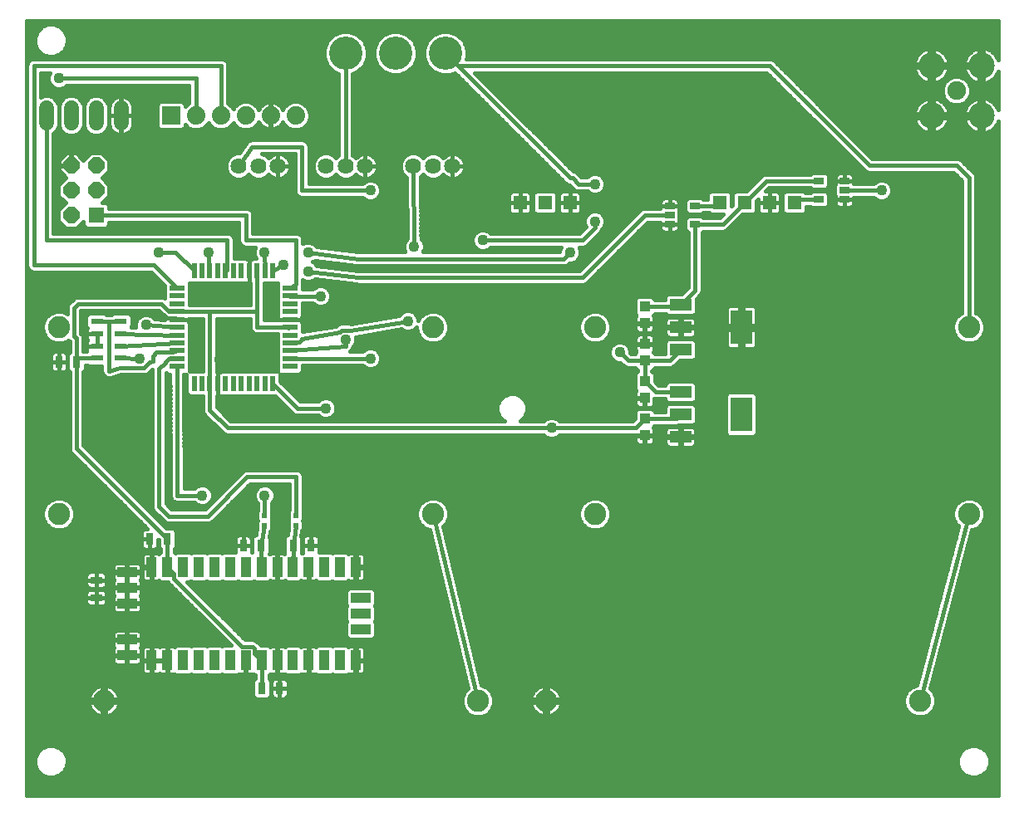
<source format=gbl>
G75*
%MOIN*%
%OFA0B0*%
%FSLAX25Y25*%
%IPPOS*%
%LPD*%
%AMOC8*
5,1,8,0,0,1.08239X$1,22.5*
%
%ADD10R,0.02165X0.06102*%
%ADD11R,0.06102X0.02165*%
%ADD12R,0.05118X0.02362*%
%ADD13R,0.03937X0.07874*%
%ADD14R,0.07874X0.03937*%
%ADD15C,0.08858*%
%ADD16R,0.06400X0.06400*%
%ADD17OC8,0.06400*%
%ADD18R,0.03150X0.04724*%
%ADD19R,0.04724X0.03150*%
%ADD20R,0.01969X0.01969*%
%ADD21R,0.05550X0.05550*%
%ADD22C,0.07500*%
%ADD23C,0.10500*%
%ADD24R,0.03898X0.02717*%
%ADD25C,0.06000*%
%ADD26C,0.06400*%
%ADD27R,0.08661X0.04724*%
%ADD28R,0.08661X0.13780*%
%ADD29R,0.03937X0.04331*%
%ADD30R,0.07400X0.07400*%
%ADD31C,0.07400*%
%ADD32C,0.13350*%
%ADD33C,0.01600*%
%ADD34C,0.04362*%
D10*
X0091621Y0170862D03*
X0094771Y0170862D03*
X0097920Y0170862D03*
X0101070Y0170862D03*
X0104219Y0170862D03*
X0107369Y0170862D03*
X0110519Y0170862D03*
X0113668Y0170862D03*
X0116818Y0170862D03*
X0119967Y0170862D03*
X0123117Y0170862D03*
X0123117Y0216138D03*
X0119967Y0216138D03*
X0116818Y0216138D03*
X0113668Y0216138D03*
X0110519Y0216138D03*
X0107369Y0216138D03*
X0104219Y0216138D03*
X0101070Y0216138D03*
X0097920Y0216138D03*
X0094771Y0216138D03*
X0091621Y0216138D03*
D11*
X0084731Y0209248D03*
X0084731Y0206098D03*
X0084731Y0202949D03*
X0084731Y0199799D03*
X0084731Y0196650D03*
X0084731Y0193500D03*
X0084731Y0190350D03*
X0084731Y0187201D03*
X0084731Y0184051D03*
X0084731Y0180902D03*
X0084731Y0177752D03*
X0130007Y0177752D03*
X0130007Y0180902D03*
X0130007Y0184051D03*
X0130007Y0187201D03*
X0130007Y0190350D03*
X0130007Y0193500D03*
X0130007Y0196650D03*
X0130007Y0199799D03*
X0130007Y0202949D03*
X0130007Y0206098D03*
X0130007Y0209248D03*
D12*
X0062093Y0195882D03*
X0062093Y0190961D03*
X0062093Y0186039D03*
X0062093Y0181118D03*
X0052645Y0181118D03*
X0052645Y0186039D03*
X0052645Y0190961D03*
X0052645Y0195882D03*
D13*
X0074574Y0097201D03*
X0080873Y0097201D03*
X0087172Y0097201D03*
X0093471Y0097201D03*
X0099771Y0097201D03*
X0106070Y0097201D03*
X0112369Y0097201D03*
X0118668Y0097201D03*
X0124967Y0097201D03*
X0131267Y0097201D03*
X0137566Y0097201D03*
X0143865Y0097201D03*
X0150164Y0097201D03*
X0156463Y0097201D03*
X0156463Y0059799D03*
X0150164Y0059799D03*
X0143865Y0059799D03*
X0137566Y0059799D03*
X0131267Y0059799D03*
X0124967Y0059799D03*
X0118668Y0059799D03*
X0112369Y0059799D03*
X0106070Y0059799D03*
X0099771Y0059799D03*
X0093471Y0059799D03*
X0087172Y0059799D03*
X0080873Y0059799D03*
X0074574Y0059799D03*
D14*
X0064731Y0061768D03*
X0064731Y0068067D03*
X0064731Y0082634D03*
X0064731Y0088933D03*
X0064731Y0095232D03*
X0158432Y0084799D03*
X0158432Y0078500D03*
X0158432Y0072201D03*
D15*
X0205479Y0043500D03*
X0232684Y0043500D03*
X0252369Y0118500D03*
X0187369Y0118500D03*
X0187369Y0193500D03*
X0252369Y0193500D03*
X0402369Y0193500D03*
X0402369Y0118500D03*
X0382684Y0043500D03*
X0055479Y0043500D03*
X0037369Y0118500D03*
X0037369Y0193500D03*
D16*
X0052369Y0238500D03*
D17*
X0042369Y0238500D03*
X0042369Y0248500D03*
X0052369Y0248500D03*
X0052369Y0258500D03*
X0042369Y0258500D03*
D18*
X0044475Y0179563D03*
X0037389Y0179563D03*
X0073826Y0108500D03*
X0080912Y0108500D03*
X0111326Y0106000D03*
X0118412Y0106000D03*
X0131326Y0106000D03*
X0138412Y0106000D03*
X0125912Y0048500D03*
X0118826Y0048500D03*
D19*
X0052369Y0084957D03*
X0052369Y0092043D03*
D20*
X0119869Y0114000D03*
X0119869Y0118000D03*
X0132369Y0118000D03*
X0132369Y0114000D03*
D21*
X0222369Y0243500D03*
X0232369Y0243500D03*
X0242369Y0243500D03*
X0302369Y0243500D03*
X0312369Y0243500D03*
X0322369Y0243500D03*
X0332369Y0243500D03*
D22*
X0397369Y0288500D03*
D23*
X0407408Y0278461D03*
X0387330Y0278461D03*
X0387330Y0298539D03*
X0407408Y0298539D03*
D24*
X0352448Y0252240D03*
X0352448Y0248500D03*
X0352448Y0244760D03*
X0342251Y0244760D03*
X0342251Y0252240D03*
X0292487Y0242240D03*
X0282290Y0242240D03*
X0282290Y0238500D03*
X0282290Y0234760D03*
X0292487Y0234760D03*
D25*
X0062369Y0275500D02*
X0062369Y0281500D01*
X0052369Y0281500D02*
X0052369Y0275500D01*
X0042369Y0275500D02*
X0042369Y0281500D01*
X0032369Y0281500D02*
X0032369Y0275500D01*
D26*
X0109495Y0258185D03*
X0117369Y0258185D03*
X0125243Y0258185D03*
X0144495Y0258185D03*
X0152369Y0258185D03*
X0160243Y0258185D03*
X0179495Y0258185D03*
X0187369Y0258185D03*
X0195243Y0258185D03*
D27*
X0286700Y0202555D03*
X0286700Y0193500D03*
X0286700Y0184445D03*
X0286700Y0167555D03*
X0286700Y0158500D03*
X0286700Y0149445D03*
D28*
X0311109Y0158500D03*
X0311109Y0193500D03*
D29*
X0272369Y0195154D03*
X0272369Y0201846D03*
X0272369Y0186846D03*
X0272369Y0180154D03*
X0272369Y0171846D03*
X0272369Y0165154D03*
X0272369Y0156846D03*
X0272369Y0150154D03*
D30*
X0082369Y0278500D03*
D31*
X0092369Y0278500D03*
X0102369Y0278500D03*
X0112369Y0278500D03*
X0122369Y0278500D03*
X0132369Y0278500D03*
D32*
X0152369Y0303500D03*
X0172369Y0303500D03*
X0192369Y0303500D03*
D33*
X0024369Y0316461D02*
X0024369Y0005500D01*
X0414070Y0005500D01*
X0414070Y0276122D01*
X0413744Y0275336D01*
X0413282Y0274536D01*
X0412720Y0273803D01*
X0412066Y0273149D01*
X0411333Y0272587D01*
X0410533Y0272125D01*
X0409679Y0271771D01*
X0408786Y0271532D01*
X0408208Y0271455D01*
X0408208Y0277661D01*
X0406608Y0277661D01*
X0406608Y0271455D01*
X0406030Y0271532D01*
X0405137Y0271771D01*
X0404283Y0272125D01*
X0403483Y0272587D01*
X0402750Y0273149D01*
X0402096Y0273803D01*
X0401533Y0274536D01*
X0401071Y0275336D01*
X0400718Y0276190D01*
X0400479Y0277083D01*
X0400402Y0277661D01*
X0406608Y0277661D01*
X0406608Y0279261D01*
X0406608Y0285467D01*
X0406030Y0285390D01*
X0405137Y0285151D01*
X0404283Y0284798D01*
X0403483Y0284335D01*
X0402750Y0283773D01*
X0402096Y0283119D01*
X0401533Y0282386D01*
X0401071Y0281586D01*
X0400718Y0280732D01*
X0400479Y0279839D01*
X0400402Y0279261D01*
X0406608Y0279261D01*
X0408208Y0279261D01*
X0408208Y0285467D01*
X0408786Y0285390D01*
X0409679Y0285151D01*
X0410533Y0284798D01*
X0411333Y0284335D01*
X0412066Y0283773D01*
X0412720Y0283119D01*
X0413282Y0282386D01*
X0413744Y0281586D01*
X0414070Y0280800D01*
X0414070Y0296200D01*
X0413744Y0295414D01*
X0413282Y0294614D01*
X0412720Y0293881D01*
X0412066Y0293227D01*
X0411333Y0292665D01*
X0410533Y0292202D01*
X0409679Y0291849D01*
X0408786Y0291610D01*
X0408208Y0291533D01*
X0408208Y0297739D01*
X0406608Y0297739D01*
X0406608Y0291533D01*
X0406030Y0291610D01*
X0405137Y0291849D01*
X0404283Y0292202D01*
X0403483Y0292665D01*
X0402750Y0293227D01*
X0402096Y0293881D01*
X0401533Y0294614D01*
X0401071Y0295414D01*
X0400718Y0296268D01*
X0400479Y0297161D01*
X0400402Y0297739D01*
X0406608Y0297739D01*
X0406608Y0299339D01*
X0406608Y0305544D01*
X0406030Y0305468D01*
X0405137Y0305229D01*
X0404283Y0304875D01*
X0403483Y0304413D01*
X0402750Y0303851D01*
X0402096Y0303197D01*
X0401533Y0302464D01*
X0401071Y0301664D01*
X0400718Y0300810D01*
X0400479Y0299917D01*
X0400402Y0299339D01*
X0406608Y0299339D01*
X0408208Y0299339D01*
X0408208Y0305544D01*
X0408786Y0305468D01*
X0409679Y0305229D01*
X0410533Y0304875D01*
X0411333Y0304413D01*
X0412066Y0303851D01*
X0412720Y0303197D01*
X0413282Y0302464D01*
X0413744Y0301664D01*
X0414070Y0300878D01*
X0414070Y0316461D01*
X0024369Y0316461D01*
X0024369Y0315210D02*
X0414070Y0315210D01*
X0414070Y0313611D02*
X0038309Y0313611D01*
X0037834Y0314086D02*
X0035463Y0315068D01*
X0032897Y0315068D01*
X0030526Y0314086D01*
X0028712Y0312272D01*
X0027730Y0309901D01*
X0027730Y0307335D01*
X0028712Y0304964D01*
X0030526Y0303150D01*
X0032897Y0302168D01*
X0035463Y0302168D01*
X0037834Y0303150D01*
X0039648Y0304964D01*
X0040630Y0307335D01*
X0040630Y0309901D01*
X0039648Y0312272D01*
X0037834Y0314086D01*
X0039755Y0312013D02*
X0150252Y0312013D01*
X0150643Y0312175D02*
X0147455Y0310854D01*
X0145015Y0308414D01*
X0143694Y0305226D01*
X0143694Y0301774D01*
X0145015Y0298586D01*
X0147455Y0296146D01*
X0149569Y0295270D01*
X0149569Y0262654D01*
X0149423Y0262593D01*
X0148432Y0261602D01*
X0147441Y0262593D01*
X0145529Y0263385D01*
X0143461Y0263385D01*
X0141549Y0262593D01*
X0140087Y0261131D01*
X0139295Y0259219D01*
X0139295Y0257151D01*
X0140087Y0255239D01*
X0141549Y0253777D01*
X0143461Y0252985D01*
X0145529Y0252985D01*
X0147441Y0253777D01*
X0148432Y0254768D01*
X0149423Y0253777D01*
X0151335Y0252985D01*
X0153403Y0252985D01*
X0155315Y0253777D01*
X0156447Y0254910D01*
X0156986Y0254371D01*
X0157622Y0253909D01*
X0158324Y0253551D01*
X0159072Y0253308D01*
X0159849Y0253185D01*
X0160243Y0253185D01*
X0160636Y0253185D01*
X0161414Y0253308D01*
X0162162Y0253551D01*
X0162864Y0253909D01*
X0163500Y0254371D01*
X0164057Y0254928D01*
X0164519Y0255564D01*
X0164877Y0256266D01*
X0165120Y0257014D01*
X0165243Y0257792D01*
X0165243Y0258185D01*
X0160243Y0258185D01*
X0160243Y0258185D01*
X0160243Y0253185D01*
X0160243Y0258185D01*
X0160243Y0258185D01*
X0165243Y0258185D01*
X0165243Y0258579D01*
X0165120Y0259356D01*
X0164877Y0260104D01*
X0164519Y0260806D01*
X0164057Y0261442D01*
X0163500Y0261999D01*
X0162864Y0262461D01*
X0162162Y0262819D01*
X0161414Y0263062D01*
X0160636Y0263185D01*
X0160243Y0263185D01*
X0160243Y0258185D01*
X0160243Y0258185D01*
X0160243Y0263185D01*
X0159849Y0263185D01*
X0159072Y0263062D01*
X0158324Y0262819D01*
X0157622Y0262461D01*
X0156986Y0261999D01*
X0156447Y0261461D01*
X0155315Y0262593D01*
X0155169Y0262654D01*
X0155169Y0295270D01*
X0157283Y0296146D01*
X0159723Y0298586D01*
X0161044Y0301774D01*
X0161044Y0305226D01*
X0159723Y0308414D01*
X0157283Y0310854D01*
X0154094Y0312175D01*
X0150643Y0312175D01*
X0154486Y0312013D02*
X0170252Y0312013D01*
X0170643Y0312175D02*
X0167455Y0310854D01*
X0165015Y0308414D01*
X0163694Y0305226D01*
X0163694Y0301774D01*
X0165015Y0298586D01*
X0167455Y0296146D01*
X0170643Y0294825D01*
X0174094Y0294825D01*
X0177283Y0296146D01*
X0179723Y0298586D01*
X0181044Y0301774D01*
X0181044Y0305226D01*
X0179723Y0308414D01*
X0177283Y0310854D01*
X0174094Y0312175D01*
X0170643Y0312175D01*
X0174486Y0312013D02*
X0190252Y0312013D01*
X0190643Y0312175D02*
X0187455Y0310854D01*
X0185015Y0308414D01*
X0183694Y0305226D01*
X0183694Y0301774D01*
X0185015Y0298586D01*
X0187455Y0296146D01*
X0190643Y0294825D01*
X0194094Y0294825D01*
X0196208Y0295701D01*
X0240883Y0251026D01*
X0241912Y0250600D01*
X0242203Y0250600D01*
X0244177Y0248626D01*
X0245206Y0248200D01*
X0249256Y0248200D01*
X0250001Y0247455D01*
X0251537Y0246819D01*
X0253201Y0246819D01*
X0254737Y0247455D01*
X0255914Y0248632D01*
X0256550Y0250168D01*
X0256550Y0251832D01*
X0255914Y0253368D01*
X0254737Y0254545D01*
X0253201Y0255181D01*
X0251537Y0255181D01*
X0250001Y0254545D01*
X0249256Y0253800D01*
X0246923Y0253800D01*
X0244949Y0255774D01*
X0243920Y0256200D01*
X0243629Y0256200D01*
X0204129Y0295700D01*
X0321209Y0295700D01*
X0360783Y0256126D01*
X0361812Y0255700D01*
X0396209Y0255700D01*
X0399569Y0252340D01*
X0399569Y0199299D01*
X0398727Y0198950D01*
X0396919Y0197142D01*
X0395940Y0194779D01*
X0395940Y0192221D01*
X0396919Y0189858D01*
X0398727Y0188050D01*
X0401090Y0187071D01*
X0403648Y0187071D01*
X0406011Y0188050D01*
X0407819Y0189858D01*
X0408798Y0192221D01*
X0408798Y0194779D01*
X0407819Y0197142D01*
X0406011Y0198950D01*
X0405169Y0199299D01*
X0405169Y0254057D01*
X0404743Y0255086D01*
X0399743Y0260086D01*
X0398955Y0260874D01*
X0397926Y0261300D01*
X0363529Y0261300D01*
X0324743Y0300086D01*
X0323955Y0300874D01*
X0322926Y0301300D01*
X0200847Y0301300D01*
X0201044Y0301774D01*
X0201044Y0305226D01*
X0199723Y0308414D01*
X0197283Y0310854D01*
X0194094Y0312175D01*
X0190643Y0312175D01*
X0194486Y0312013D02*
X0414070Y0312013D01*
X0414070Y0310414D02*
X0197723Y0310414D01*
X0199321Y0308816D02*
X0414070Y0308816D01*
X0414070Y0307217D02*
X0200219Y0307217D01*
X0200881Y0305619D02*
X0414070Y0305619D01*
X0414070Y0304020D02*
X0411846Y0304020D01*
X0413307Y0302422D02*
X0414070Y0302422D01*
X0408208Y0302422D02*
X0406608Y0302422D01*
X0406608Y0304020D02*
X0408208Y0304020D01*
X0408208Y0300823D02*
X0406608Y0300823D01*
X0406608Y0299225D02*
X0388130Y0299225D01*
X0388130Y0299339D02*
X0394335Y0299339D01*
X0394259Y0299917D01*
X0394020Y0300810D01*
X0393666Y0301664D01*
X0393204Y0302464D01*
X0392642Y0303197D01*
X0391988Y0303851D01*
X0391255Y0304413D01*
X0390455Y0304875D01*
X0389601Y0305229D01*
X0388708Y0305468D01*
X0388130Y0305544D01*
X0388130Y0299339D01*
X0386530Y0299339D01*
X0386530Y0305544D01*
X0385952Y0305468D01*
X0385059Y0305229D01*
X0384205Y0304875D01*
X0383405Y0304413D01*
X0382672Y0303851D01*
X0382018Y0303197D01*
X0381456Y0302464D01*
X0380993Y0301664D01*
X0380640Y0300810D01*
X0380401Y0299917D01*
X0380324Y0299339D01*
X0386530Y0299339D01*
X0386530Y0297739D01*
X0380324Y0297739D01*
X0380401Y0297161D01*
X0380640Y0296268D01*
X0380993Y0295414D01*
X0381456Y0294614D01*
X0382018Y0293881D01*
X0382672Y0293227D01*
X0383405Y0292665D01*
X0384205Y0292202D01*
X0385059Y0291849D01*
X0385952Y0291610D01*
X0386530Y0291533D01*
X0386530Y0297739D01*
X0388130Y0297739D01*
X0388130Y0299339D01*
X0388130Y0300823D02*
X0386530Y0300823D01*
X0386530Y0299225D02*
X0325604Y0299225D01*
X0324006Y0300823D02*
X0380645Y0300823D01*
X0381431Y0302422D02*
X0201044Y0302422D01*
X0201044Y0304020D02*
X0382892Y0304020D01*
X0386530Y0304020D02*
X0388130Y0304020D01*
X0388130Y0302422D02*
X0386530Y0302422D01*
X0386530Y0297626D02*
X0388130Y0297626D01*
X0388130Y0297739D02*
X0388130Y0291533D01*
X0388708Y0291610D01*
X0389601Y0291849D01*
X0390455Y0292202D01*
X0391255Y0292665D01*
X0391988Y0293227D01*
X0392642Y0293881D01*
X0393204Y0294614D01*
X0393666Y0295414D01*
X0394020Y0296268D01*
X0394259Y0297161D01*
X0394335Y0297739D01*
X0388130Y0297739D01*
X0388130Y0296028D02*
X0386530Y0296028D01*
X0386530Y0294429D02*
X0388130Y0294429D01*
X0388130Y0292831D02*
X0386530Y0292831D01*
X0383188Y0292831D02*
X0331998Y0292831D01*
X0330400Y0294429D02*
X0381597Y0294429D01*
X0380739Y0296028D02*
X0328801Y0296028D01*
X0327203Y0297626D02*
X0380339Y0297626D01*
X0391472Y0292831D02*
X0393568Y0292831D01*
X0394112Y0293375D02*
X0392494Y0291757D01*
X0391619Y0289644D01*
X0391619Y0287356D01*
X0392494Y0285243D01*
X0394112Y0283625D01*
X0396225Y0282750D01*
X0398513Y0282750D01*
X0400626Y0283625D01*
X0402244Y0285243D01*
X0403119Y0287356D01*
X0403119Y0289644D01*
X0402244Y0291757D01*
X0400626Y0293375D01*
X0398513Y0294250D01*
X0396225Y0294250D01*
X0394112Y0293375D01*
X0393063Y0294429D02*
X0401675Y0294429D01*
X0401170Y0292831D02*
X0403266Y0292831D01*
X0402461Y0291232D02*
X0414070Y0291232D01*
X0414070Y0289634D02*
X0403119Y0289634D01*
X0403119Y0288035D02*
X0414070Y0288035D01*
X0414070Y0286437D02*
X0402738Y0286437D01*
X0401839Y0284838D02*
X0404381Y0284838D01*
X0406608Y0284838D02*
X0408208Y0284838D01*
X0408208Y0283239D02*
X0406608Y0283239D01*
X0406608Y0281641D02*
X0408208Y0281641D01*
X0408208Y0280042D02*
X0406608Y0280042D01*
X0406608Y0278444D02*
X0388130Y0278444D01*
X0388130Y0277661D02*
X0388130Y0279261D01*
X0394335Y0279261D01*
X0394259Y0279839D01*
X0394020Y0280732D01*
X0393666Y0281586D01*
X0393204Y0282386D01*
X0392642Y0283119D01*
X0391988Y0283773D01*
X0391255Y0284335D01*
X0390455Y0284798D01*
X0389601Y0285151D01*
X0388708Y0285390D01*
X0388130Y0285467D01*
X0388130Y0279261D01*
X0386530Y0279261D01*
X0386530Y0277661D01*
X0388130Y0277661D01*
X0394335Y0277661D01*
X0394259Y0277083D01*
X0394020Y0276190D01*
X0393666Y0275336D01*
X0393204Y0274536D01*
X0392642Y0273803D01*
X0391988Y0273149D01*
X0391255Y0272587D01*
X0390455Y0272125D01*
X0389601Y0271771D01*
X0388708Y0271532D01*
X0388130Y0271455D01*
X0388130Y0277661D01*
X0388130Y0276845D02*
X0386530Y0276845D01*
X0386530Y0277661D02*
X0386530Y0271455D01*
X0385952Y0271532D01*
X0385059Y0271771D01*
X0384205Y0272125D01*
X0383405Y0272587D01*
X0382672Y0273149D01*
X0382018Y0273803D01*
X0381456Y0274536D01*
X0380993Y0275336D01*
X0380640Y0276190D01*
X0380401Y0277083D01*
X0380324Y0277661D01*
X0386530Y0277661D01*
X0386530Y0278444D02*
X0346385Y0278444D01*
X0347983Y0276845D02*
X0380464Y0276845D01*
X0381045Y0275247D02*
X0349582Y0275247D01*
X0351180Y0273648D02*
X0382172Y0273648D01*
X0384385Y0272050D02*
X0352779Y0272050D01*
X0354377Y0270451D02*
X0414070Y0270451D01*
X0414070Y0268853D02*
X0355976Y0268853D01*
X0357574Y0267254D02*
X0414070Y0267254D01*
X0414070Y0265656D02*
X0359173Y0265656D01*
X0360771Y0264057D02*
X0414070Y0264057D01*
X0414070Y0262459D02*
X0362370Y0262459D01*
X0362369Y0258500D02*
X0322369Y0298500D01*
X0197369Y0298500D01*
X0192369Y0303500D01*
X0242469Y0253400D01*
X0243363Y0253400D01*
X0245763Y0251000D01*
X0252369Y0251000D01*
X0255354Y0248072D02*
X0298563Y0248072D01*
X0298766Y0248275D02*
X0297594Y0247103D01*
X0297594Y0245040D01*
X0295823Y0245040D01*
X0295264Y0245598D01*
X0289710Y0245598D01*
X0288538Y0244427D01*
X0288538Y0240053D01*
X0289710Y0238882D01*
X0295264Y0238882D01*
X0295823Y0239440D01*
X0298051Y0239440D01*
X0298766Y0238725D01*
X0303634Y0238725D01*
X0302469Y0237560D01*
X0295823Y0237560D01*
X0295264Y0238118D01*
X0289710Y0238118D01*
X0288538Y0236947D01*
X0288538Y0232573D01*
X0289687Y0231424D01*
X0289687Y0209502D01*
X0287102Y0206917D01*
X0281541Y0206917D01*
X0280369Y0205746D01*
X0280369Y0204646D01*
X0276337Y0204646D01*
X0276337Y0204840D01*
X0275166Y0206012D01*
X0269572Y0206012D01*
X0268400Y0204840D01*
X0268400Y0198853D01*
X0268912Y0198341D01*
X0268723Y0198014D01*
X0268600Y0197556D01*
X0268600Y0195338D01*
X0272185Y0195338D01*
X0272185Y0194969D01*
X0272553Y0194969D01*
X0272553Y0191188D01*
X0274574Y0191188D01*
X0275032Y0191311D01*
X0275443Y0191548D01*
X0275778Y0191883D01*
X0276015Y0192293D01*
X0276137Y0192751D01*
X0276137Y0194969D01*
X0272553Y0194969D01*
X0272553Y0195338D01*
X0276137Y0195338D01*
X0276137Y0197556D01*
X0276015Y0198014D01*
X0275826Y0198341D01*
X0276337Y0198853D01*
X0276337Y0199046D01*
X0280687Y0199046D01*
X0281541Y0198193D01*
X0291859Y0198193D01*
X0293030Y0199364D01*
X0293030Y0204926D01*
X0294861Y0206756D01*
X0295287Y0207786D01*
X0295287Y0231424D01*
X0295823Y0231960D01*
X0304186Y0231960D01*
X0305215Y0232386D01*
X0311554Y0238725D01*
X0315972Y0238725D01*
X0317144Y0239897D01*
X0317144Y0244315D01*
X0317794Y0244965D01*
X0317794Y0243500D01*
X0322369Y0243500D01*
X0326944Y0243500D01*
X0326944Y0246512D01*
X0326821Y0246970D01*
X0326584Y0247380D01*
X0326249Y0247715D01*
X0325839Y0247952D01*
X0325381Y0248075D01*
X0322369Y0248075D01*
X0322369Y0243500D01*
X0322369Y0243500D01*
X0326944Y0243500D01*
X0326944Y0240488D01*
X0326821Y0240030D01*
X0326584Y0239620D01*
X0326249Y0239285D01*
X0325839Y0239048D01*
X0325381Y0238925D01*
X0322369Y0238925D01*
X0322369Y0243500D01*
X0322369Y0243500D01*
X0322369Y0243500D01*
X0322369Y0248075D01*
X0320904Y0248075D01*
X0322269Y0249440D01*
X0338915Y0249440D01*
X0339474Y0248882D01*
X0345028Y0248882D01*
X0346200Y0250053D01*
X0346200Y0254427D01*
X0345028Y0255598D01*
X0339474Y0255598D01*
X0338915Y0255040D01*
X0320552Y0255040D01*
X0319523Y0254614D01*
X0313184Y0248275D01*
X0308766Y0248275D01*
X0307594Y0247103D01*
X0307594Y0242685D01*
X0307144Y0242235D01*
X0307144Y0247103D01*
X0305972Y0248275D01*
X0298766Y0248275D01*
X0297594Y0246474D02*
X0246944Y0246474D01*
X0246944Y0246512D02*
X0246821Y0246970D01*
X0246584Y0247380D01*
X0246249Y0247715D01*
X0245839Y0247952D01*
X0245381Y0248075D01*
X0242369Y0248075D01*
X0242369Y0243500D01*
X0246944Y0243500D01*
X0246944Y0246512D01*
X0246944Y0244875D02*
X0279073Y0244875D01*
X0279236Y0245039D02*
X0278901Y0244704D01*
X0278664Y0244293D01*
X0278541Y0243835D01*
X0278541Y0242240D01*
X0278541Y0241300D01*
X0271812Y0241300D01*
X0270783Y0240874D01*
X0246209Y0216300D01*
X0157543Y0216300D01*
X0140902Y0218380D01*
X0139737Y0219545D01*
X0139241Y0219750D01*
X0139737Y0219955D01*
X0140117Y0220335D01*
X0156647Y0218268D01*
X0156812Y0218200D01*
X0157195Y0218200D01*
X0157574Y0218153D01*
X0157747Y0218200D01*
X0240426Y0218200D01*
X0241455Y0218626D01*
X0242148Y0219319D01*
X0243201Y0219319D01*
X0244737Y0219955D01*
X0245914Y0221132D01*
X0246550Y0222668D01*
X0246550Y0224332D01*
X0245983Y0225700D01*
X0247926Y0225700D01*
X0248955Y0226126D01*
X0253955Y0231126D01*
X0254743Y0231914D01*
X0255129Y0232847D01*
X0255914Y0233632D01*
X0256550Y0235168D01*
X0256550Y0236832D01*
X0255914Y0238368D01*
X0254737Y0239545D01*
X0253201Y0240181D01*
X0251537Y0240181D01*
X0250001Y0239545D01*
X0248824Y0238368D01*
X0248188Y0236832D01*
X0248188Y0235168D01*
X0248741Y0233832D01*
X0246209Y0231300D01*
X0210482Y0231300D01*
X0209737Y0232045D01*
X0208201Y0232681D01*
X0206537Y0232681D01*
X0205001Y0232045D01*
X0203824Y0230868D01*
X0203188Y0229332D01*
X0203188Y0227668D01*
X0203824Y0226132D01*
X0205001Y0224955D01*
X0206537Y0224319D01*
X0208201Y0224319D01*
X0209737Y0224955D01*
X0210482Y0225700D01*
X0238755Y0225700D01*
X0238188Y0224332D01*
X0238188Y0223800D01*
X0183483Y0223800D01*
X0184050Y0225168D01*
X0184050Y0226832D01*
X0183414Y0228368D01*
X0182633Y0229149D01*
X0182347Y0253738D01*
X0182441Y0253777D01*
X0183432Y0254768D01*
X0184423Y0253777D01*
X0186335Y0252985D01*
X0188403Y0252985D01*
X0190315Y0253777D01*
X0191447Y0254910D01*
X0191986Y0254371D01*
X0192622Y0253909D01*
X0193324Y0253551D01*
X0194072Y0253308D01*
X0194849Y0253185D01*
X0195243Y0253185D01*
X0195636Y0253185D01*
X0196414Y0253308D01*
X0197162Y0253551D01*
X0197864Y0253909D01*
X0198500Y0254371D01*
X0199057Y0254928D01*
X0199519Y0255564D01*
X0199877Y0256266D01*
X0200120Y0257014D01*
X0200243Y0257792D01*
X0200243Y0258185D01*
X0195243Y0258185D01*
X0195243Y0258185D01*
X0195243Y0253185D01*
X0195243Y0258185D01*
X0195243Y0258185D01*
X0200243Y0258185D01*
X0200243Y0258579D01*
X0200120Y0259356D01*
X0199877Y0260104D01*
X0199519Y0260806D01*
X0199057Y0261442D01*
X0198500Y0261999D01*
X0197864Y0262461D01*
X0197162Y0262819D01*
X0196414Y0263062D01*
X0195636Y0263185D01*
X0195243Y0263185D01*
X0195243Y0258185D01*
X0195243Y0258185D01*
X0195243Y0263185D01*
X0194849Y0263185D01*
X0194072Y0263062D01*
X0193324Y0262819D01*
X0192622Y0262461D01*
X0191986Y0261999D01*
X0191447Y0261461D01*
X0190315Y0262593D01*
X0188403Y0263385D01*
X0186335Y0263385D01*
X0184423Y0262593D01*
X0183432Y0261602D01*
X0182441Y0262593D01*
X0180529Y0263385D01*
X0178461Y0263385D01*
X0176549Y0262593D01*
X0175087Y0261131D01*
X0174295Y0259219D01*
X0174295Y0257151D01*
X0175087Y0255239D01*
X0176549Y0253777D01*
X0176747Y0253695D01*
X0177033Y0229077D01*
X0176324Y0228368D01*
X0175688Y0226832D01*
X0175688Y0225168D01*
X0176255Y0223800D01*
X0157543Y0223800D01*
X0140902Y0225880D01*
X0139737Y0227045D01*
X0138201Y0227681D01*
X0136537Y0227681D01*
X0135169Y0227114D01*
X0135169Y0229057D01*
X0134743Y0230086D01*
X0133955Y0230874D01*
X0132926Y0231300D01*
X0115169Y0231300D01*
X0115169Y0239057D01*
X0114743Y0240086D01*
X0113955Y0240874D01*
X0112926Y0241300D01*
X0057569Y0241300D01*
X0057569Y0242528D01*
X0056397Y0243700D01*
X0054923Y0243700D01*
X0057569Y0246346D01*
X0057569Y0250654D01*
X0054723Y0253500D01*
X0057569Y0256346D01*
X0057569Y0260654D01*
X0054523Y0263700D01*
X0050215Y0263700D01*
X0047228Y0260712D01*
X0044440Y0263500D01*
X0042569Y0263500D01*
X0042569Y0258700D01*
X0042169Y0258700D01*
X0042169Y0263500D01*
X0040298Y0263500D01*
X0037369Y0260571D01*
X0037369Y0258700D01*
X0042169Y0258700D01*
X0042169Y0258300D01*
X0037369Y0258300D01*
X0037369Y0256429D01*
X0040156Y0253641D01*
X0037169Y0250654D01*
X0037169Y0246346D01*
X0040015Y0243500D01*
X0037169Y0240654D01*
X0037169Y0236346D01*
X0040215Y0233300D01*
X0044523Y0233300D01*
X0047169Y0235946D01*
X0047169Y0234472D01*
X0048341Y0233300D01*
X0056397Y0233300D01*
X0057569Y0234472D01*
X0057569Y0235700D01*
X0109569Y0235700D01*
X0109569Y0227943D01*
X0109995Y0226914D01*
X0110783Y0226126D01*
X0111812Y0225700D01*
X0116255Y0225700D01*
X0115688Y0224332D01*
X0115688Y0222668D01*
X0116301Y0221189D01*
X0114907Y0221189D01*
X0114707Y0220989D01*
X0113668Y0220989D01*
X0112630Y0220989D01*
X0112430Y0221189D01*
X0107669Y0221189D01*
X0107669Y0229057D01*
X0107243Y0230086D01*
X0106455Y0230874D01*
X0105426Y0231300D01*
X0035169Y0231300D01*
X0035169Y0271248D01*
X0035201Y0271261D01*
X0036608Y0272668D01*
X0037369Y0274505D01*
X0038130Y0272668D01*
X0039537Y0271261D01*
X0041374Y0270500D01*
X0043364Y0270500D01*
X0045201Y0271261D01*
X0046608Y0272668D01*
X0047369Y0274505D01*
X0048130Y0272668D01*
X0049537Y0271261D01*
X0051374Y0270500D01*
X0053364Y0270500D01*
X0055201Y0271261D01*
X0056608Y0272668D01*
X0057369Y0274505D01*
X0057369Y0282495D01*
X0056608Y0284332D01*
X0055201Y0285739D01*
X0053364Y0286500D01*
X0051374Y0286500D01*
X0049537Y0285739D01*
X0048130Y0284332D01*
X0047369Y0282495D01*
X0047369Y0274505D01*
X0047369Y0282495D01*
X0046608Y0284332D01*
X0045201Y0285739D01*
X0043364Y0286500D01*
X0041374Y0286500D01*
X0039537Y0285739D01*
X0038130Y0284332D01*
X0037369Y0282495D01*
X0037369Y0274505D01*
X0037369Y0282495D01*
X0036608Y0284332D01*
X0035201Y0285739D01*
X0033364Y0286500D01*
X0031374Y0286500D01*
X0030169Y0286001D01*
X0030169Y0295700D01*
X0033755Y0295700D01*
X0033188Y0294332D01*
X0033188Y0292668D01*
X0033824Y0291132D01*
X0035001Y0289955D01*
X0036537Y0289319D01*
X0038201Y0289319D01*
X0039737Y0289955D01*
X0040482Y0290700D01*
X0089569Y0290700D01*
X0089569Y0283510D01*
X0089140Y0283332D01*
X0088069Y0282261D01*
X0088069Y0283028D01*
X0086897Y0284200D01*
X0077841Y0284200D01*
X0076669Y0283028D01*
X0076669Y0273972D01*
X0077841Y0272800D01*
X0086897Y0272800D01*
X0088069Y0273972D01*
X0088069Y0274739D01*
X0089140Y0273668D01*
X0091235Y0272800D01*
X0093503Y0272800D01*
X0095598Y0273668D01*
X0097201Y0275271D01*
X0097369Y0275676D01*
X0097537Y0275271D01*
X0099140Y0273668D01*
X0101235Y0272800D01*
X0103503Y0272800D01*
X0105598Y0273668D01*
X0107201Y0275271D01*
X0107369Y0275676D01*
X0107537Y0275271D01*
X0109140Y0273668D01*
X0111235Y0272800D01*
X0113503Y0272800D01*
X0115598Y0273668D01*
X0117201Y0275271D01*
X0117488Y0275964D01*
X0117665Y0275617D01*
X0118174Y0274917D01*
X0118786Y0274305D01*
X0119486Y0273796D01*
X0120258Y0273403D01*
X0121081Y0273135D01*
X0121936Y0273000D01*
X0122169Y0273000D01*
X0122169Y0278300D01*
X0122569Y0278300D01*
X0122569Y0273000D01*
X0122802Y0273000D01*
X0123657Y0273135D01*
X0124480Y0273403D01*
X0125252Y0273796D01*
X0125952Y0274305D01*
X0126564Y0274917D01*
X0127073Y0275617D01*
X0127250Y0275964D01*
X0127537Y0275271D01*
X0129140Y0273668D01*
X0131235Y0272800D01*
X0133503Y0272800D01*
X0135598Y0273668D01*
X0137201Y0275271D01*
X0138069Y0277366D01*
X0138069Y0279634D01*
X0137201Y0281729D01*
X0135598Y0283332D01*
X0133503Y0284200D01*
X0131235Y0284200D01*
X0129140Y0283332D01*
X0127537Y0281729D01*
X0127250Y0281036D01*
X0127073Y0281383D01*
X0126564Y0282083D01*
X0125952Y0282695D01*
X0125252Y0283204D01*
X0124480Y0283597D01*
X0123657Y0283865D01*
X0122802Y0284000D01*
X0122569Y0284000D01*
X0122569Y0278700D01*
X0122169Y0278700D01*
X0122169Y0284000D01*
X0121936Y0284000D01*
X0121081Y0283865D01*
X0120258Y0283597D01*
X0119486Y0283204D01*
X0118786Y0282695D01*
X0118174Y0282083D01*
X0117665Y0281383D01*
X0117488Y0281036D01*
X0117201Y0281729D01*
X0115598Y0283332D01*
X0113503Y0284200D01*
X0111235Y0284200D01*
X0109140Y0283332D01*
X0107537Y0281729D01*
X0107369Y0281324D01*
X0107201Y0281729D01*
X0105598Y0283332D01*
X0105169Y0283510D01*
X0105169Y0299057D01*
X0104743Y0300086D01*
X0103955Y0300874D01*
X0102926Y0301300D01*
X0026812Y0301300D01*
X0025783Y0300874D01*
X0024995Y0300086D01*
X0024569Y0299057D01*
X0024569Y0217943D01*
X0024995Y0216914D01*
X0025783Y0216126D01*
X0026812Y0215700D01*
X0074319Y0215700D01*
X0079680Y0210339D01*
X0079680Y0205285D01*
X0079038Y0205550D01*
X0044440Y0205550D01*
X0043411Y0205124D01*
X0042623Y0204336D01*
X0042005Y0203718D01*
X0041217Y0202931D01*
X0040791Y0201901D01*
X0040791Y0199041D01*
X0038648Y0199929D01*
X0036090Y0199929D01*
X0033727Y0198950D01*
X0031919Y0197142D01*
X0030940Y0194779D01*
X0030940Y0192221D01*
X0031919Y0189858D01*
X0033727Y0188050D01*
X0036090Y0187071D01*
X0038648Y0187071D01*
X0041011Y0188050D01*
X0041279Y0188318D01*
X0041675Y0187922D01*
X0041675Y0183528D01*
X0040900Y0182754D01*
X0040900Y0176372D01*
X0041675Y0175598D01*
X0041675Y0144380D01*
X0042102Y0143351D01*
X0072790Y0112662D01*
X0072014Y0112662D01*
X0071556Y0112540D01*
X0071146Y0112303D01*
X0070810Y0111967D01*
X0070574Y0111557D01*
X0070451Y0111099D01*
X0070451Y0108500D01*
X0070451Y0105901D01*
X0070574Y0105443D01*
X0070810Y0105033D01*
X0071146Y0104697D01*
X0071556Y0104460D01*
X0072014Y0104338D01*
X0073826Y0104338D01*
X0075637Y0104338D01*
X0076095Y0104460D01*
X0076506Y0104697D01*
X0076841Y0105033D01*
X0077078Y0105443D01*
X0077200Y0105901D01*
X0077200Y0108252D01*
X0077337Y0108115D01*
X0077337Y0105309D01*
X0078098Y0104548D01*
X0078094Y0103138D01*
X0078076Y0103138D01*
X0077564Y0102626D01*
X0077237Y0102815D01*
X0076779Y0102938D01*
X0074758Y0102938D01*
X0074758Y0097385D01*
X0074389Y0097385D01*
X0074389Y0097017D01*
X0070805Y0097017D01*
X0070805Y0093027D01*
X0070928Y0092569D01*
X0071165Y0092159D01*
X0071500Y0091823D01*
X0071910Y0091586D01*
X0072368Y0091464D01*
X0074389Y0091464D01*
X0074389Y0097016D01*
X0074758Y0097016D01*
X0074758Y0091464D01*
X0076779Y0091464D01*
X0077237Y0091586D01*
X0077564Y0091775D01*
X0078076Y0091264D01*
X0081127Y0091264D01*
X0081230Y0091015D01*
X0106509Y0065736D01*
X0103273Y0065736D01*
X0102920Y0065384D01*
X0102567Y0065736D01*
X0096974Y0065736D01*
X0096621Y0065384D01*
X0096268Y0065736D01*
X0090674Y0065736D01*
X0090322Y0065384D01*
X0089969Y0065736D01*
X0084375Y0065736D01*
X0083864Y0065225D01*
X0083536Y0065414D01*
X0083078Y0065536D01*
X0081057Y0065536D01*
X0081057Y0059984D01*
X0080689Y0059984D01*
X0080689Y0065536D01*
X0078667Y0065536D01*
X0078210Y0065414D01*
X0077799Y0065177D01*
X0077723Y0065101D01*
X0077647Y0065177D01*
X0077237Y0065414D01*
X0076779Y0065536D01*
X0074758Y0065536D01*
X0074758Y0059984D01*
X0074389Y0059984D01*
X0074389Y0065536D01*
X0072368Y0065536D01*
X0071910Y0065414D01*
X0071500Y0065177D01*
X0071165Y0064841D01*
X0070928Y0064431D01*
X0070805Y0063973D01*
X0070805Y0059983D01*
X0074389Y0059983D01*
X0074389Y0059615D01*
X0070805Y0059615D01*
X0070805Y0055625D01*
X0070928Y0055167D01*
X0071165Y0054757D01*
X0071500Y0054422D01*
X0071910Y0054185D01*
X0072368Y0054062D01*
X0074389Y0054062D01*
X0074389Y0059615D01*
X0074758Y0059615D01*
X0074758Y0059983D01*
X0080689Y0059983D01*
X0080689Y0059615D01*
X0081057Y0059615D01*
X0081057Y0054062D01*
X0083078Y0054062D01*
X0083536Y0054185D01*
X0083864Y0054374D01*
X0084375Y0053862D01*
X0089969Y0053862D01*
X0090322Y0054215D01*
X0090674Y0053862D01*
X0096268Y0053862D01*
X0096621Y0054215D01*
X0096974Y0053862D01*
X0102567Y0053862D01*
X0102920Y0054215D01*
X0103273Y0053862D01*
X0108867Y0053862D01*
X0109378Y0054374D01*
X0109706Y0054185D01*
X0110163Y0054062D01*
X0112185Y0054062D01*
X0112185Y0059615D01*
X0112553Y0059615D01*
X0112553Y0054062D01*
X0114574Y0054062D01*
X0115032Y0054185D01*
X0115360Y0054374D01*
X0115871Y0053862D01*
X0116026Y0053862D01*
X0116026Y0052465D01*
X0115251Y0051691D01*
X0115251Y0045309D01*
X0116422Y0044138D01*
X0121229Y0044138D01*
X0122400Y0045309D01*
X0122400Y0051691D01*
X0121626Y0052465D01*
X0121626Y0054023D01*
X0121977Y0054374D01*
X0122304Y0054185D01*
X0122762Y0054062D01*
X0124783Y0054062D01*
X0124783Y0059615D01*
X0125152Y0059615D01*
X0125152Y0054062D01*
X0127173Y0054062D01*
X0127631Y0054185D01*
X0127958Y0054374D01*
X0128470Y0053862D01*
X0134064Y0053862D01*
X0134575Y0054374D01*
X0134903Y0054185D01*
X0135360Y0054062D01*
X0137382Y0054062D01*
X0137382Y0059615D01*
X0137750Y0059615D01*
X0137750Y0054062D01*
X0139771Y0054062D01*
X0140229Y0054185D01*
X0140556Y0054374D01*
X0141068Y0053862D01*
X0146662Y0053862D01*
X0147015Y0054215D01*
X0147367Y0053862D01*
X0152961Y0053862D01*
X0153473Y0054374D01*
X0153800Y0054185D01*
X0154258Y0054062D01*
X0156279Y0054062D01*
X0156279Y0059615D01*
X0156648Y0059615D01*
X0156648Y0059983D01*
X0160232Y0059983D01*
X0160232Y0063973D01*
X0160109Y0064431D01*
X0159872Y0064841D01*
X0159537Y0065177D01*
X0159127Y0065414D01*
X0158669Y0065536D01*
X0156648Y0065536D01*
X0156648Y0059984D01*
X0156279Y0059984D01*
X0156279Y0065536D01*
X0154258Y0065536D01*
X0153800Y0065414D01*
X0153473Y0065225D01*
X0152961Y0065736D01*
X0147367Y0065736D01*
X0147015Y0065384D01*
X0146662Y0065736D01*
X0141068Y0065736D01*
X0140556Y0065225D01*
X0140229Y0065414D01*
X0139771Y0065536D01*
X0137750Y0065536D01*
X0137750Y0059984D01*
X0137382Y0059984D01*
X0137382Y0065536D01*
X0135360Y0065536D01*
X0134903Y0065414D01*
X0134575Y0065225D01*
X0134064Y0065736D01*
X0128470Y0065736D01*
X0127958Y0065225D01*
X0127631Y0065414D01*
X0127173Y0065536D01*
X0125152Y0065536D01*
X0125152Y0059984D01*
X0124783Y0059984D01*
X0124783Y0065536D01*
X0122762Y0065536D01*
X0122304Y0065414D01*
X0121977Y0065225D01*
X0121465Y0065736D01*
X0118414Y0065736D01*
X0118311Y0065985D01*
X0117524Y0066773D01*
X0117374Y0066922D01*
X0117374Y0066922D01*
X0116586Y0067710D01*
X0115557Y0068136D01*
X0112028Y0068136D01*
X0088901Y0091264D01*
X0089969Y0091264D01*
X0090322Y0091616D01*
X0090674Y0091264D01*
X0096268Y0091264D01*
X0096621Y0091616D01*
X0096974Y0091264D01*
X0102567Y0091264D01*
X0102920Y0091616D01*
X0103273Y0091264D01*
X0108867Y0091264D01*
X0109219Y0091616D01*
X0109572Y0091264D01*
X0115166Y0091264D01*
X0115519Y0091616D01*
X0115871Y0091264D01*
X0121465Y0091264D01*
X0121977Y0091775D01*
X0122304Y0091586D01*
X0122762Y0091464D01*
X0124783Y0091464D01*
X0124783Y0097016D01*
X0125152Y0097016D01*
X0125152Y0091464D01*
X0127173Y0091464D01*
X0127631Y0091586D01*
X0127958Y0091775D01*
X0128470Y0091264D01*
X0134064Y0091264D01*
X0134575Y0091775D01*
X0134903Y0091586D01*
X0135360Y0091464D01*
X0137382Y0091464D01*
X0137382Y0097016D01*
X0137750Y0097016D01*
X0137750Y0091464D01*
X0139771Y0091464D01*
X0140229Y0091586D01*
X0140556Y0091775D01*
X0141068Y0091264D01*
X0146662Y0091264D01*
X0147015Y0091616D01*
X0147367Y0091264D01*
X0152961Y0091264D01*
X0153473Y0091775D01*
X0153800Y0091586D01*
X0154258Y0091464D01*
X0156279Y0091464D01*
X0156279Y0097016D01*
X0156648Y0097016D01*
X0156648Y0091464D01*
X0158669Y0091464D01*
X0159127Y0091586D01*
X0159537Y0091823D01*
X0159872Y0092159D01*
X0160109Y0092569D01*
X0160232Y0093027D01*
X0160232Y0097017D01*
X0156648Y0097017D01*
X0156648Y0097385D01*
X0160232Y0097385D01*
X0160232Y0101375D01*
X0160109Y0101833D01*
X0159872Y0102243D01*
X0159537Y0102578D01*
X0159127Y0102815D01*
X0158669Y0102938D01*
X0156648Y0102938D01*
X0156648Y0097385D01*
X0156279Y0097385D01*
X0156279Y0102938D01*
X0154258Y0102938D01*
X0153800Y0102815D01*
X0153473Y0102626D01*
X0152961Y0103138D01*
X0147367Y0103138D01*
X0147015Y0102785D01*
X0146662Y0103138D01*
X0141717Y0103138D01*
X0141787Y0103401D01*
X0141787Y0106000D01*
X0141787Y0108599D01*
X0141664Y0109057D01*
X0141427Y0109467D01*
X0141092Y0109803D01*
X0140682Y0110040D01*
X0140224Y0110162D01*
X0138412Y0110162D01*
X0136600Y0110162D01*
X0136143Y0110040D01*
X0135732Y0109803D01*
X0135397Y0109467D01*
X0135160Y0109057D01*
X0135037Y0108599D01*
X0135037Y0106000D01*
X0138412Y0106000D01*
X0138412Y0106000D01*
X0135037Y0106000D01*
X0135037Y0103401D01*
X0135160Y0102943D01*
X0135190Y0102892D01*
X0134903Y0102815D01*
X0134900Y0102814D01*
X0134900Y0109191D01*
X0134604Y0109487D01*
X0134897Y0111731D01*
X0135353Y0112187D01*
X0135353Y0115813D01*
X0135166Y0116000D01*
X0135353Y0116187D01*
X0135353Y0117554D01*
X0135405Y0117679D01*
X0135405Y0133978D01*
X0134979Y0135007D01*
X0134191Y0135795D01*
X0133162Y0136221D01*
X0112363Y0136221D01*
X0111334Y0135795D01*
X0110546Y0135007D01*
X0096012Y0120473D01*
X0082584Y0120473D01*
X0080287Y0122770D01*
X0080287Y0175234D01*
X0080852Y0174669D01*
X0081939Y0174669D01*
X0082069Y0125995D01*
X0082069Y0125443D01*
X0082070Y0125439D01*
X0082070Y0125436D01*
X0082284Y0124924D01*
X0082495Y0124414D01*
X0082498Y0124411D01*
X0082499Y0124408D01*
X0082892Y0124017D01*
X0083283Y0123626D01*
X0083286Y0123625D01*
X0083289Y0123622D01*
X0083800Y0123412D01*
X0084312Y0123200D01*
X0084316Y0123200D01*
X0084319Y0123199D01*
X0084874Y0123200D01*
X0091756Y0123200D01*
X0092501Y0122455D01*
X0094037Y0121819D01*
X0095701Y0121819D01*
X0097237Y0122455D01*
X0098414Y0123632D01*
X0099050Y0125168D01*
X0099050Y0126832D01*
X0098414Y0128368D01*
X0097237Y0129545D01*
X0095701Y0130181D01*
X0094037Y0130181D01*
X0092501Y0129545D01*
X0091756Y0128800D01*
X0087662Y0128800D01*
X0087539Y0174669D01*
X0088538Y0174669D01*
X0088538Y0166983D01*
X0089710Y0165811D01*
X0095120Y0165811D01*
X0095120Y0159675D01*
X0095546Y0158646D01*
X0102672Y0151520D01*
X0103460Y0150733D01*
X0104489Y0150306D01*
X0231854Y0150306D01*
X0232599Y0149562D01*
X0234136Y0148925D01*
X0235799Y0148925D01*
X0237336Y0149562D01*
X0238080Y0150306D01*
X0269186Y0150306D01*
X0269262Y0150338D01*
X0272185Y0150338D01*
X0272185Y0149969D01*
X0272553Y0149969D01*
X0272553Y0146188D01*
X0274574Y0146188D01*
X0275032Y0146311D01*
X0275443Y0146548D01*
X0275778Y0146883D01*
X0276015Y0147293D01*
X0276137Y0147751D01*
X0276137Y0149969D01*
X0272553Y0149969D01*
X0272553Y0150338D01*
X0276137Y0150338D01*
X0276137Y0152556D01*
X0276015Y0153014D01*
X0275826Y0153341D01*
X0276337Y0153853D01*
X0276337Y0154046D01*
X0285603Y0154046D01*
X0285824Y0154138D01*
X0291859Y0154138D01*
X0293030Y0155309D01*
X0293030Y0161691D01*
X0291859Y0162862D01*
X0281541Y0162862D01*
X0280369Y0161691D01*
X0280369Y0159646D01*
X0276337Y0159646D01*
X0276337Y0159840D01*
X0275166Y0161012D01*
X0269572Y0161012D01*
X0268400Y0159840D01*
X0268400Y0156838D01*
X0267469Y0155906D01*
X0238080Y0155906D01*
X0237336Y0156651D01*
X0235799Y0157287D01*
X0234136Y0157287D01*
X0232599Y0156651D01*
X0231854Y0155906D01*
X0222484Y0155906D01*
X0222582Y0155947D01*
X0224252Y0157617D01*
X0225156Y0159799D01*
X0225156Y0162161D01*
X0224252Y0164343D01*
X0222582Y0166013D01*
X0220400Y0166917D01*
X0218038Y0166917D01*
X0215856Y0166013D01*
X0214186Y0164343D01*
X0213282Y0162161D01*
X0213282Y0159799D01*
X0214186Y0157617D01*
X0215856Y0155947D01*
X0215955Y0155906D01*
X0106206Y0155906D01*
X0100720Y0161392D01*
X0100720Y0166011D01*
X0101070Y0166011D01*
X0102108Y0166011D01*
X0102308Y0165811D01*
X0124208Y0165811D01*
X0131413Y0158607D01*
X0132442Y0158180D01*
X0141303Y0158180D01*
X0142048Y0157436D01*
X0143585Y0156799D01*
X0145248Y0156799D01*
X0146785Y0157436D01*
X0147961Y0158612D01*
X0148597Y0160149D01*
X0148597Y0161812D01*
X0147961Y0163349D01*
X0146785Y0164525D01*
X0145248Y0165161D01*
X0143585Y0165161D01*
X0142048Y0164525D01*
X0141303Y0163780D01*
X0134159Y0163780D01*
X0126200Y0171739D01*
X0126200Y0174669D01*
X0133886Y0174669D01*
X0135058Y0175841D01*
X0135058Y0178124D01*
X0152376Y0178200D01*
X0159256Y0178200D01*
X0160001Y0177455D01*
X0161537Y0176819D01*
X0163201Y0176819D01*
X0164737Y0177455D01*
X0165914Y0178632D01*
X0166550Y0180168D01*
X0166550Y0181832D01*
X0165914Y0183368D01*
X0164737Y0184545D01*
X0163201Y0185181D01*
X0161537Y0185181D01*
X0160001Y0184545D01*
X0159256Y0183800D01*
X0154178Y0183800D01*
X0154435Y0184106D01*
X0154743Y0184414D01*
X0154791Y0184530D01*
X0154871Y0184626D01*
X0155002Y0185041D01*
X0155129Y0185347D01*
X0155914Y0186132D01*
X0156550Y0187668D01*
X0156550Y0189332D01*
X0156411Y0189668D01*
X0174734Y0192722D01*
X0175001Y0192455D01*
X0176537Y0191819D01*
X0178201Y0191819D01*
X0179737Y0192455D01*
X0180914Y0193632D01*
X0180940Y0193695D01*
X0180940Y0192221D01*
X0181919Y0189858D01*
X0183727Y0188050D01*
X0186090Y0187071D01*
X0188648Y0187071D01*
X0191011Y0188050D01*
X0192819Y0189858D01*
X0193798Y0192221D01*
X0193798Y0194779D01*
X0192819Y0197142D01*
X0191011Y0198950D01*
X0188648Y0199929D01*
X0186090Y0199929D01*
X0183727Y0198950D01*
X0181919Y0197142D01*
X0181550Y0196252D01*
X0181550Y0196832D01*
X0180914Y0198368D01*
X0179737Y0199545D01*
X0178201Y0200181D01*
X0176537Y0200181D01*
X0175001Y0199545D01*
X0173824Y0198368D01*
X0173771Y0198239D01*
X0154587Y0195042D01*
X0154492Y0195081D01*
X0150246Y0195081D01*
X0149217Y0194655D01*
X0148607Y0194045D01*
X0135058Y0191787D01*
X0135058Y0195411D01*
X0134858Y0195611D01*
X0134858Y0196650D01*
X0134858Y0197688D01*
X0135058Y0197888D01*
X0135058Y0203200D01*
X0139256Y0203200D01*
X0140001Y0202455D01*
X0141537Y0201819D01*
X0143201Y0201819D01*
X0144737Y0202455D01*
X0145914Y0203632D01*
X0146550Y0205168D01*
X0146550Y0206832D01*
X0145914Y0208368D01*
X0144737Y0209545D01*
X0143201Y0210181D01*
X0141537Y0210181D01*
X0140001Y0209545D01*
X0139256Y0208800D01*
X0135058Y0208800D01*
X0135058Y0210045D01*
X0135088Y0210248D01*
X0135169Y0210443D01*
X0135169Y0210793D01*
X0135220Y0211140D01*
X0135169Y0211345D01*
X0135169Y0212386D01*
X0136537Y0211819D01*
X0138201Y0211819D01*
X0139737Y0212455D01*
X0140117Y0212835D01*
X0156647Y0210768D01*
X0156812Y0210700D01*
X0157195Y0210700D01*
X0157574Y0210653D01*
X0157747Y0210700D01*
X0247926Y0210700D01*
X0248955Y0211126D01*
X0273529Y0235700D01*
X0278541Y0235700D01*
X0278541Y0234760D01*
X0282290Y0234760D01*
X0282290Y0234760D01*
X0278541Y0234760D01*
X0278541Y0233165D01*
X0278664Y0232707D01*
X0278901Y0232296D01*
X0279236Y0231961D01*
X0279647Y0231724D01*
X0280104Y0231602D01*
X0282290Y0231602D01*
X0282290Y0234760D01*
X0283072Y0235542D01*
X0282290Y0234760D02*
X0286039Y0234760D01*
X0286039Y0236113D01*
X0286239Y0236313D01*
X0286239Y0240687D01*
X0286039Y0240887D01*
X0286039Y0242240D01*
X0282290Y0242240D01*
X0278541Y0242240D01*
X0282290Y0242240D01*
X0282290Y0242240D01*
X0282290Y0245398D01*
X0280104Y0245398D01*
X0279647Y0245276D01*
X0279236Y0245039D01*
X0278541Y0243277D02*
X0246944Y0243277D01*
X0246944Y0243500D02*
X0242369Y0243500D01*
X0242369Y0243500D01*
X0242369Y0243500D01*
X0242369Y0238925D01*
X0245381Y0238925D01*
X0245839Y0239048D01*
X0246249Y0239285D01*
X0246584Y0239620D01*
X0246821Y0240030D01*
X0246944Y0240488D01*
X0246944Y0243500D01*
X0246944Y0241678D02*
X0278541Y0241678D01*
X0282290Y0242240D02*
X0282290Y0242240D01*
X0282290Y0242240D01*
X0282290Y0245398D01*
X0284476Y0245398D01*
X0284934Y0245276D01*
X0285344Y0245039D01*
X0285679Y0244704D01*
X0285916Y0244293D01*
X0286039Y0243835D01*
X0286039Y0242240D01*
X0282290Y0242240D01*
X0282290Y0243277D02*
X0282290Y0243277D01*
X0282290Y0244875D02*
X0282290Y0244875D01*
X0285508Y0244875D02*
X0288987Y0244875D01*
X0288538Y0243277D02*
X0286039Y0243277D01*
X0286039Y0241678D02*
X0288538Y0241678D01*
X0288538Y0240080D02*
X0286239Y0240080D01*
X0286239Y0238481D02*
X0303390Y0238481D01*
X0301109Y0242240D02*
X0302369Y0243500D01*
X0301109Y0242240D02*
X0292487Y0242240D01*
X0288538Y0236883D02*
X0286239Y0236883D01*
X0286039Y0235284D02*
X0288538Y0235284D01*
X0288538Y0233686D02*
X0286039Y0233686D01*
X0286039Y0233165D02*
X0286039Y0234760D01*
X0282290Y0234760D01*
X0282290Y0234760D01*
X0282290Y0234760D01*
X0282290Y0231602D01*
X0284476Y0231602D01*
X0284934Y0231724D01*
X0285344Y0231961D01*
X0285679Y0232296D01*
X0285916Y0232707D01*
X0286039Y0233165D01*
X0285470Y0232087D02*
X0289024Y0232087D01*
X0289687Y0230489D02*
X0268317Y0230489D01*
X0269916Y0232087D02*
X0279110Y0232087D01*
X0278541Y0233686D02*
X0271514Y0233686D01*
X0273113Y0235284D02*
X0278541Y0235284D01*
X0282290Y0233686D02*
X0282290Y0233686D01*
X0282290Y0232087D02*
X0282290Y0232087D01*
X0289687Y0228890D02*
X0266719Y0228890D01*
X0265120Y0227292D02*
X0289687Y0227292D01*
X0289687Y0225693D02*
X0263522Y0225693D01*
X0261923Y0224095D02*
X0289687Y0224095D01*
X0289687Y0222496D02*
X0260325Y0222496D01*
X0258726Y0220898D02*
X0289687Y0220898D01*
X0289687Y0219299D02*
X0257128Y0219299D01*
X0255529Y0217701D02*
X0289687Y0217701D01*
X0289687Y0216102D02*
X0253931Y0216102D01*
X0252332Y0214503D02*
X0289687Y0214503D01*
X0289687Y0212905D02*
X0250734Y0212905D01*
X0249135Y0211306D02*
X0289687Y0211306D01*
X0289687Y0209708D02*
X0144343Y0209708D01*
X0146021Y0208109D02*
X0288294Y0208109D01*
X0292487Y0208343D02*
X0286700Y0202555D01*
X0285991Y0201846D01*
X0272369Y0201846D01*
X0268400Y0201715D02*
X0135058Y0201715D01*
X0135058Y0200117D02*
X0176382Y0200117D01*
X0178356Y0200117D02*
X0268400Y0200117D01*
X0268735Y0198518D02*
X0256443Y0198518D01*
X0256011Y0198950D02*
X0253648Y0199929D01*
X0251090Y0199929D01*
X0248727Y0198950D01*
X0246919Y0197142D01*
X0245940Y0194779D01*
X0245940Y0192221D01*
X0246919Y0189858D01*
X0248727Y0188050D01*
X0251090Y0187071D01*
X0253648Y0187071D01*
X0256011Y0188050D01*
X0257819Y0189858D01*
X0258798Y0192221D01*
X0258798Y0194779D01*
X0257819Y0197142D01*
X0256011Y0198950D01*
X0257911Y0196920D02*
X0268600Y0196920D01*
X0268600Y0194969D02*
X0268600Y0192751D01*
X0268723Y0192293D01*
X0268960Y0191883D01*
X0269295Y0191548D01*
X0269706Y0191311D01*
X0270163Y0191188D01*
X0272185Y0191188D01*
X0272185Y0194969D01*
X0268600Y0194969D01*
X0268600Y0193723D02*
X0258798Y0193723D01*
X0258758Y0192124D02*
X0268821Y0192124D01*
X0269706Y0190689D02*
X0269295Y0190452D01*
X0268960Y0190117D01*
X0268723Y0189707D01*
X0268600Y0189249D01*
X0268600Y0187031D01*
X0272185Y0187031D01*
X0272185Y0190812D01*
X0270163Y0190812D01*
X0269706Y0190689D01*
X0269423Y0190526D02*
X0258096Y0190526D01*
X0256888Y0188927D02*
X0268600Y0188927D01*
X0268600Y0187329D02*
X0264051Y0187329D01*
X0264737Y0187045D02*
X0263201Y0187681D01*
X0261537Y0187681D01*
X0260001Y0187045D01*
X0258824Y0185868D01*
X0258188Y0184332D01*
X0258188Y0182668D01*
X0258824Y0181132D01*
X0260001Y0179955D01*
X0261537Y0179319D01*
X0262590Y0179319D01*
X0264129Y0177780D01*
X0265158Y0177354D01*
X0268400Y0177354D01*
X0268400Y0177160D01*
X0269560Y0176000D01*
X0268400Y0174840D01*
X0268400Y0168853D01*
X0268912Y0168341D01*
X0268723Y0168014D01*
X0268600Y0167556D01*
X0268600Y0165338D01*
X0272185Y0165338D01*
X0272185Y0164969D01*
X0272553Y0164969D01*
X0272553Y0161188D01*
X0274574Y0161188D01*
X0275032Y0161311D01*
X0275443Y0161548D01*
X0275778Y0161883D01*
X0276015Y0162293D01*
X0276137Y0162751D01*
X0276137Y0164755D01*
X0280369Y0164755D01*
X0280369Y0164364D01*
X0281541Y0163193D01*
X0291859Y0163193D01*
X0293030Y0164364D01*
X0293030Y0170746D01*
X0291859Y0171917D01*
X0281541Y0171917D01*
X0280369Y0170746D01*
X0280369Y0170355D01*
X0277820Y0170355D01*
X0276337Y0171838D01*
X0276337Y0174840D01*
X0275178Y0176000D01*
X0276337Y0177160D01*
X0276337Y0177354D01*
X0282965Y0177354D01*
X0283994Y0177780D01*
X0286297Y0180083D01*
X0291859Y0180083D01*
X0293030Y0181254D01*
X0293030Y0187636D01*
X0291859Y0188807D01*
X0281541Y0188807D01*
X0280369Y0187636D01*
X0280369Y0182954D01*
X0276337Y0182954D01*
X0276337Y0183147D01*
X0275826Y0183659D01*
X0276015Y0183986D01*
X0276137Y0184444D01*
X0276137Y0186662D01*
X0272553Y0186662D01*
X0272553Y0187031D01*
X0272185Y0187031D01*
X0272185Y0186662D01*
X0268600Y0186662D01*
X0268600Y0184444D01*
X0268723Y0183986D01*
X0268912Y0183659D01*
X0268400Y0183147D01*
X0268400Y0182954D01*
X0266875Y0182954D01*
X0266550Y0183279D01*
X0266550Y0184332D01*
X0265914Y0185868D01*
X0264737Y0187045D01*
X0265971Y0185730D02*
X0268600Y0185730D01*
X0268684Y0184132D02*
X0266550Y0184132D01*
X0265715Y0180154D02*
X0262369Y0183500D01*
X0260687Y0187329D02*
X0254270Y0187329D01*
X0250467Y0187329D02*
X0189270Y0187329D01*
X0191888Y0188927D02*
X0247849Y0188927D01*
X0246642Y0190526D02*
X0193096Y0190526D01*
X0193758Y0192124D02*
X0245980Y0192124D01*
X0245940Y0193723D02*
X0193798Y0193723D01*
X0193573Y0195321D02*
X0246165Y0195321D01*
X0246827Y0196920D02*
X0192911Y0196920D01*
X0191443Y0198518D02*
X0248295Y0198518D01*
X0258573Y0195321D02*
X0272185Y0195321D01*
X0272369Y0195154D02*
X0271523Y0196000D01*
X0272553Y0195321D02*
X0280569Y0195321D01*
X0280569Y0196099D02*
X0280569Y0193881D01*
X0286318Y0193881D01*
X0286318Y0193119D01*
X0280569Y0193119D01*
X0280569Y0190901D01*
X0280692Y0190443D01*
X0280929Y0190033D01*
X0281264Y0189697D01*
X0281674Y0189460D01*
X0282132Y0189338D01*
X0286319Y0189338D01*
X0286319Y0193119D01*
X0287081Y0193119D01*
X0287081Y0193881D01*
X0292830Y0193881D01*
X0292830Y0196099D01*
X0292708Y0196557D01*
X0292471Y0196967D01*
X0292136Y0197303D01*
X0291725Y0197540D01*
X0291267Y0197662D01*
X0287081Y0197662D01*
X0287081Y0193881D01*
X0286319Y0193881D01*
X0286319Y0197662D01*
X0282132Y0197662D01*
X0281674Y0197540D01*
X0281264Y0197303D01*
X0280929Y0196967D01*
X0280692Y0196557D01*
X0280569Y0196099D01*
X0280901Y0196920D02*
X0276137Y0196920D01*
X0276003Y0198518D02*
X0281215Y0198518D01*
X0276137Y0193723D02*
X0286318Y0193723D01*
X0287081Y0193723D02*
X0310309Y0193723D01*
X0310309Y0194300D02*
X0310309Y0192700D01*
X0304978Y0192700D01*
X0304978Y0186373D01*
X0305101Y0185915D01*
X0305338Y0185505D01*
X0305673Y0185170D01*
X0306084Y0184933D01*
X0306541Y0184810D01*
X0310309Y0184810D01*
X0310309Y0192700D01*
X0311909Y0192700D01*
X0311909Y0184810D01*
X0315677Y0184810D01*
X0316135Y0184933D01*
X0316545Y0185170D01*
X0316880Y0185505D01*
X0317117Y0185915D01*
X0317240Y0186373D01*
X0317240Y0192700D01*
X0311909Y0192700D01*
X0311909Y0194300D01*
X0310309Y0194300D01*
X0304978Y0194300D01*
X0304978Y0200627D01*
X0305101Y0201085D01*
X0305338Y0201495D01*
X0305673Y0201830D01*
X0306084Y0202067D01*
X0306541Y0202190D01*
X0310309Y0202190D01*
X0310309Y0194300D01*
X0310309Y0195321D02*
X0311909Y0195321D01*
X0311909Y0194300D02*
X0311909Y0202190D01*
X0315677Y0202190D01*
X0316135Y0202067D01*
X0316545Y0201830D01*
X0316880Y0201495D01*
X0317117Y0201085D01*
X0317240Y0200627D01*
X0317240Y0194300D01*
X0311909Y0194300D01*
X0311909Y0193723D02*
X0395940Y0193723D01*
X0395980Y0192124D02*
X0317240Y0192124D01*
X0317240Y0190526D02*
X0396642Y0190526D01*
X0397849Y0188927D02*
X0317240Y0188927D01*
X0317240Y0187329D02*
X0400467Y0187329D01*
X0404270Y0187329D02*
X0414070Y0187329D01*
X0414070Y0188927D02*
X0406888Y0188927D01*
X0408096Y0190526D02*
X0414070Y0190526D01*
X0414070Y0192124D02*
X0408758Y0192124D01*
X0408798Y0193723D02*
X0414070Y0193723D01*
X0414070Y0195321D02*
X0408573Y0195321D01*
X0407911Y0196920D02*
X0414070Y0196920D01*
X0414070Y0198518D02*
X0406443Y0198518D01*
X0405169Y0200117D02*
X0414070Y0200117D01*
X0414070Y0201715D02*
X0405169Y0201715D01*
X0405169Y0203314D02*
X0414070Y0203314D01*
X0414070Y0204912D02*
X0405169Y0204912D01*
X0405169Y0206511D02*
X0414070Y0206511D01*
X0414070Y0208109D02*
X0405169Y0208109D01*
X0405169Y0209708D02*
X0414070Y0209708D01*
X0414070Y0211306D02*
X0405169Y0211306D01*
X0405169Y0212905D02*
X0414070Y0212905D01*
X0414070Y0214503D02*
X0405169Y0214503D01*
X0405169Y0216102D02*
X0414070Y0216102D01*
X0414070Y0217701D02*
X0405169Y0217701D01*
X0405169Y0219299D02*
X0414070Y0219299D01*
X0414070Y0220898D02*
X0405169Y0220898D01*
X0405169Y0222496D02*
X0414070Y0222496D01*
X0414070Y0224095D02*
X0405169Y0224095D01*
X0405169Y0225693D02*
X0414070Y0225693D01*
X0414070Y0227292D02*
X0405169Y0227292D01*
X0405169Y0228890D02*
X0414070Y0228890D01*
X0414070Y0230489D02*
X0405169Y0230489D01*
X0405169Y0232087D02*
X0414070Y0232087D01*
X0414070Y0233686D02*
X0405169Y0233686D01*
X0405169Y0235284D02*
X0414070Y0235284D01*
X0414070Y0236883D02*
X0405169Y0236883D01*
X0405169Y0238481D02*
X0414070Y0238481D01*
X0414070Y0240080D02*
X0405169Y0240080D01*
X0405169Y0241678D02*
X0414070Y0241678D01*
X0414070Y0243277D02*
X0405169Y0243277D01*
X0405169Y0244875D02*
X0414070Y0244875D01*
X0414070Y0246474D02*
X0405169Y0246474D01*
X0405169Y0248072D02*
X0414070Y0248072D01*
X0414070Y0249671D02*
X0405169Y0249671D01*
X0405169Y0251269D02*
X0414070Y0251269D01*
X0414070Y0252868D02*
X0405169Y0252868D01*
X0404999Y0254466D02*
X0414070Y0254466D01*
X0414070Y0256065D02*
X0403764Y0256065D01*
X0402165Y0257663D02*
X0414070Y0257663D01*
X0414070Y0259262D02*
X0400567Y0259262D01*
X0398968Y0260860D02*
X0414070Y0260860D01*
X0402369Y0253500D02*
X0397369Y0258500D01*
X0362369Y0258500D01*
X0360931Y0256065D02*
X0244246Y0256065D01*
X0246257Y0254466D02*
X0249922Y0254466D01*
X0254816Y0254466D02*
X0319375Y0254466D01*
X0317777Y0252868D02*
X0256121Y0252868D01*
X0256550Y0251269D02*
X0316178Y0251269D01*
X0314580Y0249671D02*
X0256344Y0249671D01*
X0249384Y0248072D02*
X0245390Y0248072D01*
X0243133Y0249671D02*
X0182394Y0249671D01*
X0182375Y0251269D02*
X0240640Y0251269D01*
X0239041Y0252868D02*
X0182357Y0252868D01*
X0183130Y0254466D02*
X0183734Y0254466D01*
X0179495Y0258185D02*
X0179869Y0226000D01*
X0182892Y0228890D02*
X0203188Y0228890D01*
X0203344Y0227292D02*
X0183860Y0227292D01*
X0184050Y0225693D02*
X0204263Y0225693D01*
X0207369Y0228500D02*
X0247369Y0228500D01*
X0252369Y0233500D01*
X0252369Y0236000D01*
X0253445Y0240080D02*
X0269989Y0240080D01*
X0268390Y0238481D02*
X0255801Y0238481D01*
X0256529Y0236883D02*
X0266792Y0236883D01*
X0265193Y0235284D02*
X0256550Y0235284D01*
X0255936Y0233686D02*
X0263595Y0233686D01*
X0261996Y0232087D02*
X0254814Y0232087D01*
X0253317Y0230489D02*
X0260398Y0230489D01*
X0258799Y0228890D02*
X0251719Y0228890D01*
X0250120Y0227292D02*
X0257201Y0227292D01*
X0255602Y0225693D02*
X0245986Y0225693D01*
X0246550Y0224095D02*
X0254004Y0224095D01*
X0252405Y0222496D02*
X0246479Y0222496D01*
X0245679Y0220898D02*
X0250807Y0220898D01*
X0249208Y0219299D02*
X0242128Y0219299D01*
X0239869Y0221000D02*
X0242369Y0223500D01*
X0239869Y0221000D02*
X0157369Y0221000D01*
X0137369Y0223500D01*
X0139141Y0227292D02*
X0175878Y0227292D01*
X0175688Y0225693D02*
X0142399Y0225693D01*
X0139983Y0219299D02*
X0148402Y0219299D01*
X0146339Y0217701D02*
X0247610Y0217701D01*
X0247369Y0213500D02*
X0272369Y0238500D01*
X0282290Y0238500D01*
X0292487Y0234760D02*
X0303629Y0234760D01*
X0312369Y0243500D01*
X0321109Y0252240D01*
X0342251Y0252240D01*
X0346200Y0252868D02*
X0348699Y0252868D01*
X0348699Y0252240D02*
X0352448Y0252240D01*
X0352448Y0252240D01*
X0356197Y0252240D01*
X0356197Y0251300D01*
X0364256Y0251300D01*
X0365001Y0252045D01*
X0366537Y0252681D01*
X0368201Y0252681D01*
X0369737Y0252045D01*
X0370914Y0250868D01*
X0371550Y0249332D01*
X0371550Y0247668D01*
X0370914Y0246132D01*
X0369737Y0244955D01*
X0368201Y0244319D01*
X0366537Y0244319D01*
X0365001Y0244955D01*
X0364256Y0245700D01*
X0356197Y0245700D01*
X0356197Y0244760D01*
X0352448Y0244760D01*
X0352448Y0244760D01*
X0356197Y0244760D01*
X0356197Y0243165D01*
X0356074Y0242707D01*
X0355837Y0242296D01*
X0355502Y0241961D01*
X0355091Y0241724D01*
X0354633Y0241602D01*
X0352448Y0241602D01*
X0352448Y0244760D01*
X0352448Y0244760D01*
X0352448Y0244760D01*
X0348699Y0244760D01*
X0348699Y0246113D01*
X0348499Y0246313D01*
X0348499Y0250687D01*
X0348699Y0250887D01*
X0348699Y0252240D01*
X0352448Y0252240D01*
X0356197Y0252240D01*
X0356197Y0253835D01*
X0356074Y0254293D01*
X0355837Y0254704D01*
X0355502Y0255039D01*
X0355091Y0255276D01*
X0354633Y0255398D01*
X0352448Y0255398D01*
X0352448Y0252240D01*
X0352448Y0252240D01*
X0352448Y0252240D01*
X0352448Y0255398D01*
X0350262Y0255398D01*
X0349804Y0255276D01*
X0349394Y0255039D01*
X0349059Y0254704D01*
X0348822Y0254293D01*
X0348699Y0253835D01*
X0348699Y0252240D01*
X0348699Y0251269D02*
X0346200Y0251269D01*
X0345817Y0249671D02*
X0348499Y0249671D01*
X0348499Y0248072D02*
X0345074Y0248072D01*
X0345028Y0248118D02*
X0339474Y0248118D01*
X0338915Y0247560D01*
X0336687Y0247560D01*
X0335972Y0248275D01*
X0328766Y0248275D01*
X0327594Y0247103D01*
X0327594Y0239897D01*
X0328766Y0238725D01*
X0335972Y0238725D01*
X0337144Y0239897D01*
X0337144Y0241960D01*
X0338915Y0241960D01*
X0339474Y0241402D01*
X0345028Y0241402D01*
X0346200Y0242573D01*
X0346200Y0246947D01*
X0345028Y0248118D01*
X0346200Y0246474D02*
X0348499Y0246474D01*
X0348699Y0244875D02*
X0346200Y0244875D01*
X0346200Y0243277D02*
X0348699Y0243277D01*
X0348699Y0243165D02*
X0348822Y0242707D01*
X0349059Y0242296D01*
X0349394Y0241961D01*
X0349804Y0241724D01*
X0350262Y0241602D01*
X0352448Y0241602D01*
X0352448Y0244760D01*
X0348699Y0244760D01*
X0348699Y0243165D01*
X0349976Y0241678D02*
X0345305Y0241678D01*
X0342251Y0244760D02*
X0333629Y0244760D01*
X0332369Y0243500D01*
X0327594Y0243277D02*
X0326944Y0243277D01*
X0326944Y0244875D02*
X0327594Y0244875D01*
X0327594Y0246474D02*
X0326944Y0246474D01*
X0325390Y0248072D02*
X0328563Y0248072D01*
X0322369Y0248072D02*
X0322369Y0248072D01*
X0322369Y0246474D02*
X0322369Y0246474D01*
X0322369Y0244875D02*
X0322369Y0244875D01*
X0322369Y0243500D02*
X0322369Y0243500D01*
X0322369Y0238925D01*
X0319357Y0238925D01*
X0318899Y0239048D01*
X0318489Y0239285D01*
X0318154Y0239620D01*
X0317917Y0240030D01*
X0317794Y0240488D01*
X0317794Y0243500D01*
X0322369Y0243500D01*
X0322369Y0243277D02*
X0322369Y0243277D01*
X0322369Y0241678D02*
X0322369Y0241678D01*
X0322369Y0240080D02*
X0322369Y0240080D01*
X0326834Y0240080D02*
X0327594Y0240080D01*
X0327594Y0241678D02*
X0326944Y0241678D01*
X0317794Y0241678D02*
X0317144Y0241678D01*
X0317144Y0240080D02*
X0317904Y0240080D01*
X0317794Y0243277D02*
X0317144Y0243277D01*
X0317704Y0244875D02*
X0317794Y0244875D01*
X0311310Y0238481D02*
X0399569Y0238481D01*
X0399569Y0236883D02*
X0309711Y0236883D01*
X0308113Y0235284D02*
X0399569Y0235284D01*
X0399569Y0233686D02*
X0306514Y0233686D01*
X0304493Y0232087D02*
X0399569Y0232087D01*
X0399569Y0230489D02*
X0295287Y0230489D01*
X0295287Y0228890D02*
X0399569Y0228890D01*
X0399569Y0227292D02*
X0295287Y0227292D01*
X0295287Y0225693D02*
X0399569Y0225693D01*
X0399569Y0224095D02*
X0295287Y0224095D01*
X0295287Y0222496D02*
X0399569Y0222496D01*
X0399569Y0220898D02*
X0295287Y0220898D01*
X0295287Y0219299D02*
X0399569Y0219299D01*
X0399569Y0217701D02*
X0295287Y0217701D01*
X0295287Y0216102D02*
X0399569Y0216102D01*
X0399569Y0214503D02*
X0295287Y0214503D01*
X0295287Y0212905D02*
X0399569Y0212905D01*
X0399569Y0211306D02*
X0295287Y0211306D01*
X0295287Y0209708D02*
X0399569Y0209708D01*
X0399569Y0208109D02*
X0295287Y0208109D01*
X0294615Y0206511D02*
X0399569Y0206511D01*
X0399569Y0204912D02*
X0293030Y0204912D01*
X0293030Y0203314D02*
X0399569Y0203314D01*
X0399569Y0201715D02*
X0316660Y0201715D01*
X0317240Y0200117D02*
X0399569Y0200117D01*
X0398295Y0198518D02*
X0317240Y0198518D01*
X0317240Y0196920D02*
X0396827Y0196920D01*
X0396165Y0195321D02*
X0317240Y0195321D01*
X0311909Y0196920D02*
X0310309Y0196920D01*
X0310309Y0198518D02*
X0311909Y0198518D01*
X0311909Y0200117D02*
X0310309Y0200117D01*
X0310309Y0201715D02*
X0311909Y0201715D01*
X0305558Y0201715D02*
X0293030Y0201715D01*
X0293030Y0200117D02*
X0304978Y0200117D01*
X0304978Y0198518D02*
X0292184Y0198518D01*
X0292498Y0196920D02*
X0304978Y0196920D01*
X0304978Y0195321D02*
X0292830Y0195321D01*
X0292830Y0193119D02*
X0287081Y0193119D01*
X0287081Y0189338D01*
X0291267Y0189338D01*
X0291725Y0189460D01*
X0292136Y0189697D01*
X0292471Y0190033D01*
X0292708Y0190443D01*
X0292830Y0190901D01*
X0292830Y0193119D01*
X0292830Y0192124D02*
X0304978Y0192124D01*
X0304978Y0190526D02*
X0292730Y0190526D01*
X0293030Y0187329D02*
X0304978Y0187329D01*
X0304978Y0188927D02*
X0276137Y0188927D01*
X0276137Y0189249D02*
X0276137Y0187031D01*
X0272553Y0187031D01*
X0272553Y0190812D01*
X0274574Y0190812D01*
X0275032Y0190689D01*
X0275443Y0190452D01*
X0275778Y0190117D01*
X0276015Y0189707D01*
X0276137Y0189249D01*
X0275315Y0190526D02*
X0280669Y0190526D01*
X0280569Y0192124D02*
X0275917Y0192124D01*
X0272553Y0192124D02*
X0272185Y0192124D01*
X0272185Y0190526D02*
X0272553Y0190526D01*
X0272553Y0188927D02*
X0272185Y0188927D01*
X0272185Y0187329D02*
X0272553Y0187329D01*
X0276137Y0187329D02*
X0280369Y0187329D01*
X0280369Y0185730D02*
X0276137Y0185730D01*
X0276054Y0184132D02*
X0280369Y0184132D01*
X0282408Y0180154D02*
X0286700Y0184445D01*
X0282408Y0180154D02*
X0272369Y0180154D01*
X0265715Y0180154D01*
X0264231Y0177738D02*
X0165020Y0177738D01*
X0166205Y0179336D02*
X0261495Y0179336D01*
X0259021Y0180935D02*
X0166550Y0180935D01*
X0166259Y0182533D02*
X0258244Y0182533D01*
X0258188Y0184132D02*
X0165150Y0184132D01*
X0162369Y0181000D02*
X0152369Y0181000D01*
X0130007Y0180902D01*
X0130007Y0184051D02*
X0152369Y0186000D01*
X0152369Y0188500D01*
X0149952Y0191431D02*
X0134658Y0188881D01*
X0134658Y0188605D01*
X0133721Y0187668D01*
X0130474Y0187668D01*
X0130007Y0187201D01*
X0134658Y0188605D02*
X0134658Y0188881D01*
X0135058Y0192124D02*
X0137083Y0192124D01*
X0135058Y0193723D02*
X0146674Y0193723D01*
X0149952Y0191431D02*
X0150803Y0192281D01*
X0153935Y0192281D01*
X0154095Y0192121D01*
X0177369Y0196000D01*
X0180764Y0198518D02*
X0183295Y0198518D01*
X0181827Y0196920D02*
X0181514Y0196920D01*
X0180980Y0192124D02*
X0178938Y0192124D01*
X0175800Y0192124D02*
X0171147Y0192124D01*
X0173974Y0198518D02*
X0135058Y0198518D01*
X0134858Y0196920D02*
X0165857Y0196920D01*
X0161556Y0190526D02*
X0181642Y0190526D01*
X0182849Y0188927D02*
X0156550Y0188927D01*
X0156409Y0187329D02*
X0185467Y0187329D01*
X0159588Y0184132D02*
X0154461Y0184132D01*
X0155512Y0185730D02*
X0258767Y0185730D01*
X0269421Y0176139D02*
X0135058Y0176139D01*
X0135058Y0177738D02*
X0159718Y0177738D01*
X0147958Y0163351D02*
X0213775Y0163351D01*
X0213282Y0161753D02*
X0148597Y0161753D01*
X0148597Y0160154D02*
X0213282Y0160154D01*
X0213798Y0158556D02*
X0147904Y0158556D01*
X0145629Y0156957D02*
X0214846Y0156957D01*
X0214792Y0164950D02*
X0145759Y0164950D01*
X0143073Y0164950D02*
X0132989Y0164950D01*
X0131391Y0166548D02*
X0217147Y0166548D01*
X0221292Y0166548D02*
X0268600Y0166548D01*
X0268600Y0164969D02*
X0268600Y0162751D01*
X0268723Y0162293D01*
X0268960Y0161883D01*
X0269295Y0161548D01*
X0269706Y0161311D01*
X0270163Y0161188D01*
X0272185Y0161188D01*
X0272185Y0164969D01*
X0268600Y0164969D01*
X0268600Y0164950D02*
X0223646Y0164950D01*
X0224663Y0163351D02*
X0268600Y0163351D01*
X0269090Y0161753D02*
X0225156Y0161753D01*
X0225156Y0160154D02*
X0268714Y0160154D01*
X0268400Y0158556D02*
X0224641Y0158556D01*
X0223592Y0156957D02*
X0233338Y0156957D01*
X0236596Y0156957D02*
X0268400Y0156957D01*
X0268629Y0153106D02*
X0272369Y0156846D01*
X0285046Y0156846D01*
X0286700Y0158500D01*
X0287081Y0153607D02*
X0287081Y0149826D01*
X0292830Y0149826D01*
X0292830Y0152044D01*
X0292708Y0152502D01*
X0292471Y0152912D01*
X0292136Y0153247D01*
X0291725Y0153484D01*
X0291267Y0153607D01*
X0287081Y0153607D01*
X0286319Y0153607D02*
X0282132Y0153607D01*
X0281674Y0153484D01*
X0281264Y0153247D01*
X0280929Y0152912D01*
X0280692Y0152502D01*
X0280569Y0152044D01*
X0280569Y0149826D01*
X0286318Y0149826D01*
X0286318Y0149064D01*
X0280569Y0149064D01*
X0280569Y0146846D01*
X0280692Y0146388D01*
X0280929Y0145977D01*
X0281264Y0145642D01*
X0281674Y0145405D01*
X0282132Y0145283D01*
X0286319Y0145283D01*
X0286319Y0149064D01*
X0287081Y0149064D01*
X0287081Y0149826D01*
X0286319Y0149826D01*
X0286319Y0153607D01*
X0286319Y0152162D02*
X0287081Y0152162D01*
X0287081Y0150563D02*
X0286319Y0150563D01*
X0286319Y0148965D02*
X0287081Y0148965D01*
X0287081Y0149064D02*
X0287081Y0145283D01*
X0291267Y0145283D01*
X0291725Y0145405D01*
X0292136Y0145642D01*
X0292471Y0145977D01*
X0292708Y0146388D01*
X0292830Y0146846D01*
X0292830Y0149064D01*
X0287081Y0149064D01*
X0287081Y0147366D02*
X0286319Y0147366D01*
X0286319Y0145768D02*
X0287081Y0145768D01*
X0292261Y0145768D02*
X0414070Y0145768D01*
X0414070Y0147366D02*
X0292830Y0147366D01*
X0292830Y0148965D02*
X0414070Y0148965D01*
X0414070Y0150563D02*
X0317221Y0150563D01*
X0317440Y0150782D02*
X0317440Y0166218D01*
X0316268Y0167390D01*
X0305950Y0167390D01*
X0304778Y0166218D01*
X0304778Y0150782D01*
X0305950Y0149610D01*
X0316268Y0149610D01*
X0317440Y0150782D01*
X0317440Y0152162D02*
X0414070Y0152162D01*
X0414070Y0153760D02*
X0317440Y0153760D01*
X0317440Y0155359D02*
X0414070Y0155359D01*
X0414070Y0156957D02*
X0317440Y0156957D01*
X0317440Y0158556D02*
X0414070Y0158556D01*
X0414070Y0160154D02*
X0317440Y0160154D01*
X0317440Y0161753D02*
X0414070Y0161753D01*
X0414070Y0163351D02*
X0317440Y0163351D01*
X0317440Y0164950D02*
X0414070Y0164950D01*
X0414070Y0166548D02*
X0317110Y0166548D01*
X0305108Y0166548D02*
X0293030Y0166548D01*
X0293030Y0164950D02*
X0304778Y0164950D01*
X0304778Y0163351D02*
X0292017Y0163351D01*
X0292968Y0161753D02*
X0304778Y0161753D01*
X0304778Y0160154D02*
X0293030Y0160154D01*
X0293030Y0158556D02*
X0304778Y0158556D01*
X0304778Y0156957D02*
X0293030Y0156957D01*
X0293030Y0155359D02*
X0304778Y0155359D01*
X0304778Y0153760D02*
X0276245Y0153760D01*
X0276137Y0152162D02*
X0280600Y0152162D01*
X0280569Y0150563D02*
X0276137Y0150563D01*
X0276137Y0148965D02*
X0280569Y0148965D01*
X0280569Y0147366D02*
X0276034Y0147366D01*
X0272553Y0147366D02*
X0272185Y0147366D01*
X0272185Y0146188D02*
X0272185Y0149969D01*
X0268600Y0149969D01*
X0268600Y0147751D01*
X0268723Y0147293D01*
X0268960Y0146883D01*
X0269295Y0146548D01*
X0269706Y0146311D01*
X0270163Y0146188D01*
X0272185Y0146188D01*
X0272185Y0148965D02*
X0272553Y0148965D01*
X0268600Y0148965D02*
X0235894Y0148965D01*
X0234041Y0148965D02*
X0087608Y0148965D01*
X0087604Y0150563D02*
X0103869Y0150563D01*
X0102031Y0152162D02*
X0087599Y0152162D01*
X0087595Y0153760D02*
X0100433Y0153760D01*
X0098834Y0155359D02*
X0087591Y0155359D01*
X0087587Y0156957D02*
X0097236Y0156957D01*
X0095637Y0158556D02*
X0087582Y0158556D01*
X0087578Y0160154D02*
X0095120Y0160154D01*
X0095120Y0161753D02*
X0087574Y0161753D01*
X0087570Y0163351D02*
X0095120Y0163351D01*
X0095120Y0164950D02*
X0087565Y0164950D01*
X0087561Y0166548D02*
X0088973Y0166548D01*
X0088538Y0168147D02*
X0087557Y0168147D01*
X0087552Y0169745D02*
X0088538Y0169745D01*
X0088538Y0171344D02*
X0087548Y0171344D01*
X0087544Y0172942D02*
X0088538Y0172942D01*
X0088538Y0174541D02*
X0087540Y0174541D01*
X0089782Y0175913D02*
X0089782Y0195411D01*
X0089582Y0195611D01*
X0089582Y0196650D01*
X0089582Y0196999D01*
X0095120Y0196999D01*
X0095120Y0175913D01*
X0093532Y0175913D01*
X0089782Y0175913D01*
X0089782Y0176139D02*
X0095120Y0176139D01*
X0095120Y0177738D02*
X0089782Y0177738D01*
X0089782Y0179336D02*
X0095120Y0179336D01*
X0095120Y0180935D02*
X0089782Y0180935D01*
X0089782Y0182533D02*
X0095120Y0182533D01*
X0095120Y0184132D02*
X0089782Y0184132D01*
X0089782Y0185730D02*
X0095120Y0185730D01*
X0095120Y0187329D02*
X0089782Y0187329D01*
X0089782Y0188927D02*
X0095120Y0188927D01*
X0095120Y0190526D02*
X0089782Y0190526D01*
X0089782Y0192124D02*
X0095120Y0192124D01*
X0095120Y0193723D02*
X0089782Y0193723D01*
X0089782Y0195321D02*
X0095120Y0195321D01*
X0095120Y0196920D02*
X0089582Y0196920D01*
X0089582Y0196650D02*
X0084731Y0196650D01*
X0084264Y0197117D01*
X0080721Y0197117D01*
X0077487Y0200350D01*
X0045991Y0200350D01*
X0045991Y0190961D01*
X0052645Y0190961D01*
X0052645Y0190960D02*
X0052645Y0187980D01*
X0052645Y0186039D01*
X0052644Y0186039D01*
X0048285Y0186039D01*
X0048285Y0184621D01*
X0048408Y0184163D01*
X0048550Y0183918D01*
X0047275Y0183918D01*
X0047275Y0189639D01*
X0046849Y0190668D01*
X0046391Y0191126D01*
X0046391Y0199950D01*
X0077321Y0199950D01*
X0079846Y0197425D01*
X0079880Y0197412D01*
X0079880Y0196688D01*
X0075763Y0197010D01*
X0074763Y0198010D01*
X0073227Y0198647D01*
X0071563Y0198647D01*
X0070027Y0198010D01*
X0068850Y0196834D01*
X0068214Y0195297D01*
X0068214Y0193634D01*
X0068229Y0193596D01*
X0066425Y0193645D01*
X0066652Y0193872D01*
X0066652Y0197891D01*
X0065481Y0199063D01*
X0058706Y0199063D01*
X0058325Y0198682D01*
X0056413Y0198682D01*
X0056032Y0199063D01*
X0049257Y0199063D01*
X0048085Y0197891D01*
X0048085Y0193872D01*
X0048678Y0193280D01*
X0048645Y0193247D01*
X0048408Y0192837D01*
X0048285Y0192379D01*
X0048285Y0190961D01*
X0052644Y0190961D01*
X0052644Y0190961D01*
X0048285Y0190961D01*
X0048285Y0189543D01*
X0048408Y0189085D01*
X0048645Y0188674D01*
X0048819Y0188500D01*
X0048645Y0188326D01*
X0048408Y0187915D01*
X0048285Y0187457D01*
X0048285Y0186039D01*
X0052644Y0186039D01*
X0052644Y0186039D01*
X0052644Y0190960D01*
X0052645Y0190960D01*
X0052644Y0190526D02*
X0052645Y0190526D01*
X0052644Y0188927D02*
X0052645Y0188927D01*
X0052644Y0187329D02*
X0052645Y0187329D01*
X0048285Y0187329D02*
X0047275Y0187329D01*
X0047275Y0188927D02*
X0048499Y0188927D01*
X0048285Y0190526D02*
X0046908Y0190526D01*
X0046391Y0192124D02*
X0048285Y0192124D01*
X0048235Y0193723D02*
X0046391Y0193723D01*
X0046391Y0195321D02*
X0048085Y0195321D01*
X0048085Y0196920D02*
X0046391Y0196920D01*
X0046391Y0198518D02*
X0048712Y0198518D01*
X0052645Y0195882D02*
X0057369Y0195882D01*
X0057369Y0176000D01*
X0061845Y0177317D01*
X0068303Y0177219D01*
X0071435Y0177219D01*
X0073650Y0179434D01*
X0074969Y0179822D01*
X0074969Y0181994D01*
X0076375Y0183400D01*
X0078903Y0183400D01*
X0078924Y0183420D01*
X0079894Y0183400D01*
X0080833Y0183400D01*
X0081017Y0183584D01*
X0083144Y0183584D01*
X0084731Y0184051D01*
X0084731Y0180902D02*
X0081484Y0180902D01*
X0080080Y0179497D01*
X0080080Y0179321D01*
X0077487Y0176728D01*
X0077487Y0121610D01*
X0081424Y0117673D01*
X0097172Y0117673D01*
X0112920Y0133421D01*
X0132605Y0133421D01*
X0132605Y0118236D01*
X0132369Y0118000D01*
X0129385Y0118593D02*
X0122853Y0118593D01*
X0122853Y0119813D02*
X0122669Y0119997D01*
X0122669Y0122887D01*
X0123414Y0123632D01*
X0124050Y0125168D01*
X0124050Y0126832D01*
X0123414Y0128368D01*
X0122237Y0129545D01*
X0120701Y0130181D01*
X0119037Y0130181D01*
X0117501Y0129545D01*
X0116324Y0128368D01*
X0115688Y0126832D01*
X0115688Y0125168D01*
X0116324Y0123632D01*
X0117069Y0122887D01*
X0117069Y0119997D01*
X0116885Y0119813D01*
X0116885Y0116187D01*
X0117072Y0116000D01*
X0116885Y0115813D01*
X0116885Y0113241D01*
X0116361Y0110362D01*
X0116009Y0110362D01*
X0114837Y0109191D01*
X0114837Y0103138D01*
X0114630Y0103138D01*
X0114700Y0103401D01*
X0114700Y0106000D01*
X0114700Y0108599D01*
X0114578Y0109057D01*
X0114341Y0109467D01*
X0114006Y0109803D01*
X0113595Y0110040D01*
X0113137Y0110162D01*
X0111326Y0110162D01*
X0111326Y0106000D01*
X0114700Y0106000D01*
X0111326Y0106000D01*
X0111326Y0106000D01*
X0111326Y0106000D01*
X0111326Y0110162D01*
X0109514Y0110162D01*
X0109056Y0110040D01*
X0108646Y0109803D01*
X0108310Y0109467D01*
X0108074Y0109057D01*
X0107951Y0108599D01*
X0107951Y0106000D01*
X0107951Y0103401D01*
X0108021Y0103138D01*
X0103273Y0103138D01*
X0102920Y0102785D01*
X0102567Y0103138D01*
X0096974Y0103138D01*
X0096621Y0102785D01*
X0096268Y0103138D01*
X0090674Y0103138D01*
X0090322Y0102785D01*
X0089969Y0103138D01*
X0084375Y0103138D01*
X0084022Y0102785D01*
X0083693Y0103114D01*
X0083698Y0104521D01*
X0084487Y0105309D01*
X0084487Y0111691D01*
X0083315Y0112862D01*
X0080510Y0112862D01*
X0047275Y0146097D01*
X0047275Y0175598D01*
X0048050Y0176372D01*
X0048050Y0178318D01*
X0048876Y0178318D01*
X0049257Y0177937D01*
X0054569Y0177937D01*
X0054569Y0176149D01*
X0054526Y0175744D01*
X0054569Y0175597D01*
X0054569Y0175443D01*
X0054725Y0175066D01*
X0054840Y0174675D01*
X0054936Y0174556D01*
X0054995Y0174414D01*
X0055284Y0174126D01*
X0055539Y0173808D01*
X0055674Y0173735D01*
X0055783Y0173626D01*
X0056160Y0173470D01*
X0056517Y0173275D01*
X0056670Y0173259D01*
X0056812Y0173200D01*
X0057220Y0173200D01*
X0057625Y0173157D01*
X0057772Y0173200D01*
X0057926Y0173200D01*
X0058303Y0173356D01*
X0062227Y0174511D01*
X0067725Y0174427D01*
X0067746Y0174419D01*
X0068282Y0174419D01*
X0068817Y0174411D01*
X0068838Y0174419D01*
X0071992Y0174419D01*
X0073021Y0174845D01*
X0074687Y0176511D01*
X0074687Y0121053D01*
X0075113Y0120024D01*
X0079050Y0116087D01*
X0079838Y0115299D01*
X0080867Y0114873D01*
X0097729Y0114873D01*
X0098758Y0115299D01*
X0114080Y0130621D01*
X0129805Y0130621D01*
X0129805Y0120233D01*
X0129385Y0119813D01*
X0129385Y0116187D01*
X0129572Y0116000D01*
X0129385Y0115813D01*
X0129385Y0112769D01*
X0129071Y0110362D01*
X0128922Y0110362D01*
X0127751Y0109191D01*
X0127751Y0102809D01*
X0127901Y0102659D01*
X0127631Y0102815D01*
X0127173Y0102938D01*
X0125152Y0102938D01*
X0125152Y0097385D01*
X0124783Y0097385D01*
X0124783Y0102938D01*
X0122762Y0102938D01*
X0122304Y0102815D01*
X0121977Y0102626D01*
X0121890Y0102713D01*
X0121987Y0102809D01*
X0121987Y0109191D01*
X0121862Y0109316D01*
X0122281Y0111615D01*
X0122853Y0112187D01*
X0122853Y0115813D01*
X0122666Y0116000D01*
X0122853Y0116187D01*
X0122853Y0119813D01*
X0122669Y0120191D02*
X0129763Y0120191D01*
X0129805Y0121790D02*
X0122669Y0121790D01*
X0123170Y0123388D02*
X0129805Y0123388D01*
X0129805Y0124987D02*
X0123975Y0124987D01*
X0124050Y0126585D02*
X0129805Y0126585D01*
X0129805Y0128184D02*
X0123490Y0128184D01*
X0121663Y0129782D02*
X0129805Y0129782D01*
X0135405Y0129782D02*
X0414070Y0129782D01*
X0414070Y0128184D02*
X0135405Y0128184D01*
X0135405Y0126585D02*
X0414070Y0126585D01*
X0414070Y0124987D02*
X0135405Y0124987D01*
X0135405Y0123388D02*
X0183165Y0123388D01*
X0183727Y0123950D02*
X0181919Y0122142D01*
X0180940Y0119779D01*
X0180940Y0117221D01*
X0181919Y0114858D01*
X0183727Y0113050D01*
X0186035Y0112094D01*
X0201391Y0048503D01*
X0200029Y0047142D01*
X0199050Y0044779D01*
X0199050Y0042221D01*
X0200029Y0039858D01*
X0201837Y0038050D01*
X0204200Y0037071D01*
X0206758Y0037071D01*
X0209121Y0038050D01*
X0210930Y0039858D01*
X0211908Y0042221D01*
X0211908Y0044779D01*
X0210930Y0047142D01*
X0209121Y0048950D01*
X0206813Y0049906D01*
X0191458Y0113496D01*
X0192819Y0114858D01*
X0193798Y0117221D01*
X0193798Y0119779D01*
X0192819Y0122142D01*
X0191011Y0123950D01*
X0188648Y0124929D01*
X0186090Y0124929D01*
X0183727Y0123950D01*
X0181773Y0121790D02*
X0135405Y0121790D01*
X0135405Y0120191D02*
X0181111Y0120191D01*
X0180940Y0118593D02*
X0135405Y0118593D01*
X0135353Y0116994D02*
X0181034Y0116994D01*
X0181696Y0115396D02*
X0135353Y0115396D01*
X0135353Y0113797D02*
X0182980Y0113797D01*
X0185781Y0112199D02*
X0135353Y0112199D01*
X0134749Y0110600D02*
X0186396Y0110600D01*
X0186782Y0109002D02*
X0141679Y0109002D01*
X0141787Y0107403D02*
X0187168Y0107403D01*
X0187554Y0105805D02*
X0141787Y0105805D01*
X0141787Y0106000D02*
X0138412Y0106000D01*
X0138412Y0110162D01*
X0138412Y0106000D01*
X0138412Y0106000D01*
X0141787Y0106000D01*
X0141787Y0104206D02*
X0187940Y0104206D01*
X0188326Y0102608D02*
X0159486Y0102608D01*
X0160232Y0101009D02*
X0188712Y0101009D01*
X0189098Y0099411D02*
X0160232Y0099411D01*
X0160232Y0097812D02*
X0189484Y0097812D01*
X0189870Y0096214D02*
X0160232Y0096214D01*
X0160232Y0094615D02*
X0190256Y0094615D01*
X0190642Y0093017D02*
X0160229Y0093017D01*
X0156648Y0093017D02*
X0156279Y0093017D01*
X0156279Y0094615D02*
X0156648Y0094615D01*
X0156648Y0096214D02*
X0156279Y0096214D01*
X0156279Y0097812D02*
X0156648Y0097812D01*
X0156648Y0099411D02*
X0156279Y0099411D01*
X0156279Y0101009D02*
X0156648Y0101009D01*
X0156648Y0102608D02*
X0156279Y0102608D01*
X0153115Y0091418D02*
X0191028Y0091418D01*
X0191414Y0089820D02*
X0090345Y0089820D01*
X0090520Y0091418D02*
X0090123Y0091418D01*
X0091943Y0088221D02*
X0153120Y0088221D01*
X0153667Y0088768D02*
X0152495Y0087596D01*
X0152495Y0082002D01*
X0152848Y0081650D01*
X0152495Y0081297D01*
X0152495Y0075703D01*
X0152848Y0075350D01*
X0152495Y0074998D01*
X0152495Y0069404D01*
X0153667Y0068232D01*
X0163197Y0068232D01*
X0164369Y0069404D01*
X0164369Y0074998D01*
X0164016Y0075350D01*
X0164369Y0075703D01*
X0164369Y0081297D01*
X0164016Y0081650D01*
X0164369Y0082002D01*
X0164369Y0087596D01*
X0163197Y0088768D01*
X0153667Y0088768D01*
X0152495Y0086623D02*
X0093542Y0086623D01*
X0095140Y0085024D02*
X0152495Y0085024D01*
X0152495Y0083426D02*
X0096739Y0083426D01*
X0098337Y0081827D02*
X0152670Y0081827D01*
X0152495Y0080229D02*
X0099936Y0080229D01*
X0101534Y0078630D02*
X0152495Y0078630D01*
X0152495Y0077032D02*
X0103133Y0077032D01*
X0104731Y0075433D02*
X0152765Y0075433D01*
X0152495Y0073834D02*
X0106330Y0073834D01*
X0107928Y0072236D02*
X0152495Y0072236D01*
X0152495Y0070637D02*
X0109527Y0070637D01*
X0111125Y0069039D02*
X0152860Y0069039D01*
X0156279Y0064243D02*
X0156648Y0064243D01*
X0156648Y0062645D02*
X0156279Y0062645D01*
X0156279Y0061046D02*
X0156648Y0061046D01*
X0156648Y0059615D02*
X0160232Y0059615D01*
X0160232Y0055625D01*
X0160109Y0055167D01*
X0159872Y0054757D01*
X0159537Y0054422D01*
X0159127Y0054185D01*
X0158669Y0054062D01*
X0156648Y0054062D01*
X0156648Y0059615D01*
X0156648Y0059448D02*
X0156279Y0059448D01*
X0156279Y0057849D02*
X0156648Y0057849D01*
X0156648Y0056251D02*
X0156279Y0056251D01*
X0156279Y0054652D02*
X0156648Y0054652D01*
X0159768Y0054652D02*
X0199906Y0054652D01*
X0200292Y0053054D02*
X0121626Y0053054D01*
X0122897Y0051967D02*
X0122660Y0051557D01*
X0122537Y0051099D01*
X0122537Y0048500D01*
X0125912Y0048500D01*
X0125912Y0048500D01*
X0122537Y0048500D01*
X0122537Y0045901D01*
X0122660Y0045443D01*
X0122897Y0045033D01*
X0123232Y0044697D01*
X0123643Y0044460D01*
X0124100Y0044338D01*
X0125912Y0044338D01*
X0125912Y0048500D01*
X0125912Y0052662D01*
X0124100Y0052662D01*
X0123643Y0052540D01*
X0123232Y0052303D01*
X0122897Y0051967D01*
X0122633Y0051455D02*
X0122400Y0051455D01*
X0122400Y0049857D02*
X0122537Y0049857D01*
X0122537Y0048258D02*
X0122400Y0048258D01*
X0122400Y0046660D02*
X0122537Y0046660D01*
X0122880Y0045061D02*
X0122152Y0045061D01*
X0125912Y0045061D02*
X0125912Y0045061D01*
X0125912Y0044338D02*
X0127724Y0044338D01*
X0128182Y0044460D01*
X0128592Y0044697D01*
X0128927Y0045033D01*
X0129164Y0045443D01*
X0129287Y0045901D01*
X0129287Y0048500D01*
X0129287Y0051099D01*
X0129164Y0051557D01*
X0128927Y0051967D01*
X0128592Y0052303D01*
X0128182Y0052540D01*
X0127724Y0052662D01*
X0125912Y0052662D01*
X0125912Y0048500D01*
X0125912Y0048500D01*
X0125912Y0048500D01*
X0125912Y0044338D01*
X0125912Y0046660D02*
X0125912Y0046660D01*
X0125912Y0048258D02*
X0125912Y0048258D01*
X0125912Y0048500D02*
X0125912Y0048500D01*
X0129287Y0048500D01*
X0125912Y0048500D01*
X0125912Y0049857D02*
X0125912Y0049857D01*
X0125912Y0051455D02*
X0125912Y0051455D01*
X0129192Y0051455D02*
X0200678Y0051455D01*
X0201064Y0049857D02*
X0129287Y0049857D01*
X0129287Y0048258D02*
X0201145Y0048258D01*
X0199829Y0046660D02*
X0129287Y0046660D01*
X0128944Y0045061D02*
X0199167Y0045061D01*
X0199050Y0043463D02*
X0056156Y0043463D01*
X0056156Y0042824D02*
X0056156Y0044176D01*
X0061679Y0044176D01*
X0061555Y0044959D01*
X0061252Y0045891D01*
X0060807Y0046765D01*
X0060230Y0047558D01*
X0059537Y0048251D01*
X0058744Y0048828D01*
X0057870Y0049273D01*
X0056938Y0049576D01*
X0056156Y0049700D01*
X0056156Y0044176D01*
X0054803Y0044176D01*
X0054803Y0042824D01*
X0049280Y0042824D01*
X0049403Y0042041D01*
X0049706Y0041109D01*
X0050152Y0040235D01*
X0050728Y0039442D01*
X0051421Y0038749D01*
X0052214Y0038172D01*
X0053088Y0037727D01*
X0054021Y0037424D01*
X0054803Y0037300D01*
X0054803Y0042824D01*
X0056156Y0042824D01*
X0061679Y0042824D01*
X0061555Y0042041D01*
X0061252Y0041109D01*
X0060807Y0040235D01*
X0060230Y0039442D01*
X0059537Y0038749D01*
X0058744Y0038172D01*
X0057870Y0037727D01*
X0056938Y0037424D01*
X0056156Y0037300D01*
X0056156Y0042824D01*
X0056156Y0041864D02*
X0054803Y0041864D01*
X0054803Y0040266D02*
X0056156Y0040266D01*
X0056156Y0038667D02*
X0054803Y0038667D01*
X0051533Y0038667D02*
X0024369Y0038667D01*
X0024369Y0037069D02*
X0414070Y0037069D01*
X0414070Y0038667D02*
X0386943Y0038667D01*
X0386326Y0038050D02*
X0388134Y0039858D01*
X0389113Y0042221D01*
X0389113Y0044779D01*
X0388134Y0047142D01*
X0386867Y0048409D01*
X0403576Y0112071D01*
X0403648Y0112071D01*
X0406011Y0113050D01*
X0407819Y0114858D01*
X0408798Y0117221D01*
X0408798Y0119779D01*
X0407819Y0122142D01*
X0406011Y0123950D01*
X0403648Y0124929D01*
X0401090Y0124929D01*
X0398727Y0123950D01*
X0396919Y0122142D01*
X0395940Y0119779D01*
X0395940Y0117221D01*
X0396919Y0114858D01*
X0398186Y0113591D01*
X0381477Y0049929D01*
X0381405Y0049929D01*
X0379042Y0048950D01*
X0377234Y0047142D01*
X0376255Y0044779D01*
X0376255Y0042221D01*
X0377234Y0039858D01*
X0379042Y0038050D01*
X0381405Y0037071D01*
X0383963Y0037071D01*
X0386326Y0038050D01*
X0388303Y0040266D02*
X0414070Y0040266D01*
X0414070Y0041864D02*
X0388965Y0041864D01*
X0389113Y0043463D02*
X0414070Y0043463D01*
X0414070Y0045061D02*
X0388996Y0045061D01*
X0388334Y0046660D02*
X0414070Y0046660D01*
X0414070Y0048258D02*
X0387018Y0048258D01*
X0387247Y0049857D02*
X0414070Y0049857D01*
X0414070Y0051455D02*
X0387667Y0051455D01*
X0388086Y0053054D02*
X0414070Y0053054D01*
X0414070Y0054652D02*
X0388506Y0054652D01*
X0388925Y0056251D02*
X0414070Y0056251D01*
X0414070Y0057849D02*
X0389345Y0057849D01*
X0389765Y0059448D02*
X0414070Y0059448D01*
X0414070Y0061046D02*
X0390184Y0061046D01*
X0390604Y0062645D02*
X0414070Y0062645D01*
X0414070Y0064243D02*
X0391023Y0064243D01*
X0391443Y0065842D02*
X0414070Y0065842D01*
X0414070Y0067440D02*
X0391862Y0067440D01*
X0392282Y0069039D02*
X0414070Y0069039D01*
X0414070Y0070637D02*
X0392701Y0070637D01*
X0393121Y0072236D02*
X0414070Y0072236D01*
X0414070Y0073834D02*
X0393541Y0073834D01*
X0393960Y0075433D02*
X0414070Y0075433D01*
X0414070Y0077032D02*
X0394380Y0077032D01*
X0394799Y0078630D02*
X0414070Y0078630D01*
X0414070Y0080229D02*
X0395219Y0080229D01*
X0395638Y0081827D02*
X0414070Y0081827D01*
X0414070Y0083426D02*
X0396058Y0083426D01*
X0396477Y0085024D02*
X0414070Y0085024D01*
X0414070Y0086623D02*
X0396897Y0086623D01*
X0397317Y0088221D02*
X0414070Y0088221D01*
X0414070Y0089820D02*
X0397736Y0089820D01*
X0398156Y0091418D02*
X0414070Y0091418D01*
X0414070Y0093017D02*
X0398575Y0093017D01*
X0398995Y0094615D02*
X0414070Y0094615D01*
X0414070Y0096214D02*
X0399414Y0096214D01*
X0399834Y0097812D02*
X0414070Y0097812D01*
X0414070Y0099411D02*
X0400253Y0099411D01*
X0400673Y0101009D02*
X0414070Y0101009D01*
X0414070Y0102608D02*
X0401093Y0102608D01*
X0401512Y0104206D02*
X0414070Y0104206D01*
X0414070Y0105805D02*
X0401932Y0105805D01*
X0402351Y0107403D02*
X0414070Y0107403D01*
X0414070Y0109002D02*
X0402771Y0109002D01*
X0403190Y0110600D02*
X0414070Y0110600D01*
X0414070Y0112199D02*
X0403957Y0112199D01*
X0406758Y0113797D02*
X0414070Y0113797D01*
X0414070Y0115396D02*
X0408042Y0115396D01*
X0408704Y0116994D02*
X0414070Y0116994D01*
X0414070Y0118593D02*
X0408798Y0118593D01*
X0408627Y0120191D02*
X0414070Y0120191D01*
X0414070Y0121790D02*
X0407965Y0121790D01*
X0406573Y0123388D02*
X0414070Y0123388D01*
X0414070Y0131381D02*
X0135405Y0131381D01*
X0135405Y0132979D02*
X0414070Y0132979D01*
X0414070Y0134578D02*
X0135157Y0134578D01*
X0133270Y0136176D02*
X0414070Y0136176D01*
X0414070Y0137775D02*
X0087638Y0137775D01*
X0087633Y0139373D02*
X0414070Y0139373D01*
X0414070Y0140972D02*
X0087629Y0140972D01*
X0087625Y0142570D02*
X0414070Y0142570D01*
X0414070Y0144169D02*
X0087621Y0144169D01*
X0087616Y0145768D02*
X0281139Y0145768D01*
X0268704Y0147366D02*
X0087612Y0147366D01*
X0082012Y0147366D02*
X0080287Y0147366D01*
X0080287Y0145768D02*
X0082016Y0145768D01*
X0082021Y0144169D02*
X0080287Y0144169D01*
X0080287Y0142570D02*
X0082025Y0142570D01*
X0082029Y0140972D02*
X0080287Y0140972D01*
X0080287Y0139373D02*
X0082033Y0139373D01*
X0082038Y0137775D02*
X0080287Y0137775D01*
X0080287Y0136176D02*
X0082042Y0136176D01*
X0082046Y0134578D02*
X0080287Y0134578D01*
X0080287Y0132979D02*
X0082050Y0132979D01*
X0082055Y0131381D02*
X0080287Y0131381D01*
X0080287Y0129782D02*
X0082059Y0129782D01*
X0082063Y0128184D02*
X0080287Y0128184D01*
X0080287Y0126585D02*
X0082067Y0126585D01*
X0082258Y0124987D02*
X0080287Y0124987D01*
X0080287Y0123388D02*
X0083857Y0123388D01*
X0084869Y0126000D02*
X0094869Y0126000D01*
X0096663Y0129782D02*
X0105321Y0129782D01*
X0103723Y0128184D02*
X0098490Y0128184D01*
X0099050Y0126585D02*
X0102124Y0126585D01*
X0100526Y0124987D02*
X0098975Y0124987D01*
X0098927Y0123388D02*
X0098170Y0123388D01*
X0097329Y0121790D02*
X0081267Y0121790D01*
X0084869Y0126000D02*
X0084731Y0177752D01*
X0081940Y0174541D02*
X0080287Y0174541D01*
X0080287Y0172942D02*
X0081944Y0172942D01*
X0081948Y0171344D02*
X0080287Y0171344D01*
X0080287Y0169745D02*
X0081952Y0169745D01*
X0081957Y0168147D02*
X0080287Y0168147D01*
X0080287Y0166548D02*
X0081961Y0166548D01*
X0081965Y0164950D02*
X0080287Y0164950D01*
X0080287Y0163351D02*
X0081969Y0163351D01*
X0081974Y0161753D02*
X0080287Y0161753D01*
X0080287Y0160154D02*
X0081978Y0160154D01*
X0081982Y0158556D02*
X0080287Y0158556D01*
X0080287Y0156957D02*
X0081987Y0156957D01*
X0081991Y0155359D02*
X0080287Y0155359D01*
X0080287Y0153760D02*
X0081995Y0153760D01*
X0081999Y0152162D02*
X0080287Y0152162D01*
X0080287Y0150563D02*
X0082004Y0150563D01*
X0082008Y0148965D02*
X0080287Y0148965D01*
X0074687Y0148965D02*
X0047275Y0148965D01*
X0047275Y0150563D02*
X0074687Y0150563D01*
X0074687Y0152162D02*
X0047275Y0152162D01*
X0047275Y0153760D02*
X0074687Y0153760D01*
X0074687Y0155359D02*
X0047275Y0155359D01*
X0047275Y0156957D02*
X0074687Y0156957D01*
X0074687Y0158556D02*
X0047275Y0158556D01*
X0047275Y0160154D02*
X0074687Y0160154D01*
X0074687Y0161753D02*
X0047275Y0161753D01*
X0047275Y0163351D02*
X0074687Y0163351D01*
X0074687Y0164950D02*
X0047275Y0164950D01*
X0047275Y0166548D02*
X0074687Y0166548D01*
X0074687Y0168147D02*
X0047275Y0168147D01*
X0047275Y0169745D02*
X0074687Y0169745D01*
X0074687Y0171344D02*
X0047275Y0171344D01*
X0047275Y0172942D02*
X0074687Y0172942D01*
X0074687Y0174541D02*
X0072286Y0174541D01*
X0074315Y0176139D02*
X0074687Y0176139D01*
X0069869Y0181000D02*
X0062093Y0181118D01*
X0062093Y0186039D02*
X0084731Y0187201D01*
X0084731Y0190350D02*
X0062093Y0190961D01*
X0066503Y0193723D02*
X0068214Y0193723D01*
X0068224Y0195321D02*
X0066652Y0195321D01*
X0066652Y0196920D02*
X0068936Y0196920D01*
X0071254Y0198518D02*
X0066025Y0198518D01*
X0062093Y0195882D02*
X0057369Y0195882D01*
X0044997Y0202750D02*
X0078481Y0202750D01*
X0081432Y0199799D01*
X0084731Y0199799D01*
X0097920Y0199799D01*
X0097920Y0170862D01*
X0097920Y0160232D01*
X0105046Y0153106D01*
X0234967Y0153106D01*
X0268629Y0153106D01*
X0272185Y0161753D02*
X0272553Y0161753D01*
X0272553Y0163351D02*
X0272185Y0163351D01*
X0272185Y0164950D02*
X0272553Y0164950D01*
X0276137Y0163351D02*
X0281382Y0163351D01*
X0280431Y0161753D02*
X0275647Y0161753D01*
X0276024Y0160154D02*
X0280369Y0160154D01*
X0276660Y0167555D02*
X0272369Y0171846D01*
X0272369Y0180154D01*
X0275317Y0176139D02*
X0414070Y0176139D01*
X0414070Y0174541D02*
X0276337Y0174541D01*
X0276337Y0172942D02*
X0414070Y0172942D01*
X0414070Y0171344D02*
X0292432Y0171344D01*
X0293030Y0169745D02*
X0414070Y0169745D01*
X0414070Y0168147D02*
X0293030Y0168147D01*
X0286700Y0167555D02*
X0276660Y0167555D01*
X0276832Y0171344D02*
X0280967Y0171344D01*
X0283893Y0177738D02*
X0414070Y0177738D01*
X0414070Y0179336D02*
X0285551Y0179336D01*
X0292711Y0180935D02*
X0414070Y0180935D01*
X0414070Y0182533D02*
X0293030Y0182533D01*
X0293030Y0184132D02*
X0414070Y0184132D01*
X0414070Y0185730D02*
X0317010Y0185730D01*
X0311909Y0185730D02*
X0310309Y0185730D01*
X0310309Y0187329D02*
X0311909Y0187329D01*
X0311909Y0188927D02*
X0310309Y0188927D01*
X0310309Y0190526D02*
X0311909Y0190526D01*
X0311909Y0192124D02*
X0310309Y0192124D01*
X0305208Y0185730D02*
X0293030Y0185730D01*
X0287081Y0190526D02*
X0286319Y0190526D01*
X0286319Y0192124D02*
X0287081Y0192124D01*
X0287081Y0195321D02*
X0286319Y0195321D01*
X0286319Y0196920D02*
X0287081Y0196920D01*
X0280369Y0204912D02*
X0276265Y0204912D01*
X0281134Y0206511D02*
X0146550Y0206511D01*
X0146444Y0204912D02*
X0268473Y0204912D01*
X0268400Y0203314D02*
X0145596Y0203314D01*
X0142369Y0206000D02*
X0130105Y0206000D01*
X0130007Y0206098D01*
X0130007Y0209248D02*
X0132369Y0211000D01*
X0132369Y0228500D01*
X0112369Y0228500D01*
X0112369Y0238500D01*
X0052369Y0238500D01*
X0047169Y0235284D02*
X0046507Y0235284D01*
X0047955Y0233686D02*
X0044908Y0233686D01*
X0039829Y0233686D02*
X0035169Y0233686D01*
X0035169Y0235284D02*
X0038231Y0235284D01*
X0037169Y0236883D02*
X0035169Y0236883D01*
X0035169Y0238481D02*
X0037169Y0238481D01*
X0037169Y0240080D02*
X0035169Y0240080D01*
X0035169Y0241678D02*
X0038193Y0241678D01*
X0039792Y0243277D02*
X0035169Y0243277D01*
X0035169Y0244875D02*
X0038640Y0244875D01*
X0037169Y0246474D02*
X0035169Y0246474D01*
X0035169Y0248072D02*
X0037169Y0248072D01*
X0037169Y0249671D02*
X0035169Y0249671D01*
X0035169Y0251269D02*
X0037784Y0251269D01*
X0039383Y0252868D02*
X0035169Y0252868D01*
X0035169Y0254466D02*
X0039332Y0254466D01*
X0037733Y0256065D02*
X0035169Y0256065D01*
X0035169Y0257663D02*
X0037369Y0257663D01*
X0037369Y0259262D02*
X0035169Y0259262D01*
X0035169Y0260860D02*
X0037658Y0260860D01*
X0039257Y0262459D02*
X0035169Y0262459D01*
X0035169Y0264057D02*
X0110135Y0264057D01*
X0109673Y0263385D02*
X0112395Y0267344D01*
X0112495Y0267586D01*
X0112707Y0267798D01*
X0112877Y0268045D01*
X0113097Y0268188D01*
X0113283Y0268374D01*
X0113560Y0268489D01*
X0113812Y0268652D01*
X0114070Y0268700D01*
X0114312Y0268800D01*
X0114612Y0268800D01*
X0114907Y0268855D01*
X0115164Y0268800D01*
X0135426Y0268800D01*
X0136455Y0268374D01*
X0137243Y0267586D01*
X0137669Y0266557D01*
X0137669Y0251300D01*
X0159256Y0251300D01*
X0160001Y0252045D01*
X0161537Y0252681D01*
X0163201Y0252681D01*
X0164737Y0252045D01*
X0165914Y0250868D01*
X0166550Y0249332D01*
X0166550Y0247668D01*
X0165914Y0246132D01*
X0164737Y0244955D01*
X0163201Y0244319D01*
X0161537Y0244319D01*
X0160001Y0244955D01*
X0159256Y0245700D01*
X0134312Y0245700D01*
X0133283Y0246126D01*
X0132495Y0246914D01*
X0132069Y0247943D01*
X0132069Y0263200D01*
X0118850Y0263200D01*
X0120315Y0262593D01*
X0121447Y0261461D01*
X0121986Y0261999D01*
X0122622Y0262461D01*
X0123324Y0262819D01*
X0124072Y0263062D01*
X0124849Y0263185D01*
X0125243Y0263185D01*
X0125243Y0258185D01*
X0125243Y0258185D01*
X0130243Y0258185D01*
X0130243Y0257792D01*
X0130120Y0257014D01*
X0129877Y0256266D01*
X0129519Y0255564D01*
X0129057Y0254928D01*
X0128500Y0254371D01*
X0127864Y0253909D01*
X0127162Y0253551D01*
X0126414Y0253308D01*
X0125636Y0253185D01*
X0125243Y0253185D01*
X0125243Y0258185D01*
X0125243Y0258185D01*
X0130243Y0258185D01*
X0130243Y0258579D01*
X0130120Y0259356D01*
X0129877Y0260104D01*
X0129519Y0260806D01*
X0129057Y0261442D01*
X0128500Y0261999D01*
X0127864Y0262461D01*
X0127162Y0262819D01*
X0126414Y0263062D01*
X0125636Y0263185D01*
X0125243Y0263185D01*
X0125243Y0258185D01*
X0125243Y0253185D01*
X0124849Y0253185D01*
X0124072Y0253308D01*
X0123324Y0253551D01*
X0122622Y0253909D01*
X0121986Y0254371D01*
X0121447Y0254910D01*
X0120315Y0253777D01*
X0118403Y0252985D01*
X0116335Y0252985D01*
X0114423Y0253777D01*
X0113432Y0254768D01*
X0112441Y0253777D01*
X0110529Y0252985D01*
X0108461Y0252985D01*
X0106549Y0253777D01*
X0105087Y0255239D01*
X0104295Y0257151D01*
X0104295Y0259219D01*
X0105087Y0261131D01*
X0106549Y0262593D01*
X0108461Y0263385D01*
X0109673Y0263385D01*
X0111234Y0265656D02*
X0035169Y0265656D01*
X0035169Y0267254D02*
X0112333Y0267254D01*
X0114869Y0266000D02*
X0109495Y0258185D01*
X0113130Y0254466D02*
X0113734Y0254466D01*
X0105860Y0254466D02*
X0055689Y0254466D01*
X0055355Y0252868D02*
X0132069Y0252868D01*
X0132069Y0254466D02*
X0128595Y0254466D01*
X0129774Y0256065D02*
X0132069Y0256065D01*
X0132069Y0257663D02*
X0130223Y0257663D01*
X0130135Y0259262D02*
X0132069Y0259262D01*
X0132069Y0260860D02*
X0129480Y0260860D01*
X0127867Y0262459D02*
X0132069Y0262459D01*
X0134869Y0266000D02*
X0114869Y0266000D01*
X0114898Y0268853D02*
X0035169Y0268853D01*
X0035169Y0270451D02*
X0149569Y0270451D01*
X0149569Y0268853D02*
X0114915Y0268853D01*
X0115551Y0273648D02*
X0119776Y0273648D01*
X0122169Y0273648D02*
X0122569Y0273648D01*
X0122569Y0275247D02*
X0122169Y0275247D01*
X0122169Y0276845D02*
X0122569Y0276845D01*
X0122569Y0280042D02*
X0122169Y0280042D01*
X0122169Y0281641D02*
X0122569Y0281641D01*
X0122569Y0283239D02*
X0122169Y0283239D01*
X0119556Y0283239D02*
X0115690Y0283239D01*
X0117238Y0281641D02*
X0117853Y0281641D01*
X0117934Y0275247D02*
X0117177Y0275247D01*
X0124962Y0273648D02*
X0129187Y0273648D01*
X0127561Y0275247D02*
X0126804Y0275247D01*
X0126885Y0281641D02*
X0127500Y0281641D01*
X0129047Y0283239D02*
X0125182Y0283239D01*
X0135690Y0283239D02*
X0149569Y0283239D01*
X0149569Y0281641D02*
X0137238Y0281641D01*
X0137900Y0280042D02*
X0149569Y0280042D01*
X0149569Y0278444D02*
X0138069Y0278444D01*
X0137853Y0276845D02*
X0149569Y0276845D01*
X0149569Y0275247D02*
X0137177Y0275247D01*
X0135551Y0273648D02*
X0149569Y0273648D01*
X0149569Y0272050D02*
X0065707Y0272050D01*
X0065496Y0271839D02*
X0066030Y0272373D01*
X0066474Y0272984D01*
X0066817Y0273657D01*
X0067051Y0274376D01*
X0067169Y0275122D01*
X0067169Y0278400D01*
X0062469Y0278400D01*
X0062469Y0278600D01*
X0067169Y0278600D01*
X0067169Y0281878D01*
X0067051Y0282624D01*
X0066817Y0283343D01*
X0066474Y0284016D01*
X0066030Y0284627D01*
X0065496Y0285161D01*
X0064885Y0285605D01*
X0064212Y0285948D01*
X0063493Y0286182D01*
X0062747Y0286300D01*
X0062469Y0286300D01*
X0062469Y0278600D01*
X0062269Y0278600D01*
X0062269Y0286300D01*
X0061991Y0286300D01*
X0061245Y0286182D01*
X0060526Y0285948D01*
X0059853Y0285605D01*
X0059242Y0285161D01*
X0058708Y0284627D01*
X0058264Y0284016D01*
X0057921Y0283343D01*
X0057687Y0282624D01*
X0057569Y0281878D01*
X0057569Y0278600D01*
X0062269Y0278600D01*
X0062269Y0278400D01*
X0062469Y0278400D01*
X0062469Y0270700D01*
X0062747Y0270700D01*
X0063493Y0270818D01*
X0064212Y0271052D01*
X0064885Y0271395D01*
X0065496Y0271839D01*
X0066813Y0273648D02*
X0076992Y0273648D01*
X0076669Y0275247D02*
X0067169Y0275247D01*
X0067169Y0276845D02*
X0076669Y0276845D01*
X0076669Y0278444D02*
X0062469Y0278444D01*
X0062269Y0278444D02*
X0057369Y0278444D01*
X0057569Y0278400D02*
X0057569Y0275122D01*
X0057687Y0274376D01*
X0057921Y0273657D01*
X0058264Y0272984D01*
X0058708Y0272373D01*
X0059242Y0271839D01*
X0059853Y0271395D01*
X0060526Y0271052D01*
X0061245Y0270818D01*
X0061991Y0270700D01*
X0062269Y0270700D01*
X0062269Y0278400D01*
X0057569Y0278400D01*
X0057569Y0276845D02*
X0057369Y0276845D01*
X0057369Y0275247D02*
X0057569Y0275247D01*
X0057925Y0273648D02*
X0057014Y0273648D01*
X0055990Y0272050D02*
X0059031Y0272050D01*
X0062269Y0272050D02*
X0062469Y0272050D01*
X0062469Y0273648D02*
X0062269Y0273648D01*
X0062269Y0275247D02*
X0062469Y0275247D01*
X0062469Y0276845D02*
X0062269Y0276845D01*
X0062269Y0280042D02*
X0062469Y0280042D01*
X0062469Y0281641D02*
X0062269Y0281641D01*
X0062269Y0283239D02*
X0062469Y0283239D01*
X0062469Y0284838D02*
X0062269Y0284838D01*
X0058919Y0284838D02*
X0056102Y0284838D01*
X0057060Y0283239D02*
X0057887Y0283239D01*
X0057569Y0281641D02*
X0057369Y0281641D01*
X0057369Y0280042D02*
X0057569Y0280042D01*
X0053517Y0286437D02*
X0089569Y0286437D01*
X0089569Y0288035D02*
X0030169Y0288035D01*
X0030169Y0286437D02*
X0031221Y0286437D01*
X0033517Y0286437D02*
X0041221Y0286437D01*
X0043517Y0286437D02*
X0051221Y0286437D01*
X0048636Y0284838D02*
X0046102Y0284838D01*
X0047060Y0283239D02*
X0047678Y0283239D01*
X0047369Y0281641D02*
X0047369Y0281641D01*
X0047369Y0280042D02*
X0047369Y0280042D01*
X0047369Y0278444D02*
X0047369Y0278444D01*
X0047369Y0276845D02*
X0047369Y0276845D01*
X0047369Y0275247D02*
X0047369Y0275247D01*
X0047014Y0273648D02*
X0047724Y0273648D01*
X0048748Y0272050D02*
X0045990Y0272050D01*
X0038748Y0272050D02*
X0035990Y0272050D01*
X0037014Y0273648D02*
X0037724Y0273648D01*
X0037369Y0275247D02*
X0037369Y0275247D01*
X0037369Y0276845D02*
X0037369Y0276845D01*
X0037369Y0278444D02*
X0037369Y0278444D01*
X0037369Y0280042D02*
X0037369Y0280042D01*
X0037369Y0281641D02*
X0037369Y0281641D01*
X0037060Y0283239D02*
X0037678Y0283239D01*
X0038636Y0284838D02*
X0036102Y0284838D01*
X0035778Y0289634D02*
X0030169Y0289634D01*
X0030169Y0291232D02*
X0033783Y0291232D01*
X0033188Y0292831D02*
X0030169Y0292831D01*
X0030169Y0294429D02*
X0033228Y0294429D01*
X0037369Y0293500D02*
X0092369Y0293500D01*
X0092369Y0278500D01*
X0089047Y0283239D02*
X0087858Y0283239D01*
X0089569Y0284838D02*
X0065819Y0284838D01*
X0066851Y0283239D02*
X0076880Y0283239D01*
X0076669Y0281641D02*
X0067169Y0281641D01*
X0067169Y0280042D02*
X0076669Y0280042D01*
X0087746Y0273648D02*
X0089187Y0273648D01*
X0095551Y0273648D02*
X0099187Y0273648D01*
X0097561Y0275247D02*
X0097177Y0275247D01*
X0102369Y0278500D02*
X0102369Y0298500D01*
X0027369Y0298500D01*
X0027369Y0218500D01*
X0075479Y0218500D01*
X0084731Y0209248D01*
X0079680Y0209708D02*
X0024369Y0209708D01*
X0024369Y0211306D02*
X0078713Y0211306D01*
X0077114Y0212905D02*
X0024369Y0212905D01*
X0024369Y0214503D02*
X0075516Y0214503D01*
X0079680Y0208109D02*
X0024369Y0208109D01*
X0024369Y0206511D02*
X0079680Y0206511D01*
X0089782Y0206511D02*
X0114018Y0206511D01*
X0114018Y0208109D02*
X0089782Y0208109D01*
X0089782Y0209708D02*
X0114018Y0209708D01*
X0114018Y0211287D02*
X0114018Y0202599D01*
X0097363Y0202599D01*
X0089782Y0202599D01*
X0089782Y0211087D01*
X0112430Y0211087D01*
X0112630Y0211287D01*
X0113668Y0211287D01*
X0113668Y0216138D01*
X0113668Y0220989D01*
X0113668Y0216138D01*
X0113668Y0216138D01*
X0113668Y0216138D01*
X0113668Y0211287D01*
X0114018Y0211287D01*
X0113668Y0211306D02*
X0113668Y0211306D01*
X0113668Y0212905D02*
X0113668Y0212905D01*
X0113668Y0214503D02*
X0113668Y0214503D01*
X0113668Y0216102D02*
X0113668Y0216102D01*
X0113668Y0217701D02*
X0113668Y0217701D01*
X0113668Y0219299D02*
X0113668Y0219299D01*
X0113668Y0220898D02*
X0113668Y0220898D01*
X0115759Y0222496D02*
X0107669Y0222496D01*
X0107669Y0224095D02*
X0115688Y0224095D01*
X0116252Y0225693D02*
X0107669Y0225693D01*
X0107669Y0227292D02*
X0109839Y0227292D01*
X0109569Y0228890D02*
X0107669Y0228890D01*
X0106840Y0230489D02*
X0109569Y0230489D01*
X0109569Y0232087D02*
X0035169Y0232087D01*
X0032369Y0228500D02*
X0104869Y0228500D01*
X0104869Y0220034D01*
X0104686Y0219852D01*
X0104686Y0216605D01*
X0104219Y0216138D01*
X0097920Y0216138D02*
X0097453Y0216605D01*
X0097453Y0219852D01*
X0097369Y0219936D01*
X0097369Y0223500D01*
X0091621Y0216138D02*
X0084259Y0223500D01*
X0077369Y0223500D01*
X0057569Y0235284D02*
X0109569Y0235284D01*
X0109569Y0233686D02*
X0056783Y0233686D01*
X0057569Y0241678D02*
X0176887Y0241678D01*
X0176905Y0240080D02*
X0114745Y0240080D01*
X0115169Y0238481D02*
X0176924Y0238481D01*
X0176942Y0236883D02*
X0115169Y0236883D01*
X0115169Y0235284D02*
X0176961Y0235284D01*
X0176979Y0233686D02*
X0115169Y0233686D01*
X0115169Y0232087D02*
X0176998Y0232087D01*
X0177017Y0230489D02*
X0134340Y0230489D01*
X0135169Y0228890D02*
X0176846Y0228890D01*
X0182617Y0230489D02*
X0203667Y0230489D01*
X0205103Y0232087D02*
X0182598Y0232087D01*
X0182580Y0233686D02*
X0248595Y0233686D01*
X0248188Y0235284D02*
X0182561Y0235284D01*
X0182543Y0236883D02*
X0248209Y0236883D01*
X0248937Y0238481D02*
X0182524Y0238481D01*
X0182506Y0240080D02*
X0217904Y0240080D01*
X0217917Y0240030D02*
X0218154Y0239620D01*
X0218489Y0239285D01*
X0218899Y0239048D01*
X0219357Y0238925D01*
X0222369Y0238925D01*
X0225381Y0238925D01*
X0225839Y0239048D01*
X0226249Y0239285D01*
X0226584Y0239620D01*
X0226821Y0240030D01*
X0226944Y0240488D01*
X0226944Y0243500D01*
X0226944Y0246512D01*
X0226821Y0246970D01*
X0226584Y0247380D01*
X0226249Y0247715D01*
X0225839Y0247952D01*
X0225381Y0248075D01*
X0222369Y0248075D01*
X0222369Y0243500D01*
X0226944Y0243500D01*
X0222369Y0243500D01*
X0222369Y0243500D01*
X0222369Y0243500D01*
X0222369Y0238925D01*
X0222369Y0243500D01*
X0222369Y0243500D01*
X0222369Y0248075D01*
X0219357Y0248075D01*
X0218899Y0247952D01*
X0218489Y0247715D01*
X0218154Y0247380D01*
X0217917Y0246970D01*
X0217794Y0246512D01*
X0217794Y0243500D01*
X0222369Y0243500D01*
X0222369Y0243500D01*
X0217794Y0243500D01*
X0217794Y0240488D01*
X0217917Y0240030D01*
X0217794Y0241678D02*
X0182487Y0241678D01*
X0182468Y0243277D02*
X0217794Y0243277D01*
X0217794Y0244875D02*
X0182450Y0244875D01*
X0182431Y0246474D02*
X0217794Y0246474D01*
X0219348Y0248072D02*
X0182413Y0248072D01*
X0176812Y0248072D02*
X0166550Y0248072D01*
X0166410Y0249671D02*
X0176794Y0249671D01*
X0176775Y0251269D02*
X0165513Y0251269D01*
X0163595Y0254466D02*
X0175860Y0254466D01*
X0176757Y0252868D02*
X0137669Y0252868D01*
X0137669Y0254466D02*
X0140860Y0254466D01*
X0139745Y0256065D02*
X0137669Y0256065D01*
X0137669Y0257663D02*
X0139295Y0257663D01*
X0139313Y0259262D02*
X0137669Y0259262D01*
X0137669Y0260860D02*
X0139975Y0260860D01*
X0141415Y0262459D02*
X0137669Y0262459D01*
X0137669Y0264057D02*
X0149569Y0264057D01*
X0149569Y0265656D02*
X0137669Y0265656D01*
X0137380Y0267254D02*
X0149569Y0267254D01*
X0149289Y0262459D02*
X0147575Y0262459D01*
X0152369Y0258185D02*
X0152369Y0303500D01*
X0145417Y0308816D02*
X0040630Y0308816D01*
X0040581Y0307217D02*
X0144519Y0307217D01*
X0143857Y0305619D02*
X0039919Y0305619D01*
X0038704Y0304020D02*
X0143694Y0304020D01*
X0143694Y0302422D02*
X0036075Y0302422D01*
X0032285Y0302422D02*
X0024369Y0302422D01*
X0024369Y0304020D02*
X0029656Y0304020D01*
X0028441Y0305619D02*
X0024369Y0305619D01*
X0024369Y0307217D02*
X0027779Y0307217D01*
X0027730Y0308816D02*
X0024369Y0308816D01*
X0024369Y0310414D02*
X0027943Y0310414D01*
X0028605Y0312013D02*
X0024369Y0312013D01*
X0024369Y0313611D02*
X0030051Y0313611D01*
X0040417Y0310414D02*
X0147015Y0310414D01*
X0157723Y0310414D02*
X0167015Y0310414D01*
X0165417Y0308816D02*
X0159321Y0308816D01*
X0160219Y0307217D02*
X0164519Y0307217D01*
X0163857Y0305619D02*
X0160881Y0305619D01*
X0161044Y0304020D02*
X0163694Y0304020D01*
X0163694Y0302422D02*
X0161044Y0302422D01*
X0160650Y0300823D02*
X0164088Y0300823D01*
X0164750Y0299225D02*
X0159988Y0299225D01*
X0158763Y0297626D02*
X0165975Y0297626D01*
X0167741Y0296028D02*
X0156997Y0296028D01*
X0155169Y0294429D02*
X0197480Y0294429D01*
X0199079Y0292831D02*
X0155169Y0292831D01*
X0155169Y0291232D02*
X0200677Y0291232D01*
X0202276Y0289634D02*
X0155169Y0289634D01*
X0155169Y0288035D02*
X0203874Y0288035D01*
X0205473Y0286437D02*
X0155169Y0286437D01*
X0155169Y0284838D02*
X0207071Y0284838D01*
X0208670Y0283239D02*
X0155169Y0283239D01*
X0155169Y0281641D02*
X0210268Y0281641D01*
X0211867Y0280042D02*
X0155169Y0280042D01*
X0155169Y0278444D02*
X0213465Y0278444D01*
X0215064Y0276845D02*
X0155169Y0276845D01*
X0155169Y0275247D02*
X0216662Y0275247D01*
X0218261Y0273648D02*
X0155169Y0273648D01*
X0155169Y0272050D02*
X0219859Y0272050D01*
X0221458Y0270451D02*
X0155169Y0270451D01*
X0155169Y0268853D02*
X0223056Y0268853D01*
X0224655Y0267254D02*
X0155169Y0267254D01*
X0155169Y0265656D02*
X0226253Y0265656D01*
X0227852Y0264057D02*
X0155169Y0264057D01*
X0155449Y0262459D02*
X0157619Y0262459D01*
X0160243Y0262459D02*
X0160243Y0262459D01*
X0160243Y0260860D02*
X0160243Y0260860D01*
X0160243Y0259262D02*
X0160243Y0259262D01*
X0160243Y0257663D02*
X0160243Y0257663D01*
X0160243Y0256065D02*
X0160243Y0256065D01*
X0160243Y0254466D02*
X0160243Y0254466D01*
X0156891Y0254466D02*
X0156004Y0254466D01*
X0148734Y0254466D02*
X0148130Y0254466D01*
X0134869Y0248500D02*
X0134869Y0266000D01*
X0125243Y0262459D02*
X0125243Y0262459D01*
X0125243Y0260860D02*
X0125243Y0260860D01*
X0125243Y0259262D02*
X0125243Y0259262D01*
X0125243Y0258185D02*
X0125243Y0258185D01*
X0125243Y0257663D02*
X0125243Y0257663D01*
X0125243Y0256065D02*
X0125243Y0256065D01*
X0125243Y0254466D02*
X0125243Y0254466D01*
X0121891Y0254466D02*
X0121004Y0254466D01*
X0120449Y0262459D02*
X0122619Y0262459D01*
X0132069Y0251269D02*
X0056954Y0251269D01*
X0057569Y0249671D02*
X0132069Y0249671D01*
X0132069Y0248072D02*
X0057569Y0248072D01*
X0057569Y0246474D02*
X0132935Y0246474D01*
X0134869Y0248500D02*
X0162369Y0248500D01*
X0166055Y0246474D02*
X0176831Y0246474D01*
X0176849Y0244875D02*
X0164544Y0244875D01*
X0160194Y0244875D02*
X0056098Y0244875D01*
X0056821Y0243277D02*
X0176868Y0243277D01*
X0174745Y0256065D02*
X0164774Y0256065D01*
X0165223Y0257663D02*
X0174295Y0257663D01*
X0174313Y0259262D02*
X0165135Y0259262D01*
X0164480Y0260860D02*
X0174975Y0260860D01*
X0176415Y0262459D02*
X0162867Y0262459D01*
X0182575Y0262459D02*
X0184289Y0262459D01*
X0190449Y0262459D02*
X0192619Y0262459D01*
X0195243Y0262459D02*
X0195243Y0262459D01*
X0195243Y0260860D02*
X0195243Y0260860D01*
X0195243Y0259262D02*
X0195243Y0259262D01*
X0195243Y0257663D02*
X0195243Y0257663D01*
X0195243Y0256065D02*
X0195243Y0256065D01*
X0195243Y0254466D02*
X0195243Y0254466D01*
X0198595Y0254466D02*
X0237443Y0254466D01*
X0235844Y0256065D02*
X0199774Y0256065D01*
X0200223Y0257663D02*
X0234246Y0257663D01*
X0232647Y0259262D02*
X0200135Y0259262D01*
X0199480Y0260860D02*
X0231049Y0260860D01*
X0229450Y0262459D02*
X0197867Y0262459D01*
X0191891Y0254466D02*
X0191004Y0254466D01*
X0209635Y0232087D02*
X0246996Y0232087D01*
X0246834Y0240080D02*
X0251292Y0240080D01*
X0242369Y0240080D02*
X0242369Y0240080D01*
X0242369Y0238925D02*
X0242369Y0243500D01*
X0242369Y0243500D01*
X0242369Y0248075D01*
X0239357Y0248075D01*
X0238899Y0247952D01*
X0238489Y0247715D01*
X0238154Y0247380D01*
X0237917Y0246970D01*
X0237794Y0246512D01*
X0237794Y0243500D01*
X0242369Y0243500D01*
X0242369Y0243500D01*
X0237794Y0243500D01*
X0237794Y0240488D01*
X0237917Y0240030D01*
X0238154Y0239620D01*
X0238489Y0239285D01*
X0238899Y0239048D01*
X0239357Y0238925D01*
X0242369Y0238925D01*
X0242369Y0241678D02*
X0242369Y0241678D01*
X0242369Y0243277D02*
X0242369Y0243277D01*
X0242369Y0244875D02*
X0242369Y0244875D01*
X0242369Y0246474D02*
X0242369Y0246474D01*
X0242369Y0248072D02*
X0242369Y0248072D01*
X0239348Y0248072D02*
X0236175Y0248072D01*
X0235972Y0248275D02*
X0228766Y0248275D01*
X0227594Y0247103D01*
X0227594Y0239897D01*
X0228766Y0238725D01*
X0235972Y0238725D01*
X0237144Y0239897D01*
X0237144Y0247103D01*
X0235972Y0248275D01*
X0237144Y0246474D02*
X0237794Y0246474D01*
X0237794Y0244875D02*
X0237144Y0244875D01*
X0237144Y0243277D02*
X0237794Y0243277D01*
X0237794Y0241678D02*
X0237144Y0241678D01*
X0237144Y0240080D02*
X0237904Y0240080D01*
X0227594Y0240080D02*
X0226834Y0240080D01*
X0226944Y0241678D02*
X0227594Y0241678D01*
X0227594Y0243277D02*
X0226944Y0243277D01*
X0226944Y0244875D02*
X0227594Y0244875D01*
X0227594Y0246474D02*
X0226944Y0246474D01*
X0225390Y0248072D02*
X0228563Y0248072D01*
X0222369Y0248072D02*
X0222369Y0248072D01*
X0222369Y0246474D02*
X0222369Y0246474D01*
X0222369Y0244875D02*
X0222369Y0244875D01*
X0222369Y0243277D02*
X0222369Y0243277D01*
X0222369Y0241678D02*
X0222369Y0241678D01*
X0222369Y0240080D02*
X0222369Y0240080D01*
X0210475Y0225693D02*
X0238752Y0225693D01*
X0238188Y0224095D02*
X0183605Y0224095D01*
X0176133Y0224095D02*
X0155187Y0224095D01*
X0157369Y0213500D02*
X0247369Y0213500D01*
X0272185Y0193723D02*
X0272553Y0193723D01*
X0292487Y0208343D02*
X0292487Y0234760D01*
X0307144Y0243277D02*
X0307594Y0243277D01*
X0307594Y0244875D02*
X0307144Y0244875D01*
X0307144Y0246474D02*
X0307594Y0246474D01*
X0308563Y0248072D02*
X0306175Y0248072D01*
X0336175Y0248072D02*
X0339428Y0248072D01*
X0339197Y0241678D02*
X0337144Y0241678D01*
X0337144Y0240080D02*
X0399569Y0240080D01*
X0399569Y0241678D02*
X0354919Y0241678D01*
X0356197Y0243277D02*
X0399569Y0243277D01*
X0399569Y0244875D02*
X0369544Y0244875D01*
X0371055Y0246474D02*
X0399569Y0246474D01*
X0399569Y0248072D02*
X0371550Y0248072D01*
X0371410Y0249671D02*
X0399569Y0249671D01*
X0399569Y0251269D02*
X0370513Y0251269D01*
X0367369Y0248500D02*
X0352448Y0248500D01*
X0352448Y0252868D02*
X0352448Y0252868D01*
X0352448Y0254466D02*
X0352448Y0254466D01*
X0355974Y0254466D02*
X0397443Y0254466D01*
X0399041Y0252868D02*
X0356197Y0252868D01*
X0359246Y0257663D02*
X0242165Y0257663D01*
X0240567Y0259262D02*
X0357647Y0259262D01*
X0356049Y0260860D02*
X0238968Y0260860D01*
X0237370Y0262459D02*
X0354450Y0262459D01*
X0352852Y0264057D02*
X0235771Y0264057D01*
X0234173Y0265656D02*
X0351253Y0265656D01*
X0349655Y0267254D02*
X0232574Y0267254D01*
X0230976Y0268853D02*
X0348056Y0268853D01*
X0346458Y0270451D02*
X0229377Y0270451D01*
X0227779Y0272050D02*
X0344859Y0272050D01*
X0343261Y0273648D02*
X0226180Y0273648D01*
X0224582Y0275247D02*
X0341662Y0275247D01*
X0340064Y0276845D02*
X0222983Y0276845D01*
X0221385Y0278444D02*
X0338465Y0278444D01*
X0336867Y0280042D02*
X0219786Y0280042D01*
X0218188Y0281641D02*
X0335268Y0281641D01*
X0333670Y0283239D02*
X0216589Y0283239D01*
X0214991Y0284838D02*
X0332071Y0284838D01*
X0330473Y0286437D02*
X0213392Y0286437D01*
X0211794Y0288035D02*
X0328874Y0288035D01*
X0327276Y0289634D02*
X0210195Y0289634D01*
X0208597Y0291232D02*
X0325677Y0291232D01*
X0324079Y0292831D02*
X0206998Y0292831D01*
X0205400Y0294429D02*
X0322480Y0294429D01*
X0333597Y0291232D02*
X0392277Y0291232D01*
X0391619Y0289634D02*
X0335195Y0289634D01*
X0336794Y0288035D02*
X0391619Y0288035D01*
X0392000Y0286437D02*
X0338392Y0286437D01*
X0339991Y0284838D02*
X0384303Y0284838D01*
X0384205Y0284798D02*
X0383405Y0284335D01*
X0382672Y0283773D01*
X0382018Y0283119D01*
X0381456Y0282386D01*
X0380993Y0281586D01*
X0380640Y0280732D01*
X0380401Y0279839D01*
X0380324Y0279261D01*
X0386530Y0279261D01*
X0386530Y0285467D01*
X0385952Y0285390D01*
X0385059Y0285151D01*
X0384205Y0284798D01*
X0386530Y0284838D02*
X0388130Y0284838D01*
X0388130Y0283239D02*
X0386530Y0283239D01*
X0386530Y0281641D02*
X0388130Y0281641D01*
X0388130Y0280042D02*
X0386530Y0280042D01*
X0386530Y0275247D02*
X0388130Y0275247D01*
X0388130Y0273648D02*
X0386530Y0273648D01*
X0386530Y0272050D02*
X0388130Y0272050D01*
X0390275Y0272050D02*
X0404463Y0272050D01*
X0406608Y0272050D02*
X0408208Y0272050D01*
X0408208Y0273648D02*
X0406608Y0273648D01*
X0406608Y0275247D02*
X0408208Y0275247D01*
X0408208Y0276845D02*
X0406608Y0276845D01*
X0402250Y0273648D02*
X0392488Y0273648D01*
X0393615Y0275247D02*
X0401123Y0275247D01*
X0400542Y0276845D02*
X0394196Y0276845D01*
X0394205Y0280042D02*
X0400533Y0280042D01*
X0401103Y0281641D02*
X0393635Y0281641D01*
X0392522Y0283239D02*
X0395043Y0283239D01*
X0392899Y0284838D02*
X0390357Y0284838D01*
X0382138Y0283239D02*
X0341589Y0283239D01*
X0343188Y0281641D02*
X0381025Y0281641D01*
X0380455Y0280042D02*
X0344786Y0280042D01*
X0346160Y0254466D02*
X0348921Y0254466D01*
X0356197Y0244875D02*
X0365194Y0244875D01*
X0352448Y0243277D02*
X0352448Y0243277D01*
X0352448Y0241678D02*
X0352448Y0241678D01*
X0402369Y0253500D02*
X0402369Y0193500D01*
X0398165Y0123388D02*
X0256573Y0123388D01*
X0256011Y0123950D02*
X0257819Y0122142D01*
X0258798Y0119779D01*
X0258798Y0117221D01*
X0257819Y0114858D01*
X0256011Y0113050D01*
X0253648Y0112071D01*
X0251090Y0112071D01*
X0248727Y0113050D01*
X0246919Y0114858D01*
X0245940Y0117221D01*
X0245940Y0119779D01*
X0246919Y0122142D01*
X0248727Y0123950D01*
X0251090Y0124929D01*
X0253648Y0124929D01*
X0256011Y0123950D01*
X0257965Y0121790D02*
X0396773Y0121790D01*
X0396111Y0120191D02*
X0258627Y0120191D01*
X0258798Y0118593D02*
X0395940Y0118593D01*
X0396034Y0116994D02*
X0258704Y0116994D01*
X0258042Y0115396D02*
X0396696Y0115396D01*
X0397980Y0113797D02*
X0256758Y0113797D01*
X0253957Y0112199D02*
X0397820Y0112199D01*
X0397401Y0110600D02*
X0192157Y0110600D01*
X0192543Y0109002D02*
X0396981Y0109002D01*
X0396562Y0107403D02*
X0192929Y0107403D01*
X0193315Y0105805D02*
X0396142Y0105805D01*
X0395722Y0104206D02*
X0193701Y0104206D01*
X0194087Y0102608D02*
X0395303Y0102608D01*
X0394883Y0101009D02*
X0194473Y0101009D01*
X0194859Y0099411D02*
X0394464Y0099411D01*
X0394044Y0097812D02*
X0195245Y0097812D01*
X0195631Y0096214D02*
X0393625Y0096214D01*
X0393205Y0094615D02*
X0196017Y0094615D01*
X0196403Y0093017D02*
X0392786Y0093017D01*
X0392366Y0091418D02*
X0196789Y0091418D01*
X0197175Y0089820D02*
X0391946Y0089820D01*
X0391527Y0088221D02*
X0197561Y0088221D01*
X0197947Y0086623D02*
X0391107Y0086623D01*
X0390688Y0085024D02*
X0198333Y0085024D01*
X0198719Y0083426D02*
X0390268Y0083426D01*
X0389849Y0081827D02*
X0199105Y0081827D01*
X0199491Y0080229D02*
X0389429Y0080229D01*
X0389010Y0078630D02*
X0199877Y0078630D01*
X0200263Y0077032D02*
X0388590Y0077032D01*
X0388170Y0075433D02*
X0200649Y0075433D01*
X0201035Y0073834D02*
X0387751Y0073834D01*
X0387331Y0072236D02*
X0201421Y0072236D01*
X0201807Y0070637D02*
X0386912Y0070637D01*
X0386492Y0069039D02*
X0202193Y0069039D01*
X0202579Y0067440D02*
X0386073Y0067440D01*
X0385653Y0065842D02*
X0202965Y0065842D01*
X0203351Y0064243D02*
X0385234Y0064243D01*
X0384814Y0062645D02*
X0203737Y0062645D01*
X0204123Y0061046D02*
X0384394Y0061046D01*
X0383975Y0059448D02*
X0204509Y0059448D01*
X0204895Y0057849D02*
X0383555Y0057849D01*
X0383136Y0056251D02*
X0205281Y0056251D01*
X0205667Y0054652D02*
X0382716Y0054652D01*
X0382297Y0053054D02*
X0206053Y0053054D01*
X0206439Y0051455D02*
X0381877Y0051455D01*
X0381231Y0049857D02*
X0206933Y0049857D01*
X0209813Y0048258D02*
X0228636Y0048258D01*
X0228626Y0048251D02*
X0227933Y0047558D01*
X0227356Y0046765D01*
X0226911Y0045891D01*
X0226608Y0044959D01*
X0226484Y0044176D01*
X0232007Y0044176D01*
X0232007Y0042824D01*
X0226484Y0042824D01*
X0226608Y0042041D01*
X0226911Y0041109D01*
X0227356Y0040235D01*
X0227933Y0039442D01*
X0228626Y0038749D01*
X0229419Y0038172D01*
X0230293Y0037727D01*
X0231225Y0037424D01*
X0232008Y0037300D01*
X0232008Y0042824D01*
X0233360Y0042824D01*
X0233360Y0044176D01*
X0238884Y0044176D01*
X0238760Y0044959D01*
X0238457Y0045891D01*
X0238012Y0046765D01*
X0237435Y0047558D01*
X0236742Y0048251D01*
X0235949Y0048828D01*
X0235075Y0049273D01*
X0234143Y0049576D01*
X0233360Y0049700D01*
X0233360Y0044176D01*
X0232008Y0044176D01*
X0232008Y0049700D01*
X0231225Y0049576D01*
X0230293Y0049273D01*
X0229419Y0048828D01*
X0228626Y0048251D01*
X0227303Y0046660D02*
X0211129Y0046660D01*
X0211791Y0045061D02*
X0226642Y0045061D01*
X0226666Y0041864D02*
X0211760Y0041864D01*
X0211908Y0043463D02*
X0232007Y0043463D01*
X0233360Y0043463D02*
X0376255Y0043463D01*
X0376372Y0045061D02*
X0238726Y0045061D01*
X0238065Y0046660D02*
X0377034Y0046660D01*
X0378350Y0048258D02*
X0236732Y0048258D01*
X0233360Y0048258D02*
X0232008Y0048258D01*
X0232008Y0046660D02*
X0233360Y0046660D01*
X0233360Y0045061D02*
X0232008Y0045061D01*
X0233360Y0042824D02*
X0238884Y0042824D01*
X0238760Y0042041D01*
X0238457Y0041109D01*
X0238012Y0040235D01*
X0237435Y0039442D01*
X0236742Y0038749D01*
X0235949Y0038172D01*
X0235075Y0037727D01*
X0234143Y0037424D01*
X0233360Y0037300D01*
X0233360Y0042824D01*
X0233360Y0041864D02*
X0232008Y0041864D01*
X0232008Y0040266D02*
X0233360Y0040266D01*
X0233360Y0038667D02*
X0232008Y0038667D01*
X0228738Y0038667D02*
X0209739Y0038667D01*
X0211098Y0040266D02*
X0227341Y0040266D01*
X0236630Y0038667D02*
X0378424Y0038667D01*
X0377065Y0040266D02*
X0238027Y0040266D01*
X0238702Y0041864D02*
X0376403Y0041864D01*
X0382684Y0043500D02*
X0402369Y0118500D01*
X0304997Y0150563D02*
X0292830Y0150563D01*
X0292799Y0152162D02*
X0304778Y0152162D01*
X0268800Y0168147D02*
X0129792Y0168147D01*
X0128194Y0169745D02*
X0268400Y0169745D01*
X0268400Y0171344D02*
X0126595Y0171344D01*
X0126200Y0172942D02*
X0268400Y0172942D01*
X0268400Y0174541D02*
X0126200Y0174541D01*
X0124956Y0175913D02*
X0121878Y0175913D01*
X0102308Y0175913D01*
X0102108Y0175713D01*
X0101070Y0175713D01*
X0101070Y0170862D01*
X0101070Y0166011D01*
X0101070Y0170862D01*
X0101070Y0170862D01*
X0101070Y0180626D01*
X0101109Y0180665D01*
X0101701Y0180665D01*
X0100720Y0180935D02*
X0124956Y0180935D01*
X0124956Y0182533D02*
X0100720Y0182533D01*
X0100720Y0184132D02*
X0124956Y0184132D01*
X0124956Y0185730D02*
X0100720Y0185730D01*
X0100720Y0187329D02*
X0124956Y0187329D01*
X0124956Y0188927D02*
X0100720Y0188927D01*
X0100720Y0190526D02*
X0124956Y0190526D01*
X0124956Y0190857D02*
X0124956Y0175913D01*
X0124956Y0176139D02*
X0100720Y0176139D01*
X0100720Y0175713D02*
X0100720Y0196999D01*
X0114057Y0196999D01*
X0114057Y0193101D01*
X0114483Y0192071D01*
X0115271Y0191284D01*
X0116300Y0190857D01*
X0124956Y0190857D01*
X0129575Y0193069D02*
X0130007Y0193500D01*
X0130007Y0193657D01*
X0116857Y0193657D01*
X0116857Y0199799D01*
X0116818Y0199799D01*
X0116818Y0216138D01*
X0119967Y0216138D02*
X0119869Y0223500D01*
X0123117Y0216138D02*
X0127369Y0218500D01*
X0124956Y0211087D02*
X0119618Y0211087D01*
X0119618Y0200451D01*
X0119657Y0200356D01*
X0119657Y0196457D01*
X0125156Y0196457D01*
X0125156Y0196650D01*
X0130007Y0196650D01*
X0134858Y0196650D01*
X0130007Y0196650D01*
X0130007Y0196650D01*
X0130007Y0196650D01*
X0125156Y0196650D01*
X0125156Y0197688D01*
X0124956Y0197888D01*
X0124956Y0211087D01*
X0124956Y0209708D02*
X0119618Y0209708D01*
X0119618Y0208109D02*
X0124956Y0208109D01*
X0124956Y0206511D02*
X0119618Y0206511D01*
X0119618Y0204912D02*
X0124956Y0204912D01*
X0124956Y0203314D02*
X0119618Y0203314D01*
X0119618Y0201715D02*
X0124956Y0201715D01*
X0124956Y0200117D02*
X0119657Y0200117D01*
X0119657Y0198518D02*
X0124956Y0198518D01*
X0125156Y0196920D02*
X0119657Y0196920D01*
X0116818Y0199799D02*
X0097920Y0199799D01*
X0100720Y0196920D02*
X0114057Y0196920D01*
X0114057Y0195321D02*
X0100720Y0195321D01*
X0100720Y0193723D02*
X0114057Y0193723D01*
X0114461Y0192124D02*
X0100720Y0192124D01*
X0089582Y0196650D02*
X0084731Y0196650D01*
X0084731Y0196650D01*
X0084731Y0193500D02*
X0072395Y0194465D01*
X0073536Y0198518D02*
X0078753Y0198518D01*
X0079880Y0196920D02*
X0076920Y0196920D01*
X0089782Y0203314D02*
X0114018Y0203314D01*
X0114018Y0204912D02*
X0089782Y0204912D01*
X0100720Y0179336D02*
X0124956Y0179336D01*
X0124956Y0177738D02*
X0100720Y0177738D01*
X0100720Y0175713D02*
X0101070Y0175713D01*
X0101070Y0170862D01*
X0101070Y0170862D01*
X0101070Y0171344D02*
X0101070Y0171344D01*
X0101070Y0172942D02*
X0101070Y0172942D01*
X0101070Y0174541D02*
X0101070Y0174541D01*
X0101070Y0169745D02*
X0101070Y0169745D01*
X0101070Y0168147D02*
X0101070Y0168147D01*
X0101070Y0166548D02*
X0101070Y0166548D01*
X0100720Y0164950D02*
X0125070Y0164950D01*
X0126668Y0163351D02*
X0100720Y0163351D01*
X0100720Y0161753D02*
X0128267Y0161753D01*
X0129865Y0160154D02*
X0101958Y0160154D01*
X0103557Y0158556D02*
X0131536Y0158556D01*
X0132999Y0160980D02*
X0123117Y0170862D01*
X0132999Y0160980D02*
X0144416Y0160980D01*
X0143203Y0156957D02*
X0105155Y0156957D01*
X0112255Y0136176D02*
X0087642Y0136176D01*
X0087646Y0134578D02*
X0110117Y0134578D01*
X0108519Y0132979D02*
X0087650Y0132979D01*
X0087655Y0131381D02*
X0106920Y0131381D01*
X0111643Y0128184D02*
X0116248Y0128184D01*
X0115688Y0126585D02*
X0110044Y0126585D01*
X0108446Y0124987D02*
X0115763Y0124987D01*
X0116568Y0123388D02*
X0106847Y0123388D01*
X0105249Y0121790D02*
X0117069Y0121790D01*
X0117069Y0120191D02*
X0103650Y0120191D01*
X0102051Y0118593D02*
X0116885Y0118593D01*
X0116885Y0116994D02*
X0100453Y0116994D01*
X0098854Y0115396D02*
X0116885Y0115396D01*
X0116885Y0113797D02*
X0079575Y0113797D01*
X0079742Y0115396D02*
X0077976Y0115396D01*
X0078143Y0116994D02*
X0076378Y0116994D01*
X0076545Y0118593D02*
X0074779Y0118593D01*
X0075044Y0120191D02*
X0073181Y0120191D01*
X0074687Y0121790D02*
X0071582Y0121790D01*
X0069984Y0123388D02*
X0074687Y0123388D01*
X0074687Y0124987D02*
X0068385Y0124987D01*
X0066787Y0126585D02*
X0074687Y0126585D01*
X0074687Y0128184D02*
X0065188Y0128184D01*
X0063590Y0129782D02*
X0074687Y0129782D01*
X0074687Y0131381D02*
X0061991Y0131381D01*
X0060393Y0132979D02*
X0074687Y0132979D01*
X0074687Y0134578D02*
X0058794Y0134578D01*
X0057196Y0136176D02*
X0074687Y0136176D01*
X0074687Y0137775D02*
X0055597Y0137775D01*
X0053999Y0139373D02*
X0074687Y0139373D01*
X0074687Y0140972D02*
X0052400Y0140972D01*
X0050802Y0142570D02*
X0074687Y0142570D01*
X0074687Y0144169D02*
X0049203Y0144169D01*
X0047605Y0145768D02*
X0074687Y0145768D01*
X0074687Y0147366D02*
X0047275Y0147366D01*
X0044475Y0144937D02*
X0080912Y0108500D01*
X0080873Y0097201D01*
X0083604Y0094470D01*
X0083604Y0092601D01*
X0110868Y0065336D01*
X0115000Y0065336D01*
X0115937Y0064399D01*
X0115937Y0062530D01*
X0118668Y0059799D01*
X0118826Y0059642D01*
X0118826Y0048500D01*
X0115251Y0048258D02*
X0059528Y0048258D01*
X0060860Y0046660D02*
X0115251Y0046660D01*
X0115499Y0045061D02*
X0061522Y0045061D01*
X0061497Y0041864D02*
X0199198Y0041864D01*
X0199860Y0040266D02*
X0060822Y0040266D01*
X0059425Y0038667D02*
X0201220Y0038667D01*
X0205479Y0043500D02*
X0187369Y0118500D01*
X0191573Y0123388D02*
X0248165Y0123388D01*
X0246773Y0121790D02*
X0192965Y0121790D01*
X0193627Y0120191D02*
X0246111Y0120191D01*
X0245940Y0118593D02*
X0193798Y0118593D01*
X0193704Y0116994D02*
X0246034Y0116994D01*
X0246696Y0115396D02*
X0193042Y0115396D01*
X0191758Y0113797D02*
X0247980Y0113797D01*
X0250781Y0112199D02*
X0191771Y0112199D01*
X0191800Y0088221D02*
X0163744Y0088221D01*
X0164369Y0086623D02*
X0192186Y0086623D01*
X0192572Y0085024D02*
X0164369Y0085024D01*
X0164369Y0083426D02*
X0192958Y0083426D01*
X0193344Y0081827D02*
X0164194Y0081827D01*
X0164369Y0080229D02*
X0193730Y0080229D01*
X0194116Y0078630D02*
X0164369Y0078630D01*
X0164369Y0077032D02*
X0194502Y0077032D01*
X0194888Y0075433D02*
X0164099Y0075433D01*
X0164369Y0073834D02*
X0195274Y0073834D01*
X0195660Y0072236D02*
X0164369Y0072236D01*
X0164369Y0070637D02*
X0196046Y0070637D01*
X0196432Y0069039D02*
X0164004Y0069039D01*
X0160160Y0064243D02*
X0197590Y0064243D01*
X0197976Y0062645D02*
X0160232Y0062645D01*
X0160232Y0061046D02*
X0198362Y0061046D01*
X0198748Y0059448D02*
X0160232Y0059448D01*
X0160232Y0057849D02*
X0199134Y0057849D01*
X0199520Y0056251D02*
X0160232Y0056251D01*
X0137750Y0056251D02*
X0137382Y0056251D01*
X0137382Y0057849D02*
X0137750Y0057849D01*
X0137750Y0059448D02*
X0137382Y0059448D01*
X0137382Y0061046D02*
X0137750Y0061046D01*
X0137750Y0062645D02*
X0137382Y0062645D01*
X0137382Y0064243D02*
X0137750Y0064243D01*
X0137750Y0054652D02*
X0137382Y0054652D01*
X0125912Y0058854D02*
X0124967Y0059799D01*
X0124783Y0059448D02*
X0125152Y0059448D01*
X0125152Y0061046D02*
X0124783Y0061046D01*
X0124783Y0062645D02*
X0125152Y0062645D01*
X0125152Y0064243D02*
X0124783Y0064243D01*
X0124783Y0057849D02*
X0125152Y0057849D01*
X0125152Y0056251D02*
X0124783Y0056251D01*
X0124783Y0054652D02*
X0125152Y0054652D01*
X0116026Y0053054D02*
X0024369Y0053054D01*
X0024369Y0054652D02*
X0071269Y0054652D01*
X0070805Y0056251D02*
X0024369Y0056251D01*
X0024369Y0057849D02*
X0070805Y0057849D01*
X0070109Y0058694D02*
X0070345Y0059104D01*
X0070468Y0059562D01*
X0070468Y0061583D01*
X0064915Y0061583D01*
X0064915Y0057999D01*
X0068905Y0057999D01*
X0069363Y0058122D01*
X0069773Y0058359D01*
X0070109Y0058694D01*
X0070438Y0059448D02*
X0070805Y0059448D01*
X0070805Y0061046D02*
X0070468Y0061046D01*
X0070468Y0061952D02*
X0070468Y0063973D01*
X0070345Y0064431D01*
X0070109Y0064841D01*
X0070033Y0064917D01*
X0070109Y0064993D01*
X0070345Y0065404D01*
X0070468Y0065861D01*
X0070468Y0067883D01*
X0064915Y0067883D01*
X0064915Y0061952D01*
X0064547Y0061952D01*
X0064547Y0065536D01*
X0064547Y0067883D01*
X0058994Y0067883D01*
X0058994Y0065861D01*
X0059117Y0065404D01*
X0059354Y0064993D01*
X0059430Y0064917D01*
X0059354Y0064841D01*
X0059117Y0064431D01*
X0058994Y0063973D01*
X0058994Y0061952D01*
X0064547Y0061952D01*
X0064547Y0061583D01*
X0064915Y0061583D01*
X0064915Y0061952D01*
X0070468Y0061952D01*
X0070468Y0062645D02*
X0070805Y0062645D01*
X0070878Y0064243D02*
X0070396Y0064243D01*
X0070463Y0065842D02*
X0106403Y0065842D01*
X0104804Y0067440D02*
X0070468Y0067440D01*
X0070468Y0068251D02*
X0070468Y0070272D01*
X0070345Y0070730D01*
X0070109Y0071141D01*
X0069773Y0071476D01*
X0069363Y0071713D01*
X0068905Y0071835D01*
X0064915Y0071835D01*
X0064915Y0068251D01*
X0064547Y0068251D01*
X0064547Y0067883D01*
X0064915Y0067883D01*
X0064915Y0068251D01*
X0070468Y0068251D01*
X0070468Y0069039D02*
X0103206Y0069039D01*
X0101607Y0070637D02*
X0070370Y0070637D01*
X0064915Y0070637D02*
X0064547Y0070637D01*
X0064547Y0071835D02*
X0060557Y0071835D01*
X0060099Y0071713D01*
X0059689Y0071476D01*
X0059354Y0071141D01*
X0059117Y0070730D01*
X0058994Y0070272D01*
X0058994Y0068251D01*
X0064547Y0068251D01*
X0064547Y0071835D01*
X0064547Y0069039D02*
X0064915Y0069039D01*
X0064869Y0068205D02*
X0064731Y0068067D01*
X0064547Y0067440D02*
X0064915Y0067440D01*
X0064915Y0065842D02*
X0064547Y0065842D01*
X0064547Y0064243D02*
X0064915Y0064243D01*
X0064915Y0062645D02*
X0064547Y0062645D01*
X0064547Y0061583D02*
X0058994Y0061583D01*
X0058994Y0059562D01*
X0059117Y0059104D01*
X0059354Y0058694D01*
X0059689Y0058359D01*
X0060099Y0058122D01*
X0060557Y0057999D01*
X0064547Y0057999D01*
X0064547Y0061583D01*
X0064547Y0061046D02*
X0064915Y0061046D01*
X0064915Y0059448D02*
X0064547Y0059448D01*
X0059025Y0059448D02*
X0024369Y0059448D01*
X0024369Y0061046D02*
X0058994Y0061046D01*
X0058994Y0062645D02*
X0024369Y0062645D01*
X0024369Y0064243D02*
X0059067Y0064243D01*
X0058999Y0065842D02*
X0024369Y0065842D01*
X0024369Y0067440D02*
X0058994Y0067440D01*
X0058994Y0069039D02*
X0024369Y0069039D01*
X0024369Y0070637D02*
X0059092Y0070637D01*
X0060557Y0078865D02*
X0064547Y0078865D01*
X0064547Y0082450D01*
X0058994Y0082450D01*
X0058994Y0080428D01*
X0059117Y0079971D01*
X0059354Y0079560D01*
X0059689Y0079225D01*
X0060099Y0078988D01*
X0060557Y0078865D01*
X0059048Y0080229D02*
X0024369Y0080229D01*
X0024369Y0081827D02*
X0049100Y0081827D01*
X0048902Y0081942D02*
X0049312Y0081705D01*
X0049770Y0081582D01*
X0052369Y0081582D01*
X0054968Y0081582D01*
X0055426Y0081705D01*
X0055836Y0081942D01*
X0056172Y0082277D01*
X0056408Y0082687D01*
X0056531Y0083145D01*
X0056531Y0084957D01*
X0056531Y0086768D01*
X0056408Y0087226D01*
X0056172Y0087637D01*
X0055836Y0087972D01*
X0055426Y0088209D01*
X0054968Y0088331D01*
X0052369Y0088331D01*
X0052369Y0084957D01*
X0052369Y0084957D01*
X0052369Y0088331D01*
X0049770Y0088331D01*
X0049312Y0088209D01*
X0048902Y0087972D01*
X0048566Y0087637D01*
X0048329Y0087226D01*
X0048207Y0086768D01*
X0048207Y0084957D01*
X0052369Y0084957D01*
X0056531Y0084957D01*
X0052369Y0084957D01*
X0052369Y0084957D01*
X0052369Y0084957D01*
X0053826Y0084957D01*
X0052369Y0084957D02*
X0052369Y0081582D01*
X0052369Y0084957D01*
X0048207Y0084957D01*
X0048207Y0083145D01*
X0048329Y0082687D01*
X0048566Y0082277D01*
X0048902Y0081942D01*
X0048207Y0083426D02*
X0024369Y0083426D01*
X0024369Y0085024D02*
X0048207Y0085024D01*
X0048207Y0086623D02*
X0024369Y0086623D01*
X0024369Y0088221D02*
X0049358Y0088221D01*
X0049312Y0088791D02*
X0049770Y0088669D01*
X0052369Y0088668D01*
X0052369Y0088669D02*
X0054968Y0088669D01*
X0055426Y0088791D01*
X0055836Y0089028D01*
X0056172Y0089363D01*
X0056408Y0089774D01*
X0056531Y0090232D01*
X0056531Y0092043D01*
X0052369Y0092043D01*
X0052369Y0088669D01*
X0052369Y0088668D02*
X0052369Y0092043D01*
X0052369Y0092043D01*
X0052369Y0092043D01*
X0048207Y0092043D01*
X0048207Y0090232D01*
X0048329Y0089774D01*
X0048566Y0089363D01*
X0048902Y0089028D01*
X0049312Y0088791D01*
X0048317Y0089820D02*
X0024369Y0089820D01*
X0024369Y0091418D02*
X0048207Y0091418D01*
X0048207Y0092043D02*
X0052369Y0092043D01*
X0052369Y0092043D01*
X0053826Y0092043D01*
X0052369Y0092043D02*
X0056531Y0092043D01*
X0056531Y0093855D01*
X0056408Y0094313D01*
X0056172Y0094723D01*
X0055836Y0095058D01*
X0055426Y0095295D01*
X0054968Y0095418D01*
X0052369Y0095418D01*
X0052369Y0092043D01*
X0052369Y0092043D01*
X0052369Y0095418D01*
X0049770Y0095418D01*
X0049312Y0095295D01*
X0048902Y0095058D01*
X0048566Y0094723D01*
X0048329Y0094313D01*
X0048207Y0093855D01*
X0048207Y0092043D01*
X0048207Y0093017D02*
X0024369Y0093017D01*
X0024369Y0094615D02*
X0048504Y0094615D01*
X0052369Y0094615D02*
X0052369Y0094615D01*
X0052369Y0093017D02*
X0052369Y0093017D01*
X0052369Y0091418D02*
X0052369Y0091418D01*
X0052369Y0089820D02*
X0052369Y0089820D01*
X0052369Y0088221D02*
X0052369Y0088221D01*
X0052369Y0086623D02*
X0052369Y0086623D01*
X0052369Y0085024D02*
X0052369Y0085024D01*
X0052369Y0084957D02*
X0052369Y0084957D01*
X0052369Y0083426D02*
X0052369Y0083426D01*
X0052369Y0081827D02*
X0052369Y0081827D01*
X0055638Y0081827D02*
X0058994Y0081827D01*
X0058994Y0082818D02*
X0064547Y0082818D01*
X0064547Y0082450D01*
X0064915Y0082450D01*
X0064915Y0078865D01*
X0068905Y0078865D01*
X0069363Y0078988D01*
X0069773Y0079225D01*
X0070109Y0079560D01*
X0070345Y0079971D01*
X0070468Y0080428D01*
X0070468Y0082450D01*
X0064915Y0082450D01*
X0064915Y0082818D01*
X0064547Y0082818D01*
X0064547Y0086402D01*
X0064547Y0088749D01*
X0058994Y0088749D01*
X0058994Y0086728D01*
X0059117Y0086270D01*
X0059354Y0085859D01*
X0059430Y0085783D01*
X0059354Y0085708D01*
X0059117Y0085297D01*
X0058994Y0084839D01*
X0058994Y0082818D01*
X0058994Y0083426D02*
X0056531Y0083426D01*
X0056531Y0085024D02*
X0059044Y0085024D01*
X0059022Y0086623D02*
X0056531Y0086623D01*
X0055380Y0088221D02*
X0058994Y0088221D01*
X0058994Y0089117D02*
X0064547Y0089117D01*
X0064547Y0088749D01*
X0064915Y0088749D01*
X0064915Y0082818D01*
X0070468Y0082818D01*
X0070468Y0084839D01*
X0070345Y0085297D01*
X0070109Y0085708D01*
X0070033Y0085783D01*
X0070109Y0085859D01*
X0070345Y0086270D01*
X0070468Y0086728D01*
X0070468Y0088749D01*
X0064915Y0088749D01*
X0064915Y0089117D01*
X0064547Y0089117D01*
X0064547Y0092702D01*
X0064547Y0095048D01*
X0064915Y0095048D01*
X0064915Y0089117D01*
X0070468Y0089117D01*
X0070468Y0091139D01*
X0070345Y0091596D01*
X0070109Y0092007D01*
X0070033Y0092083D01*
X0070109Y0092159D01*
X0070345Y0092569D01*
X0070468Y0093027D01*
X0070468Y0095048D01*
X0064915Y0095048D01*
X0064915Y0095417D01*
X0064547Y0095417D01*
X0064547Y0099001D01*
X0060557Y0099001D01*
X0060099Y0098878D01*
X0059689Y0098641D01*
X0059354Y0098306D01*
X0059117Y0097896D01*
X0058994Y0097438D01*
X0058994Y0095417D01*
X0064547Y0095417D01*
X0064547Y0095048D01*
X0058994Y0095048D01*
X0058994Y0093027D01*
X0059117Y0092569D01*
X0059354Y0092159D01*
X0059430Y0092083D01*
X0059354Y0092007D01*
X0059117Y0091596D01*
X0058994Y0091139D01*
X0058994Y0089117D01*
X0058994Y0089820D02*
X0056421Y0089820D01*
X0056531Y0091418D02*
X0059069Y0091418D01*
X0058997Y0093017D02*
X0056531Y0093017D01*
X0056234Y0094615D02*
X0058994Y0094615D01*
X0058994Y0096214D02*
X0024369Y0096214D01*
X0024369Y0097812D02*
X0059094Y0097812D01*
X0064547Y0097812D02*
X0064915Y0097812D01*
X0064915Y0099001D02*
X0064915Y0095417D01*
X0070468Y0095417D01*
X0070468Y0097438D01*
X0070345Y0097896D01*
X0070109Y0098306D01*
X0069773Y0098641D01*
X0069363Y0098878D01*
X0068905Y0099001D01*
X0064915Y0099001D01*
X0064915Y0096214D02*
X0064547Y0096214D01*
X0064547Y0094615D02*
X0064915Y0094615D01*
X0064915Y0093017D02*
X0064547Y0093017D01*
X0064547Y0091418D02*
X0064915Y0091418D01*
X0064915Y0089820D02*
X0064547Y0089820D01*
X0064731Y0088933D02*
X0064298Y0088500D01*
X0064547Y0088221D02*
X0064915Y0088221D01*
X0064915Y0086623D02*
X0064547Y0086623D01*
X0064547Y0085024D02*
X0064915Y0085024D01*
X0064915Y0083426D02*
X0064547Y0083426D01*
X0064547Y0081827D02*
X0064915Y0081827D01*
X0064915Y0080229D02*
X0064547Y0080229D01*
X0070415Y0080229D02*
X0092016Y0080229D01*
X0090418Y0081827D02*
X0070468Y0081827D01*
X0070468Y0083426D02*
X0088819Y0083426D01*
X0087221Y0085024D02*
X0070419Y0085024D01*
X0070440Y0086623D02*
X0085622Y0086623D01*
X0084024Y0088221D02*
X0070468Y0088221D01*
X0070468Y0089820D02*
X0082425Y0089820D01*
X0077922Y0091418D02*
X0070393Y0091418D01*
X0070465Y0093017D02*
X0070808Y0093017D01*
X0070805Y0094615D02*
X0070468Y0094615D01*
X0070468Y0096214D02*
X0070805Y0096214D01*
X0070805Y0097385D02*
X0074389Y0097385D01*
X0074389Y0102938D01*
X0072368Y0102938D01*
X0071910Y0102815D01*
X0071500Y0102578D01*
X0071165Y0102243D01*
X0070928Y0101833D01*
X0070805Y0101375D01*
X0070805Y0097385D01*
X0070805Y0097812D02*
X0070368Y0097812D01*
X0070805Y0099411D02*
X0024369Y0099411D01*
X0024369Y0101009D02*
X0070805Y0101009D01*
X0071551Y0102608D02*
X0024369Y0102608D01*
X0024369Y0104206D02*
X0078097Y0104206D01*
X0077337Y0105805D02*
X0077175Y0105805D01*
X0077200Y0107403D02*
X0077337Y0107403D01*
X0073826Y0107403D02*
X0073826Y0107403D01*
X0073826Y0108500D02*
X0073826Y0104338D01*
X0073826Y0108500D01*
X0073826Y0108500D01*
X0070451Y0108500D01*
X0073826Y0108500D01*
X0073826Y0108500D01*
X0073826Y0105805D02*
X0073826Y0105805D01*
X0074389Y0102608D02*
X0074758Y0102608D01*
X0074758Y0101009D02*
X0074389Y0101009D01*
X0074389Y0099411D02*
X0074758Y0099411D01*
X0074758Y0097812D02*
X0074389Y0097812D01*
X0073826Y0097949D02*
X0074574Y0097201D01*
X0074389Y0096214D02*
X0074758Y0096214D01*
X0074758Y0094615D02*
X0074389Y0094615D01*
X0074389Y0093017D02*
X0074758Y0093017D01*
X0083697Y0104206D02*
X0107951Y0104206D01*
X0107951Y0105805D02*
X0084487Y0105805D01*
X0084487Y0107403D02*
X0107951Y0107403D01*
X0107951Y0106000D02*
X0111326Y0106000D01*
X0107951Y0106000D01*
X0108059Y0109002D02*
X0084487Y0109002D01*
X0084487Y0110600D02*
X0116404Y0110600D01*
X0116695Y0112199D02*
X0083979Y0112199D01*
X0071655Y0113797D02*
X0041758Y0113797D01*
X0041011Y0113050D02*
X0042819Y0114858D01*
X0043798Y0117221D01*
X0043798Y0119779D01*
X0042819Y0122142D01*
X0041011Y0123950D01*
X0038648Y0124929D01*
X0036090Y0124929D01*
X0033727Y0123950D01*
X0031919Y0122142D01*
X0030940Y0119779D01*
X0030940Y0117221D01*
X0031919Y0114858D01*
X0033727Y0113050D01*
X0036090Y0112071D01*
X0038648Y0112071D01*
X0041011Y0113050D01*
X0038957Y0112199D02*
X0071042Y0112199D01*
X0070451Y0110600D02*
X0024369Y0110600D01*
X0024369Y0109002D02*
X0070451Y0109002D01*
X0070451Y0107403D02*
X0024369Y0107403D01*
X0024369Y0105805D02*
X0070477Y0105805D01*
X0070057Y0115396D02*
X0043042Y0115396D01*
X0043704Y0116994D02*
X0068458Y0116994D01*
X0066860Y0118593D02*
X0043798Y0118593D01*
X0043627Y0120191D02*
X0065261Y0120191D01*
X0063663Y0121790D02*
X0042965Y0121790D01*
X0041573Y0123388D02*
X0062064Y0123388D01*
X0060466Y0124987D02*
X0024369Y0124987D01*
X0024369Y0126585D02*
X0058867Y0126585D01*
X0057269Y0128184D02*
X0024369Y0128184D01*
X0024369Y0129782D02*
X0055670Y0129782D01*
X0054072Y0131381D02*
X0024369Y0131381D01*
X0024369Y0132979D02*
X0052473Y0132979D01*
X0050875Y0134578D02*
X0024369Y0134578D01*
X0024369Y0136176D02*
X0049276Y0136176D01*
X0047678Y0137775D02*
X0024369Y0137775D01*
X0024369Y0139373D02*
X0046079Y0139373D01*
X0044480Y0140972D02*
X0024369Y0140972D01*
X0024369Y0142570D02*
X0042882Y0142570D01*
X0041763Y0144169D02*
X0024369Y0144169D01*
X0024369Y0145768D02*
X0041675Y0145768D01*
X0041675Y0147366D02*
X0024369Y0147366D01*
X0024369Y0148965D02*
X0041675Y0148965D01*
X0041675Y0150563D02*
X0024369Y0150563D01*
X0024369Y0152162D02*
X0041675Y0152162D01*
X0041675Y0153760D02*
X0024369Y0153760D01*
X0024369Y0155359D02*
X0041675Y0155359D01*
X0041675Y0156957D02*
X0024369Y0156957D01*
X0024369Y0158556D02*
X0041675Y0158556D01*
X0041675Y0160154D02*
X0024369Y0160154D01*
X0024369Y0161753D02*
X0041675Y0161753D01*
X0041675Y0163351D02*
X0024369Y0163351D01*
X0024369Y0164950D02*
X0041675Y0164950D01*
X0041675Y0166548D02*
X0024369Y0166548D01*
X0024369Y0168147D02*
X0041675Y0168147D01*
X0041675Y0169745D02*
X0024369Y0169745D01*
X0024369Y0171344D02*
X0041675Y0171344D01*
X0041675Y0172942D02*
X0024369Y0172942D01*
X0024369Y0174541D02*
X0041675Y0174541D01*
X0041134Y0176139D02*
X0040429Y0176139D01*
X0040404Y0176096D02*
X0040641Y0176506D01*
X0040763Y0176964D01*
X0040763Y0179563D01*
X0040763Y0182162D01*
X0040641Y0182620D01*
X0040404Y0183030D01*
X0040069Y0183366D01*
X0039658Y0183603D01*
X0039200Y0183725D01*
X0037389Y0183725D01*
X0037389Y0179563D01*
X0040763Y0179563D01*
X0037389Y0179563D01*
X0037389Y0179563D01*
X0037389Y0179563D01*
X0037389Y0175401D01*
X0039200Y0175401D01*
X0039658Y0175523D01*
X0040069Y0175760D01*
X0040404Y0176096D01*
X0040763Y0177738D02*
X0040900Y0177738D01*
X0040900Y0179336D02*
X0040763Y0179336D01*
X0040763Y0180935D02*
X0040900Y0180935D01*
X0040900Y0182533D02*
X0040664Y0182533D01*
X0041675Y0184132D02*
X0024369Y0184132D01*
X0024369Y0185730D02*
X0041675Y0185730D01*
X0041675Y0187329D02*
X0039270Y0187329D01*
X0035467Y0187329D02*
X0024369Y0187329D01*
X0024369Y0188927D02*
X0032849Y0188927D01*
X0031642Y0190526D02*
X0024369Y0190526D01*
X0024369Y0192124D02*
X0030980Y0192124D01*
X0030940Y0193723D02*
X0024369Y0193723D01*
X0024369Y0195321D02*
X0031165Y0195321D01*
X0031827Y0196920D02*
X0024369Y0196920D01*
X0024369Y0198518D02*
X0033295Y0198518D01*
X0040791Y0200117D02*
X0024369Y0200117D01*
X0024369Y0201715D02*
X0040791Y0201715D01*
X0041601Y0203314D02*
X0024369Y0203314D01*
X0024369Y0204912D02*
X0043199Y0204912D01*
X0044997Y0202750D02*
X0043591Y0201345D01*
X0043591Y0189967D01*
X0044475Y0189082D01*
X0044475Y0179563D01*
X0044475Y0144937D01*
X0033165Y0123388D02*
X0024369Y0123388D01*
X0024369Y0121790D02*
X0031773Y0121790D01*
X0031111Y0120191D02*
X0024369Y0120191D01*
X0024369Y0118593D02*
X0030940Y0118593D01*
X0031034Y0116994D02*
X0024369Y0116994D01*
X0024369Y0115396D02*
X0031696Y0115396D01*
X0032980Y0113797D02*
X0024369Y0113797D01*
X0024369Y0112199D02*
X0035781Y0112199D01*
X0024369Y0078630D02*
X0093615Y0078630D01*
X0095213Y0077032D02*
X0024369Y0077032D01*
X0024369Y0075433D02*
X0096812Y0075433D01*
X0098410Y0073834D02*
X0024369Y0073834D01*
X0024369Y0072236D02*
X0100009Y0072236D01*
X0116856Y0067440D02*
X0196818Y0067440D01*
X0197204Y0065842D02*
X0118370Y0065842D01*
X0112553Y0059448D02*
X0112185Y0059448D01*
X0112185Y0057849D02*
X0112553Y0057849D01*
X0112553Y0056251D02*
X0112185Y0056251D01*
X0112185Y0054652D02*
X0112553Y0054652D01*
X0115251Y0051455D02*
X0024369Y0051455D01*
X0024369Y0049857D02*
X0115251Y0049857D01*
X0081057Y0054652D02*
X0080689Y0054652D01*
X0080689Y0054062D02*
X0080689Y0059615D01*
X0077104Y0059615D01*
X0074758Y0059615D01*
X0074758Y0054062D01*
X0076779Y0054062D01*
X0077237Y0054185D01*
X0077647Y0054422D01*
X0077723Y0054498D01*
X0077799Y0054422D01*
X0078210Y0054185D01*
X0078667Y0054062D01*
X0080689Y0054062D01*
X0080689Y0056251D02*
X0081057Y0056251D01*
X0081057Y0057849D02*
X0080689Y0057849D01*
X0080689Y0059448D02*
X0081057Y0059448D01*
X0081057Y0061046D02*
X0080689Y0061046D01*
X0080689Y0062645D02*
X0081057Y0062645D01*
X0081057Y0064243D02*
X0080689Y0064243D01*
X0074758Y0064243D02*
X0074389Y0064243D01*
X0074389Y0062645D02*
X0074758Y0062645D01*
X0074758Y0061046D02*
X0074389Y0061046D01*
X0074389Y0059448D02*
X0074758Y0059448D01*
X0074758Y0057849D02*
X0074389Y0057849D01*
X0074389Y0056251D02*
X0074758Y0056251D01*
X0074758Y0054652D02*
X0074389Y0054652D01*
X0056156Y0048258D02*
X0054803Y0048258D01*
X0054803Y0049700D02*
X0054803Y0044176D01*
X0049280Y0044176D01*
X0049403Y0044959D01*
X0049706Y0045891D01*
X0050152Y0046765D01*
X0050728Y0047558D01*
X0051421Y0048251D01*
X0052214Y0048828D01*
X0053088Y0049273D01*
X0054021Y0049576D01*
X0054803Y0049700D01*
X0054803Y0046660D02*
X0056156Y0046660D01*
X0056156Y0045061D02*
X0054803Y0045061D01*
X0054803Y0043463D02*
X0024369Y0043463D01*
X0024369Y0045061D02*
X0049437Y0045061D01*
X0050098Y0046660D02*
X0024369Y0046660D01*
X0024369Y0048258D02*
X0051431Y0048258D01*
X0049461Y0041864D02*
X0024369Y0041864D01*
X0024369Y0040266D02*
X0050136Y0040266D01*
X0037834Y0024716D02*
X0035463Y0025698D01*
X0032897Y0025698D01*
X0030526Y0024716D01*
X0028712Y0022902D01*
X0027730Y0020531D01*
X0027730Y0017965D01*
X0028712Y0015594D01*
X0030526Y0013780D01*
X0032897Y0012798D01*
X0035463Y0012798D01*
X0037834Y0013780D01*
X0039648Y0015594D01*
X0040630Y0017965D01*
X0040630Y0020531D01*
X0039648Y0022902D01*
X0037834Y0024716D01*
X0038269Y0024281D02*
X0400170Y0024281D01*
X0400605Y0024716D02*
X0398791Y0022902D01*
X0397809Y0020531D01*
X0397809Y0017965D01*
X0398791Y0015594D01*
X0400605Y0013780D01*
X0402976Y0012798D01*
X0405542Y0012798D01*
X0407912Y0013780D01*
X0409727Y0015594D01*
X0410709Y0017965D01*
X0410709Y0020531D01*
X0409727Y0022902D01*
X0407912Y0024716D01*
X0405542Y0025698D01*
X0402976Y0025698D01*
X0400605Y0024716D01*
X0398700Y0022682D02*
X0039739Y0022682D01*
X0040401Y0021084D02*
X0398038Y0021084D01*
X0397809Y0019485D02*
X0040630Y0019485D01*
X0040597Y0017887D02*
X0397841Y0017887D01*
X0398503Y0016288D02*
X0039935Y0016288D01*
X0038743Y0014690D02*
X0399695Y0014690D01*
X0402268Y0013091D02*
X0036170Y0013091D01*
X0032190Y0013091D02*
X0024369Y0013091D01*
X0024369Y0011493D02*
X0414070Y0011493D01*
X0414070Y0013091D02*
X0406249Y0013091D01*
X0408822Y0014690D02*
X0414070Y0014690D01*
X0414070Y0016288D02*
X0410014Y0016288D01*
X0410676Y0017887D02*
X0414070Y0017887D01*
X0414070Y0019485D02*
X0410709Y0019485D01*
X0410480Y0021084D02*
X0414070Y0021084D01*
X0414070Y0022682D02*
X0409818Y0022682D01*
X0408348Y0024281D02*
X0414070Y0024281D01*
X0414070Y0025879D02*
X0024369Y0025879D01*
X0024369Y0024281D02*
X0030091Y0024281D01*
X0028621Y0022682D02*
X0024369Y0022682D01*
X0024369Y0021084D02*
X0027959Y0021084D01*
X0027730Y0019485D02*
X0024369Y0019485D01*
X0024369Y0017887D02*
X0027762Y0017887D01*
X0028425Y0016288D02*
X0024369Y0016288D01*
X0024369Y0014690D02*
X0029617Y0014690D01*
X0024369Y0009894D02*
X0414070Y0009894D01*
X0414070Y0008296D02*
X0024369Y0008296D01*
X0024369Y0006697D02*
X0414070Y0006697D01*
X0414070Y0027478D02*
X0024369Y0027478D01*
X0024369Y0029076D02*
X0414070Y0029076D01*
X0414070Y0030675D02*
X0024369Y0030675D01*
X0024369Y0032273D02*
X0414070Y0032273D01*
X0414070Y0033872D02*
X0024369Y0033872D01*
X0024369Y0035470D02*
X0414070Y0035470D01*
X0156265Y0195321D02*
X0135058Y0195321D01*
X0135058Y0209708D02*
X0140395Y0209708D01*
X0135179Y0211306D02*
X0152343Y0211306D01*
X0157369Y0213500D02*
X0137369Y0216000D01*
X0135597Y0227292D02*
X0135169Y0227292D01*
X0104745Y0256065D02*
X0057288Y0256065D01*
X0057569Y0257663D02*
X0104295Y0257663D01*
X0104313Y0259262D02*
X0057569Y0259262D01*
X0057363Y0260860D02*
X0104975Y0260860D01*
X0106415Y0262459D02*
X0055764Y0262459D01*
X0048974Y0262459D02*
X0045481Y0262459D01*
X0047080Y0260860D02*
X0047375Y0260860D01*
X0042569Y0260860D02*
X0042169Y0260860D01*
X0042169Y0259262D02*
X0042569Y0259262D01*
X0042569Y0262459D02*
X0042169Y0262459D01*
X0024569Y0262459D02*
X0024369Y0262459D01*
X0024369Y0264057D02*
X0024569Y0264057D01*
X0024569Y0265656D02*
X0024369Y0265656D01*
X0024369Y0267254D02*
X0024569Y0267254D01*
X0024569Y0268853D02*
X0024369Y0268853D01*
X0024369Y0270451D02*
X0024569Y0270451D01*
X0024569Y0272050D02*
X0024369Y0272050D01*
X0024369Y0273648D02*
X0024569Y0273648D01*
X0024569Y0275247D02*
X0024369Y0275247D01*
X0024369Y0276845D02*
X0024569Y0276845D01*
X0024569Y0278444D02*
X0024369Y0278444D01*
X0024369Y0280042D02*
X0024569Y0280042D01*
X0024569Y0281641D02*
X0024369Y0281641D01*
X0024369Y0283239D02*
X0024569Y0283239D01*
X0024569Y0284838D02*
X0024369Y0284838D01*
X0024369Y0286437D02*
X0024569Y0286437D01*
X0024569Y0288035D02*
X0024369Y0288035D01*
X0024369Y0289634D02*
X0024569Y0289634D01*
X0024569Y0291232D02*
X0024369Y0291232D01*
X0024369Y0292831D02*
X0024569Y0292831D01*
X0024569Y0294429D02*
X0024369Y0294429D01*
X0024369Y0296028D02*
X0024569Y0296028D01*
X0024569Y0297626D02*
X0024369Y0297626D01*
X0024369Y0299225D02*
X0024638Y0299225D01*
X0024369Y0300823D02*
X0025732Y0300823D01*
X0038960Y0289634D02*
X0089569Y0289634D01*
X0105169Y0289634D02*
X0149569Y0289634D01*
X0149569Y0291232D02*
X0105169Y0291232D01*
X0105169Y0292831D02*
X0149569Y0292831D01*
X0149569Y0294429D02*
X0105169Y0294429D01*
X0105169Y0296028D02*
X0147741Y0296028D01*
X0145975Y0297626D02*
X0105169Y0297626D01*
X0105100Y0299225D02*
X0144750Y0299225D01*
X0144088Y0300823D02*
X0104006Y0300823D01*
X0105169Y0288035D02*
X0149569Y0288035D01*
X0149569Y0286437D02*
X0105169Y0286437D01*
X0105169Y0284838D02*
X0149569Y0284838D01*
X0176997Y0296028D02*
X0187741Y0296028D01*
X0185975Y0297626D02*
X0178763Y0297626D01*
X0179988Y0299225D02*
X0184750Y0299225D01*
X0184088Y0300823D02*
X0180650Y0300823D01*
X0181044Y0302422D02*
X0183694Y0302422D01*
X0183694Y0304020D02*
X0181044Y0304020D01*
X0180881Y0305619D02*
X0183857Y0305619D01*
X0184519Y0307217D02*
X0180219Y0307217D01*
X0179321Y0308816D02*
X0185417Y0308816D01*
X0187015Y0310414D02*
X0177723Y0310414D01*
X0109047Y0283239D02*
X0105690Y0283239D01*
X0107238Y0281641D02*
X0107500Y0281641D01*
X0107561Y0275247D02*
X0107177Y0275247D01*
X0105551Y0273648D02*
X0109187Y0273648D01*
X0032369Y0278500D02*
X0032369Y0228500D01*
X0024569Y0228890D02*
X0024369Y0228890D01*
X0024369Y0227292D02*
X0024569Y0227292D01*
X0024569Y0225693D02*
X0024369Y0225693D01*
X0024369Y0224095D02*
X0024569Y0224095D01*
X0024569Y0222496D02*
X0024369Y0222496D01*
X0024369Y0220898D02*
X0024569Y0220898D01*
X0024569Y0219299D02*
X0024369Y0219299D01*
X0024369Y0217701D02*
X0024669Y0217701D01*
X0024369Y0216102D02*
X0025841Y0216102D01*
X0024569Y0230489D02*
X0024369Y0230489D01*
X0024369Y0232087D02*
X0024569Y0232087D01*
X0024569Y0233686D02*
X0024369Y0233686D01*
X0024369Y0235284D02*
X0024569Y0235284D01*
X0024569Y0236883D02*
X0024369Y0236883D01*
X0024369Y0238481D02*
X0024569Y0238481D01*
X0024569Y0240080D02*
X0024369Y0240080D01*
X0024369Y0241678D02*
X0024569Y0241678D01*
X0024569Y0243277D02*
X0024369Y0243277D01*
X0024369Y0244875D02*
X0024569Y0244875D01*
X0024569Y0246474D02*
X0024369Y0246474D01*
X0024369Y0248072D02*
X0024569Y0248072D01*
X0024569Y0249671D02*
X0024369Y0249671D01*
X0024369Y0251269D02*
X0024569Y0251269D01*
X0024569Y0252868D02*
X0024369Y0252868D01*
X0024369Y0254466D02*
X0024569Y0254466D01*
X0024569Y0256065D02*
X0024369Y0256065D01*
X0024369Y0257663D02*
X0024569Y0257663D01*
X0024569Y0259262D02*
X0024369Y0259262D01*
X0024369Y0260860D02*
X0024569Y0260860D01*
X0035577Y0183725D02*
X0035119Y0183603D01*
X0034709Y0183366D01*
X0034373Y0183030D01*
X0034137Y0182620D01*
X0034014Y0182162D01*
X0034014Y0179563D01*
X0034014Y0176964D01*
X0034137Y0176506D01*
X0034373Y0176096D01*
X0034709Y0175760D01*
X0035119Y0175523D01*
X0035577Y0175401D01*
X0037389Y0175401D01*
X0037389Y0179563D01*
X0037389Y0179563D01*
X0037389Y0183725D01*
X0035577Y0183725D01*
X0034113Y0182533D02*
X0024369Y0182533D01*
X0024369Y0180935D02*
X0034014Y0180935D01*
X0034014Y0179563D02*
X0037389Y0179563D01*
X0034014Y0179563D01*
X0034014Y0179336D02*
X0024369Y0179336D01*
X0024369Y0177738D02*
X0034014Y0177738D01*
X0034348Y0176139D02*
X0024369Y0176139D01*
X0037389Y0176139D02*
X0037389Y0176139D01*
X0037389Y0177738D02*
X0037389Y0177738D01*
X0037389Y0179336D02*
X0037389Y0179336D01*
X0037389Y0179563D02*
X0037389Y0179563D01*
X0037389Y0180935D02*
X0037389Y0180935D01*
X0037389Y0182533D02*
X0037389Y0182533D01*
X0044475Y0181118D02*
X0044475Y0179563D01*
X0044475Y0181118D02*
X0052645Y0181118D01*
X0054569Y0177738D02*
X0048050Y0177738D01*
X0047817Y0176139D02*
X0054568Y0176139D01*
X0054943Y0174541D02*
X0047275Y0174541D01*
X0047275Y0184132D02*
X0048426Y0184132D01*
X0048285Y0185730D02*
X0047275Y0185730D01*
X0087659Y0129782D02*
X0093075Y0129782D01*
X0113241Y0129782D02*
X0118075Y0129782D01*
X0119869Y0126000D02*
X0119869Y0118000D01*
X0122853Y0116994D02*
X0129385Y0116994D01*
X0129385Y0115396D02*
X0122853Y0115396D01*
X0122853Y0113797D02*
X0129385Y0113797D01*
X0129310Y0112199D02*
X0122853Y0112199D01*
X0122096Y0110600D02*
X0129102Y0110600D01*
X0127751Y0109002D02*
X0121987Y0109002D01*
X0121987Y0107403D02*
X0127751Y0107403D01*
X0127751Y0105805D02*
X0121987Y0105805D01*
X0121987Y0104206D02*
X0127751Y0104206D01*
X0125152Y0102608D02*
X0124783Y0102608D01*
X0124783Y0101009D02*
X0125152Y0101009D01*
X0125152Y0099411D02*
X0124783Y0099411D01*
X0124783Y0097812D02*
X0125152Y0097812D01*
X0124869Y0097299D02*
X0124967Y0097201D01*
X0124783Y0096214D02*
X0125152Y0096214D01*
X0125152Y0094615D02*
X0124783Y0094615D01*
X0124783Y0093017D02*
X0125152Y0093017D01*
X0128315Y0091418D02*
X0121619Y0091418D01*
X0115717Y0091418D02*
X0115320Y0091418D01*
X0118668Y0097201D02*
X0118412Y0106000D01*
X0119869Y0114000D01*
X0114837Y0109002D02*
X0114593Y0109002D01*
X0114700Y0107403D02*
X0114837Y0107403D01*
X0114837Y0105805D02*
X0114700Y0105805D01*
X0114700Y0104206D02*
X0114837Y0104206D01*
X0111326Y0106000D02*
X0111326Y0106000D01*
X0111326Y0107403D02*
X0111326Y0107403D01*
X0111326Y0109002D02*
X0111326Y0109002D01*
X0131326Y0106000D02*
X0131267Y0097201D01*
X0134218Y0091418D02*
X0140914Y0091418D01*
X0137750Y0093017D02*
X0137382Y0093017D01*
X0137382Y0094615D02*
X0137750Y0094615D01*
X0137750Y0096214D02*
X0137382Y0096214D01*
X0137369Y0097004D02*
X0137566Y0097201D01*
X0137369Y0097398D01*
X0135037Y0104206D02*
X0134900Y0104206D01*
X0134900Y0105805D02*
X0135037Y0105805D01*
X0135037Y0107403D02*
X0134900Y0107403D01*
X0134900Y0109002D02*
X0135145Y0109002D01*
X0138412Y0109002D02*
X0138412Y0109002D01*
X0138412Y0107403D02*
X0138412Y0107403D01*
X0138412Y0106000D02*
X0138412Y0106000D01*
X0131326Y0106000D02*
X0132369Y0114000D01*
X0146816Y0091418D02*
X0147213Y0091418D01*
X0109418Y0091418D02*
X0109021Y0091418D01*
X0103118Y0091418D02*
X0102722Y0091418D01*
X0096819Y0091418D02*
X0096423Y0091418D01*
X0393921Y0296028D02*
X0400817Y0296028D01*
X0400417Y0297626D02*
X0394321Y0297626D01*
X0394015Y0300823D02*
X0400723Y0300823D01*
X0401509Y0302422D02*
X0393229Y0302422D01*
X0391768Y0304020D02*
X0402970Y0304020D01*
X0406608Y0297626D02*
X0408208Y0297626D01*
X0408208Y0296028D02*
X0406608Y0296028D01*
X0406608Y0294429D02*
X0408208Y0294429D01*
X0408208Y0292831D02*
X0406608Y0292831D01*
X0411549Y0292831D02*
X0414070Y0292831D01*
X0414070Y0294429D02*
X0413141Y0294429D01*
X0413999Y0296028D02*
X0414070Y0296028D01*
X0414070Y0284838D02*
X0410435Y0284838D01*
X0412600Y0283239D02*
X0414070Y0283239D01*
X0414070Y0281641D02*
X0413713Y0281641D01*
X0413693Y0275247D02*
X0414070Y0275247D01*
X0414070Y0273648D02*
X0412566Y0273648D01*
X0414070Y0272050D02*
X0410353Y0272050D01*
X0402216Y0283239D02*
X0399694Y0283239D01*
D34*
X0367369Y0248500D03*
X0262369Y0183500D03*
X0234967Y0153106D03*
X0177369Y0196000D03*
X0162369Y0181000D03*
X0152369Y0188500D03*
X0142369Y0206000D03*
X0137369Y0216000D03*
X0137369Y0223500D03*
X0127369Y0218500D03*
X0119869Y0223500D03*
X0097369Y0223500D03*
X0077369Y0223500D03*
X0072395Y0194465D03*
X0069869Y0181000D03*
X0093235Y0180665D03*
X0101701Y0180665D03*
X0144416Y0160980D03*
X0119869Y0126000D03*
X0094869Y0126000D03*
X0179869Y0226000D03*
X0207369Y0228500D03*
X0242369Y0223500D03*
X0252369Y0236000D03*
X0252369Y0251000D03*
X0162369Y0248500D03*
X0037369Y0293500D03*
M02*

</source>
